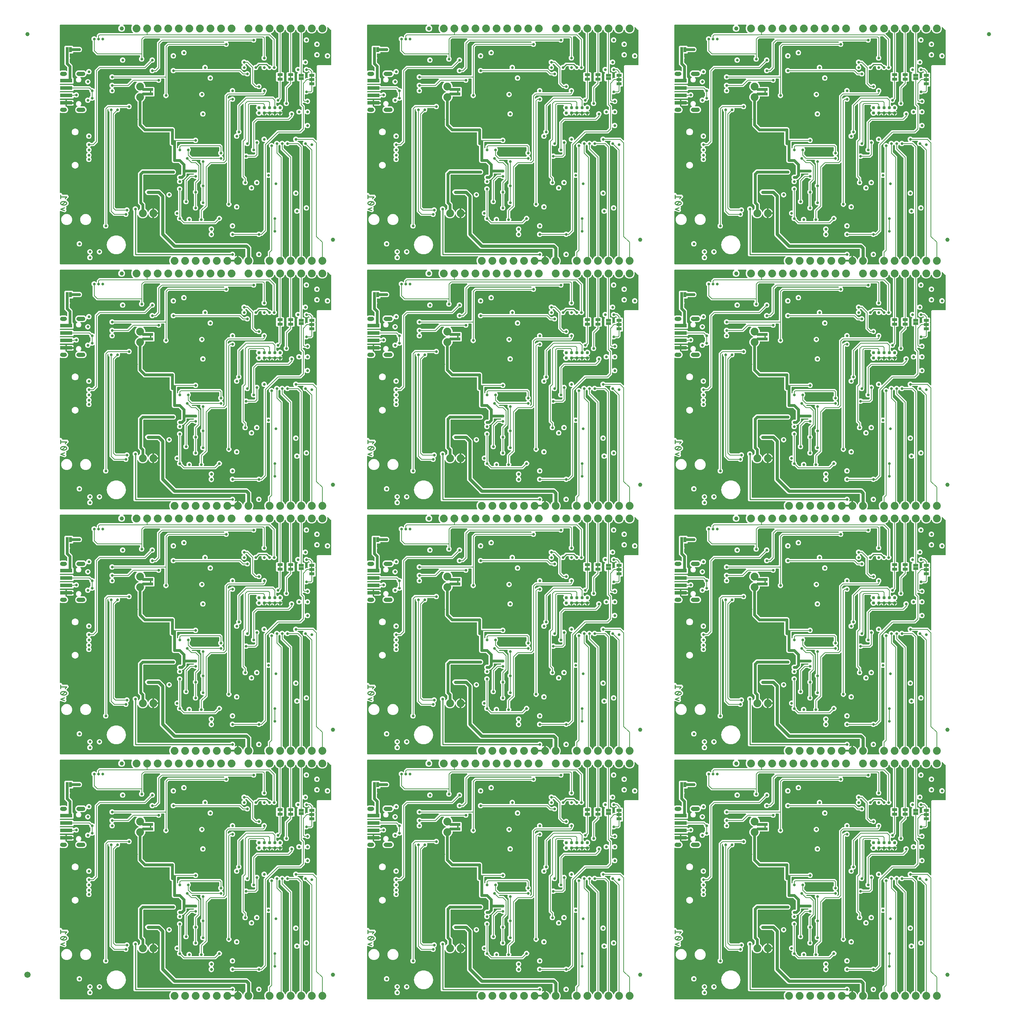
<source format=gbl>
G04 EAGLE Gerber RS-274X export*
G75*
%MOMM*%
%FSLAX34Y34*%
%LPD*%
%INBottom Copper*%
%IPPOS*%
%AMOC8*
5,1,8,0,0,1.08239X$1,22.5*%
G01*
%ADD10C,0.279400*%
%ADD11C,0.755600*%
%ADD12R,3.000000X0.900000*%
%ADD13R,0.635000X1.270000*%
%ADD14C,1.879600*%
%ADD15C,0.787400*%
%ADD16C,1.000000*%
%ADD17R,1.270000X0.660400*%
%ADD18R,1.270000X0.635000*%
%ADD19C,1.500000*%
%ADD20C,0.635000*%
%ADD21C,0.660400*%
%ADD22C,0.736600*%
%ADD23C,0.508000*%
%ADD24C,0.762000*%
%ADD25C,0.203200*%
%ADD26C,0.254000*%

G36*
X1746379Y593361D02*
X1746379Y593361D01*
X1746493Y593371D01*
X1746519Y593381D01*
X1746547Y593385D01*
X1746652Y593432D01*
X1746759Y593473D01*
X1746781Y593489D01*
X1746806Y593501D01*
X1746894Y593575D01*
X1746985Y593644D01*
X1747002Y593667D01*
X1747023Y593684D01*
X1747087Y593780D01*
X1747156Y593872D01*
X1747165Y593898D01*
X1747181Y593921D01*
X1747215Y594031D01*
X1747256Y594138D01*
X1747258Y594166D01*
X1747266Y594192D01*
X1747269Y594307D01*
X1747279Y594421D01*
X1747273Y594446D01*
X1747274Y594476D01*
X1747207Y594733D01*
X1747203Y594749D01*
X1745233Y599504D01*
X1745233Y604456D01*
X1747128Y609031D01*
X1749266Y611168D01*
X1749283Y611192D01*
X1749306Y611211D01*
X1749369Y611305D01*
X1749437Y611395D01*
X1749447Y611423D01*
X1749463Y611447D01*
X1749498Y611555D01*
X1749538Y611661D01*
X1749540Y611690D01*
X1749549Y611718D01*
X1749552Y611832D01*
X1749561Y611944D01*
X1749556Y611973D01*
X1749556Y612002D01*
X1749528Y612112D01*
X1749506Y612223D01*
X1749492Y612249D01*
X1749485Y612277D01*
X1749427Y612375D01*
X1749375Y612475D01*
X1749354Y612497D01*
X1749339Y612522D01*
X1749257Y612599D01*
X1749179Y612681D01*
X1749153Y612696D01*
X1749132Y612716D01*
X1749031Y612768D01*
X1748934Y612825D01*
X1748905Y612832D01*
X1748879Y612846D01*
X1748802Y612859D01*
X1748658Y612895D01*
X1748596Y612893D01*
X1748548Y612901D01*
X1661911Y612901D01*
X1659381Y615431D01*
X1659381Y721357D01*
X1659369Y721444D01*
X1659366Y721531D01*
X1659349Y721584D01*
X1659341Y721638D01*
X1659306Y721718D01*
X1659279Y721801D01*
X1659251Y721841D01*
X1659225Y721898D01*
X1659129Y722011D01*
X1659084Y722075D01*
X1658316Y722843D01*
X1657349Y725177D01*
X1657349Y727703D01*
X1658316Y730037D01*
X1660103Y731824D01*
X1662437Y732791D01*
X1664963Y732791D01*
X1667297Y731824D01*
X1669084Y730037D01*
X1670051Y727703D01*
X1670051Y725144D01*
X1670026Y725079D01*
X1670021Y725022D01*
X1670007Y724967D01*
X1670010Y724881D01*
X1670002Y724796D01*
X1670014Y724740D01*
X1670015Y724683D01*
X1670041Y724601D01*
X1670058Y724517D01*
X1670084Y724467D01*
X1670102Y724412D01*
X1670150Y724341D01*
X1670189Y724265D01*
X1670228Y724223D01*
X1670260Y724176D01*
X1670326Y724121D01*
X1670385Y724059D01*
X1670434Y724030D01*
X1670478Y723993D01*
X1670556Y723958D01*
X1670630Y723915D01*
X1670685Y723901D01*
X1670737Y723878D01*
X1670823Y723866D01*
X1670906Y723845D01*
X1670963Y723847D01*
X1671019Y723839D01*
X1671104Y723851D01*
X1671190Y723854D01*
X1671244Y723871D01*
X1671300Y723879D01*
X1671379Y723915D01*
X1671460Y723941D01*
X1671501Y723970D01*
X1671559Y723997D01*
X1671670Y724091D01*
X1671734Y724136D01*
X1674429Y726832D01*
X1674629Y726915D01*
X1674631Y726916D01*
X1674632Y726916D01*
X1674750Y726986D01*
X1674874Y727059D01*
X1674875Y727060D01*
X1674877Y727061D01*
X1674970Y727161D01*
X1675070Y727266D01*
X1675070Y727267D01*
X1675071Y727268D01*
X1675131Y727385D01*
X1675200Y727519D01*
X1675200Y727520D01*
X1675201Y727522D01*
X1675203Y727536D01*
X1675255Y727797D01*
X1675252Y727828D01*
X1675256Y727853D01*
X1675256Y733602D01*
X1675244Y733688D01*
X1675241Y733776D01*
X1675224Y733828D01*
X1675216Y733883D01*
X1675181Y733963D01*
X1675154Y734046D01*
X1675126Y734085D01*
X1675100Y734142D01*
X1675004Y734256D01*
X1674959Y734319D01*
X1671124Y738154D01*
X1670176Y740442D01*
X1670176Y811498D01*
X1671124Y813786D01*
X1677954Y820616D01*
X1680242Y821564D01*
X1753368Y821564D01*
X1753399Y821568D01*
X1753430Y821566D01*
X1753506Y821583D01*
X1753650Y821604D01*
X1753708Y821630D01*
X1753757Y821641D01*
X1753877Y821691D01*
X1756403Y821691D01*
X1758737Y820724D01*
X1760524Y818937D01*
X1761491Y816603D01*
X1761491Y814077D01*
X1760524Y811743D01*
X1758737Y809956D01*
X1756403Y808989D01*
X1753877Y808989D01*
X1753757Y809039D01*
X1753727Y809047D01*
X1753699Y809061D01*
X1753622Y809074D01*
X1753481Y809110D01*
X1753417Y809108D01*
X1753368Y809116D01*
X1684478Y809116D01*
X1684392Y809104D01*
X1684304Y809101D01*
X1684252Y809084D01*
X1684197Y809076D01*
X1684117Y809041D01*
X1684034Y809014D01*
X1683995Y808986D01*
X1683938Y808960D01*
X1683824Y808864D01*
X1683761Y808819D01*
X1682921Y807979D01*
X1682869Y807910D01*
X1682809Y807846D01*
X1682783Y807796D01*
X1682750Y807752D01*
X1682719Y807671D01*
X1682679Y807593D01*
X1682671Y807545D01*
X1682649Y807487D01*
X1682637Y807339D01*
X1682624Y807262D01*
X1682624Y744678D01*
X1682636Y744592D01*
X1682639Y744504D01*
X1682656Y744452D01*
X1682664Y744397D01*
X1682699Y744317D01*
X1682726Y744234D01*
X1682754Y744195D01*
X1682780Y744138D01*
X1682876Y744024D01*
X1682921Y743961D01*
X1686756Y740126D01*
X1687704Y737838D01*
X1687704Y727853D01*
X1687704Y727851D01*
X1687704Y727849D01*
X1687724Y727707D01*
X1687744Y727571D01*
X1687744Y727570D01*
X1687744Y727568D01*
X1687807Y727431D01*
X1687860Y727312D01*
X1687861Y727311D01*
X1687862Y727309D01*
X1687955Y727199D01*
X1688043Y727095D01*
X1688045Y727094D01*
X1688046Y727093D01*
X1688059Y727084D01*
X1688280Y726937D01*
X1688309Y726928D01*
X1688331Y726915D01*
X1688531Y726832D01*
X1692032Y723331D01*
X1693549Y719669D01*
X1693584Y719609D01*
X1693610Y719545D01*
X1693656Y719487D01*
X1693693Y719424D01*
X1693743Y719376D01*
X1693786Y719322D01*
X1693846Y719279D01*
X1693900Y719229D01*
X1693961Y719197D01*
X1694018Y719157D01*
X1694087Y719132D01*
X1694153Y719098D01*
X1694220Y719085D01*
X1694286Y719062D01*
X1694359Y719058D01*
X1694432Y719043D01*
X1694500Y719049D01*
X1694569Y719045D01*
X1694641Y719061D01*
X1694715Y719068D01*
X1694779Y719093D01*
X1694847Y719108D01*
X1694911Y719143D01*
X1694980Y719170D01*
X1695035Y719211D01*
X1695096Y719245D01*
X1695148Y719297D01*
X1695207Y719341D01*
X1695248Y719397D01*
X1695297Y719446D01*
X1695326Y719501D01*
X1695377Y719569D01*
X1695418Y719677D01*
X1695452Y719743D01*
X1695816Y720863D01*
X1696669Y722537D01*
X1697774Y724058D01*
X1699102Y725386D01*
X1700623Y726491D01*
X1702297Y727344D01*
X1704084Y727925D01*
X1704849Y728046D01*
X1704849Y717296D01*
X1704857Y717238D01*
X1704855Y717180D01*
X1704877Y717098D01*
X1704889Y717015D01*
X1704913Y716961D01*
X1704927Y716905D01*
X1704970Y716832D01*
X1705005Y716755D01*
X1705043Y716711D01*
X1705073Y716660D01*
X1705134Y716603D01*
X1705189Y716538D01*
X1705237Y716506D01*
X1705280Y716466D01*
X1705355Y716427D01*
X1705425Y716381D01*
X1705481Y716363D01*
X1705533Y716336D01*
X1705601Y716325D01*
X1705696Y716295D01*
X1705796Y716292D01*
X1705864Y716281D01*
X1706881Y716281D01*
X1706881Y716279D01*
X1705864Y716279D01*
X1705806Y716271D01*
X1705748Y716272D01*
X1705666Y716251D01*
X1705583Y716239D01*
X1705529Y716215D01*
X1705473Y716201D01*
X1705400Y716158D01*
X1705323Y716123D01*
X1705278Y716085D01*
X1705228Y716055D01*
X1705170Y715994D01*
X1705106Y715939D01*
X1705074Y715891D01*
X1705034Y715848D01*
X1704995Y715773D01*
X1704949Y715703D01*
X1704931Y715647D01*
X1704904Y715595D01*
X1704893Y715527D01*
X1704863Y715432D01*
X1704860Y715332D01*
X1704849Y715264D01*
X1704849Y704514D01*
X1704084Y704635D01*
X1702297Y705216D01*
X1700623Y706069D01*
X1699102Y707174D01*
X1697774Y708502D01*
X1696669Y710023D01*
X1695816Y711697D01*
X1695452Y712817D01*
X1695422Y712879D01*
X1695401Y712945D01*
X1695360Y713006D01*
X1695327Y713072D01*
X1695281Y713123D01*
X1695242Y713181D01*
X1695186Y713228D01*
X1695137Y713283D01*
X1695078Y713319D01*
X1695025Y713364D01*
X1694958Y713394D01*
X1694895Y713433D01*
X1694828Y713451D01*
X1694765Y713479D01*
X1694692Y713489D01*
X1694621Y713509D01*
X1694552Y713509D01*
X1694483Y713518D01*
X1694411Y713508D01*
X1694337Y713507D01*
X1694270Y713487D01*
X1694202Y713478D01*
X1694135Y713447D01*
X1694064Y713426D01*
X1694006Y713389D01*
X1693943Y713360D01*
X1693887Y713313D01*
X1693825Y713273D01*
X1693779Y713221D01*
X1693727Y713176D01*
X1693694Y713123D01*
X1693637Y713059D01*
X1693588Y712955D01*
X1693549Y712891D01*
X1692032Y709229D01*
X1688531Y705728D01*
X1683956Y703833D01*
X1679004Y703833D01*
X1674429Y705728D01*
X1670928Y709229D01*
X1669972Y711538D01*
X1669928Y711612D01*
X1669893Y711690D01*
X1669856Y711734D01*
X1669827Y711783D01*
X1669765Y711842D01*
X1669709Y711907D01*
X1669662Y711939D01*
X1669621Y711978D01*
X1669544Y712017D01*
X1669473Y712065D01*
X1669419Y712082D01*
X1669368Y712108D01*
X1669284Y712125D01*
X1669202Y712151D01*
X1669145Y712152D01*
X1669089Y712163D01*
X1669004Y712156D01*
X1668918Y712158D01*
X1668863Y712144D01*
X1668806Y712139D01*
X1668726Y712108D01*
X1668643Y712086D01*
X1668594Y712057D01*
X1668541Y712037D01*
X1668472Y711985D01*
X1668398Y711941D01*
X1668359Y711900D01*
X1668314Y711865D01*
X1668262Y711796D01*
X1668204Y711734D01*
X1668178Y711683D01*
X1668144Y711638D01*
X1668113Y711557D01*
X1668074Y711481D01*
X1668066Y711432D01*
X1668043Y711372D01*
X1668037Y711296D01*
X1668033Y711282D01*
X1668031Y711224D01*
X1668019Y711150D01*
X1668019Y622554D01*
X1668027Y622496D01*
X1668025Y622438D01*
X1668047Y622356D01*
X1668059Y622272D01*
X1668082Y622219D01*
X1668097Y622163D01*
X1668140Y622090D01*
X1668175Y622013D01*
X1668213Y621968D01*
X1668242Y621918D01*
X1668304Y621860D01*
X1668358Y621796D01*
X1668407Y621764D01*
X1668450Y621724D01*
X1668525Y621685D01*
X1668595Y621638D01*
X1668651Y621621D01*
X1668703Y621594D01*
X1668771Y621583D01*
X1668866Y621553D01*
X1668966Y621550D01*
X1669034Y621539D01*
X1892297Y621539D01*
X1892384Y621551D01*
X1892471Y621554D01*
X1892524Y621571D01*
X1892578Y621579D01*
X1892658Y621614D01*
X1892741Y621641D01*
X1892781Y621669D01*
X1892838Y621695D01*
X1892951Y621791D01*
X1893015Y621836D01*
X1893783Y622604D01*
X1896117Y623571D01*
X1898643Y623571D01*
X1900977Y622604D01*
X1902764Y620817D01*
X1903731Y618483D01*
X1903731Y615957D01*
X1902782Y613667D01*
X1902765Y613600D01*
X1902738Y613536D01*
X1902730Y613463D01*
X1902711Y613391D01*
X1902713Y613322D01*
X1902705Y613253D01*
X1902717Y613181D01*
X1902719Y613107D01*
X1902740Y613041D01*
X1902752Y612973D01*
X1902783Y612907D01*
X1902806Y612836D01*
X1902844Y612779D01*
X1902874Y612717D01*
X1902923Y612661D01*
X1902964Y612600D01*
X1903017Y612556D01*
X1903063Y612504D01*
X1903125Y612465D01*
X1903182Y612417D01*
X1903245Y612389D01*
X1903303Y612352D01*
X1903374Y612332D01*
X1903442Y612302D01*
X1903510Y612292D01*
X1903577Y612273D01*
X1903650Y612273D01*
X1903723Y612263D01*
X1903792Y612273D01*
X1903861Y612273D01*
X1903920Y612291D01*
X1904005Y612303D01*
X1904110Y612351D01*
X1904181Y612373D01*
X1905497Y613044D01*
X1907284Y613625D01*
X1908049Y613746D01*
X1908049Y604011D01*
X1885696Y604011D01*
X1885638Y604003D01*
X1885580Y604005D01*
X1885498Y603983D01*
X1885415Y603971D01*
X1885361Y603947D01*
X1885305Y603933D01*
X1885232Y603890D01*
X1885155Y603855D01*
X1885111Y603817D01*
X1885060Y603787D01*
X1885003Y603726D01*
X1884938Y603671D01*
X1884906Y603623D01*
X1884866Y603580D01*
X1884827Y603505D01*
X1884781Y603435D01*
X1884763Y603379D01*
X1884736Y603327D01*
X1884725Y603259D01*
X1884695Y603164D01*
X1884692Y603064D01*
X1884681Y602996D01*
X1884681Y600964D01*
X1884689Y600906D01*
X1884688Y600848D01*
X1884709Y600766D01*
X1884721Y600683D01*
X1884745Y600629D01*
X1884759Y600573D01*
X1884802Y600500D01*
X1884837Y600423D01*
X1884875Y600378D01*
X1884905Y600328D01*
X1884966Y600270D01*
X1885021Y600206D01*
X1885069Y600174D01*
X1885112Y600134D01*
X1885187Y600095D01*
X1885257Y600049D01*
X1885313Y600031D01*
X1885365Y600004D01*
X1885433Y599993D01*
X1885528Y599963D01*
X1885628Y599960D01*
X1885696Y599949D01*
X1909064Y599949D01*
X1909122Y599957D01*
X1909180Y599955D01*
X1909262Y599977D01*
X1909345Y599989D01*
X1909399Y600013D01*
X1909455Y600027D01*
X1909528Y600070D01*
X1909605Y600105D01*
X1909649Y600143D01*
X1909700Y600173D01*
X1909757Y600234D01*
X1909822Y600289D01*
X1909854Y600337D01*
X1909894Y600380D01*
X1909933Y600455D01*
X1909979Y600525D01*
X1909997Y600581D01*
X1910024Y600633D01*
X1910035Y600701D01*
X1910065Y600796D01*
X1910068Y600896D01*
X1910079Y600964D01*
X1910079Y601981D01*
X1911096Y601981D01*
X1911154Y601989D01*
X1911212Y601988D01*
X1911294Y602009D01*
X1911377Y602021D01*
X1911431Y602045D01*
X1911487Y602059D01*
X1911560Y602102D01*
X1911637Y602137D01*
X1911682Y602175D01*
X1911732Y602205D01*
X1911790Y602266D01*
X1911854Y602321D01*
X1911886Y602369D01*
X1911926Y602412D01*
X1911965Y602487D01*
X1912011Y602557D01*
X1912029Y602613D01*
X1912056Y602665D01*
X1912067Y602733D01*
X1912097Y602828D01*
X1912100Y602928D01*
X1912111Y602996D01*
X1912111Y613746D01*
X1912876Y613625D01*
X1914663Y613044D01*
X1916337Y612191D01*
X1917858Y611086D01*
X1919186Y609758D01*
X1920291Y608237D01*
X1921144Y606563D01*
X1921508Y605443D01*
X1921538Y605381D01*
X1921559Y605315D01*
X1921600Y605254D01*
X1921633Y605188D01*
X1921679Y605137D01*
X1921718Y605079D01*
X1921774Y605032D01*
X1921823Y604977D01*
X1921882Y604941D01*
X1921935Y604896D01*
X1922002Y604866D01*
X1922065Y604828D01*
X1922132Y604809D01*
X1922195Y604781D01*
X1922268Y604771D01*
X1922339Y604751D01*
X1922408Y604751D01*
X1922476Y604742D01*
X1922549Y604752D01*
X1922623Y604753D01*
X1922690Y604773D01*
X1922758Y604783D01*
X1922825Y604813D01*
X1922896Y604834D01*
X1922954Y604871D01*
X1923017Y604900D01*
X1923073Y604947D01*
X1923135Y604987D01*
X1923181Y605039D01*
X1923233Y605084D01*
X1923266Y605137D01*
X1923323Y605201D01*
X1923372Y605305D01*
X1923411Y605369D01*
X1924928Y609031D01*
X1928324Y612426D01*
X1928376Y612496D01*
X1928436Y612560D01*
X1928462Y612609D01*
X1928495Y612653D01*
X1928526Y612735D01*
X1928566Y612813D01*
X1928574Y612861D01*
X1928596Y612919D01*
X1928608Y613067D01*
X1928621Y613144D01*
X1928621Y629198D01*
X1928609Y629285D01*
X1928606Y629373D01*
X1928589Y629425D01*
X1928581Y629480D01*
X1928546Y629560D01*
X1928519Y629643D01*
X1928491Y629682D01*
X1928465Y629739D01*
X1928369Y629853D01*
X1928324Y629916D01*
X1927856Y630384D01*
X1927787Y630436D01*
X1927723Y630496D01*
X1927673Y630522D01*
X1927629Y630555D01*
X1927547Y630586D01*
X1927470Y630626D01*
X1927422Y630634D01*
X1927364Y630656D01*
X1927216Y630668D01*
X1927138Y630681D01*
X1756316Y630681D01*
X1753795Y631725D01*
X1723671Y661849D01*
X1722627Y664370D01*
X1722627Y753912D01*
X1722615Y753999D01*
X1722612Y754087D01*
X1722595Y754139D01*
X1722587Y754194D01*
X1722552Y754274D01*
X1722525Y754357D01*
X1722497Y754396D01*
X1722471Y754453D01*
X1722375Y754567D01*
X1722330Y754630D01*
X1717036Y759924D01*
X1716967Y759976D01*
X1716903Y760036D01*
X1716853Y760062D01*
X1716809Y760095D01*
X1716727Y760126D01*
X1716650Y760166D01*
X1716602Y760174D01*
X1716544Y760196D01*
X1716396Y760208D01*
X1716318Y760221D01*
X1692816Y760221D01*
X1690295Y761265D01*
X1688365Y763195D01*
X1687321Y765716D01*
X1687321Y768444D01*
X1688365Y770965D01*
X1690295Y772895D01*
X1692816Y773939D01*
X1720944Y773939D01*
X1723465Y772895D01*
X1735301Y761059D01*
X1736345Y758538D01*
X1736345Y668996D01*
X1736357Y668909D01*
X1736360Y668821D01*
X1736377Y668769D01*
X1736385Y668714D01*
X1736420Y668634D01*
X1736447Y668551D01*
X1736475Y668512D01*
X1736501Y668455D01*
X1736597Y668341D01*
X1736642Y668278D01*
X1760224Y644696D01*
X1760293Y644644D01*
X1760357Y644584D01*
X1760407Y644558D01*
X1760451Y644525D01*
X1760533Y644494D01*
X1760610Y644454D01*
X1760658Y644446D01*
X1760716Y644424D01*
X1760864Y644412D01*
X1760942Y644399D01*
X1931764Y644399D01*
X1934285Y643355D01*
X1941295Y636345D01*
X1942339Y633824D01*
X1942339Y613144D01*
X1942351Y613058D01*
X1942354Y612970D01*
X1942371Y612917D01*
X1942379Y612863D01*
X1942414Y612783D01*
X1942441Y612700D01*
X1942469Y612660D01*
X1942495Y612603D01*
X1942591Y612490D01*
X1942636Y612426D01*
X1946032Y609031D01*
X1947927Y604456D01*
X1947927Y599504D01*
X1945957Y594749D01*
X1945928Y594637D01*
X1945894Y594528D01*
X1945893Y594500D01*
X1945886Y594473D01*
X1945889Y594359D01*
X1945886Y594244D01*
X1945893Y594217D01*
X1945894Y594189D01*
X1945929Y594080D01*
X1945958Y593969D01*
X1945972Y593945D01*
X1945981Y593918D01*
X1946045Y593823D01*
X1946103Y593724D01*
X1946124Y593705D01*
X1946139Y593682D01*
X1946227Y593608D01*
X1946311Y593530D01*
X1946335Y593517D01*
X1946357Y593499D01*
X1946461Y593453D01*
X1946564Y593400D01*
X1946588Y593396D01*
X1946616Y593384D01*
X1946880Y593347D01*
X1946895Y593345D01*
X1974865Y593345D01*
X1974979Y593361D01*
X1975093Y593371D01*
X1975119Y593381D01*
X1975147Y593385D01*
X1975252Y593432D01*
X1975359Y593473D01*
X1975381Y593489D01*
X1975406Y593501D01*
X1975494Y593575D01*
X1975585Y593644D01*
X1975602Y593667D01*
X1975623Y593684D01*
X1975687Y593780D01*
X1975756Y593872D01*
X1975765Y593898D01*
X1975781Y593921D01*
X1975815Y594031D01*
X1975856Y594138D01*
X1975858Y594166D01*
X1975866Y594192D01*
X1975869Y594307D01*
X1975879Y594421D01*
X1975873Y594446D01*
X1975874Y594476D01*
X1975807Y594733D01*
X1975803Y594749D01*
X1973833Y599504D01*
X1973833Y604456D01*
X1975728Y609031D01*
X1979229Y612532D01*
X1981589Y613509D01*
X1981590Y613510D01*
X1981591Y613510D01*
X1981712Y613582D01*
X1981833Y613653D01*
X1981834Y613655D01*
X1981836Y613655D01*
X1981933Y613759D01*
X1982029Y613860D01*
X1982029Y613862D01*
X1982030Y613863D01*
X1982094Y613987D01*
X1982159Y614113D01*
X1982159Y614114D01*
X1982160Y614116D01*
X1982162Y614131D01*
X1982214Y614392D01*
X1982211Y614422D01*
X1982215Y614447D01*
X1982215Y623984D01*
X1986998Y628766D01*
X1987050Y628836D01*
X1987110Y628900D01*
X1987136Y628949D01*
X1987169Y628994D01*
X1987200Y629075D01*
X1987240Y629153D01*
X1987248Y629201D01*
X1987270Y629259D01*
X1987282Y629407D01*
X1987295Y629484D01*
X1987295Y800799D01*
X1987279Y800913D01*
X1987269Y801027D01*
X1987259Y801053D01*
X1987255Y801081D01*
X1987208Y801186D01*
X1987167Y801293D01*
X1987151Y801315D01*
X1987139Y801340D01*
X1987065Y801428D01*
X1986996Y801519D01*
X1986973Y801536D01*
X1986956Y801557D01*
X1986860Y801621D01*
X1986768Y801690D01*
X1986742Y801699D01*
X1986719Y801715D01*
X1986609Y801749D01*
X1986502Y801790D01*
X1986474Y801792D01*
X1986448Y801801D01*
X1986333Y801803D01*
X1986219Y801813D01*
X1986194Y801807D01*
X1986164Y801808D01*
X1985907Y801741D01*
X1985891Y801737D01*
X1985003Y801369D01*
X1982477Y801369D01*
X1981589Y801737D01*
X1981477Y801766D01*
X1981368Y801801D01*
X1981340Y801801D01*
X1981313Y801808D01*
X1981199Y801805D01*
X1981084Y801808D01*
X1981057Y801801D01*
X1981029Y801800D01*
X1980920Y801765D01*
X1980809Y801736D01*
X1980785Y801722D01*
X1980758Y801713D01*
X1980663Y801649D01*
X1980564Y801591D01*
X1980545Y801570D01*
X1980522Y801555D01*
X1980448Y801467D01*
X1980370Y801383D01*
X1980357Y801359D01*
X1980339Y801337D01*
X1980293Y801233D01*
X1980240Y801130D01*
X1980236Y801106D01*
X1980224Y801078D01*
X1980187Y800814D01*
X1980185Y800799D01*
X1980185Y672686D01*
X1968914Y661415D01*
X1966217Y661415D01*
X1966130Y661403D01*
X1966043Y661400D01*
X1965990Y661383D01*
X1965936Y661375D01*
X1965856Y661340D01*
X1965773Y661313D01*
X1965733Y661285D01*
X1965676Y661259D01*
X1965563Y661163D01*
X1965499Y661118D01*
X1964477Y660096D01*
X1962143Y659129D01*
X1959617Y659129D01*
X1957283Y660096D01*
X1956261Y661118D01*
X1956191Y661170D01*
X1956127Y661230D01*
X1956078Y661256D01*
X1956034Y661289D01*
X1955952Y661320D01*
X1955874Y661360D01*
X1955826Y661368D01*
X1955768Y661390D01*
X1955620Y661402D01*
X1955543Y661415D01*
X1902717Y661415D01*
X1902630Y661403D01*
X1902543Y661400D01*
X1902490Y661383D01*
X1902436Y661375D01*
X1902356Y661340D01*
X1902273Y661313D01*
X1902233Y661285D01*
X1902176Y661259D01*
X1902063Y661163D01*
X1901999Y661118D01*
X1900977Y660096D01*
X1898643Y659129D01*
X1896117Y659129D01*
X1893783Y660096D01*
X1891996Y661883D01*
X1891029Y664217D01*
X1891029Y666743D01*
X1891996Y669077D01*
X1893783Y670864D01*
X1896117Y671831D01*
X1898643Y671831D01*
X1900977Y670864D01*
X1901999Y669842D01*
X1902069Y669790D01*
X1902133Y669730D01*
X1902182Y669704D01*
X1902226Y669671D01*
X1902308Y669640D01*
X1902386Y669600D01*
X1902434Y669592D01*
X1902492Y669570D01*
X1902640Y669558D01*
X1902717Y669545D01*
X1955543Y669545D01*
X1955630Y669557D01*
X1955717Y669560D01*
X1955770Y669577D01*
X1955824Y669585D01*
X1955904Y669620D01*
X1955987Y669647D01*
X1956027Y669675D01*
X1956084Y669701D01*
X1956197Y669797D01*
X1956261Y669842D01*
X1957283Y670864D01*
X1959617Y671831D01*
X1962143Y671831D01*
X1964477Y670864D01*
X1964954Y670388D01*
X1965000Y670353D01*
X1965041Y670310D01*
X1965113Y670268D01*
X1965181Y670217D01*
X1965235Y670196D01*
X1965286Y670166D01*
X1965367Y670146D01*
X1965446Y670116D01*
X1965505Y670111D01*
X1965561Y670096D01*
X1965646Y670099D01*
X1965730Y670092D01*
X1965787Y670104D01*
X1965845Y670105D01*
X1965926Y670131D01*
X1966008Y670148D01*
X1966060Y670175D01*
X1966116Y670193D01*
X1966172Y670233D01*
X1966261Y670279D01*
X1966333Y670348D01*
X1966389Y670388D01*
X1971758Y675756D01*
X1971810Y675826D01*
X1971870Y675890D01*
X1971896Y675939D01*
X1971929Y675984D01*
X1971960Y676065D01*
X1972000Y676143D01*
X1972008Y676191D01*
X1972030Y676249D01*
X1972042Y676397D01*
X1972055Y676474D01*
X1972055Y883064D01*
X1974988Y885996D01*
X1975005Y886020D01*
X1975028Y886039D01*
X1975091Y886133D01*
X1975159Y886223D01*
X1975169Y886251D01*
X1975185Y886275D01*
X1975220Y886383D01*
X1975260Y886489D01*
X1975262Y886518D01*
X1975271Y886546D01*
X1975274Y886660D01*
X1975283Y886772D01*
X1975278Y886801D01*
X1975278Y886830D01*
X1975250Y886940D01*
X1975228Y887051D01*
X1975214Y887077D01*
X1975207Y887105D01*
X1975149Y887203D01*
X1975097Y887303D01*
X1975076Y887325D01*
X1975061Y887350D01*
X1974979Y887427D01*
X1974901Y887509D01*
X1974875Y887524D01*
X1974854Y887544D01*
X1974753Y887596D01*
X1974655Y887653D01*
X1974627Y887660D01*
X1974601Y887674D01*
X1974524Y887687D01*
X1974380Y887723D01*
X1974317Y887721D01*
X1974270Y887729D01*
X1972317Y887729D01*
X1969983Y888696D01*
X1968196Y890483D01*
X1967229Y892817D01*
X1967229Y895343D01*
X1968196Y897677D01*
X1969983Y899464D01*
X1972317Y900431D01*
X1974843Y900431D01*
X1977177Y899464D01*
X1978964Y897677D01*
X1979931Y895343D01*
X1979931Y893390D01*
X1979935Y893361D01*
X1979932Y893332D01*
X1979955Y893221D01*
X1979971Y893109D01*
X1979983Y893082D01*
X1979988Y893053D01*
X1980040Y892953D01*
X1980087Y892849D01*
X1980106Y892827D01*
X1980119Y892801D01*
X1980197Y892719D01*
X1980270Y892632D01*
X1980295Y892616D01*
X1980315Y892595D01*
X1980413Y892537D01*
X1980507Y892475D01*
X1980535Y892466D01*
X1980560Y892451D01*
X1980670Y892423D01*
X1980778Y892389D01*
X1980808Y892388D01*
X1980836Y892381D01*
X1980949Y892384D01*
X1981062Y892382D01*
X1981091Y892389D01*
X1981120Y892390D01*
X1981228Y892425D01*
X1981337Y892453D01*
X1981363Y892468D01*
X1981391Y892477D01*
X1981454Y892523D01*
X1981582Y892599D01*
X1981625Y892644D01*
X1981664Y892672D01*
X2004916Y915925D01*
X2057836Y915925D01*
X2057922Y915937D01*
X2058010Y915940D01*
X2058062Y915957D01*
X2058117Y915965D01*
X2058197Y916000D01*
X2058280Y916027D01*
X2058320Y916055D01*
X2058377Y916081D01*
X2058490Y916177D01*
X2058554Y916222D01*
X2063198Y920866D01*
X2063250Y920936D01*
X2063310Y921000D01*
X2063336Y921049D01*
X2063369Y921094D01*
X2063400Y921175D01*
X2063440Y921253D01*
X2063448Y921301D01*
X2063470Y921359D01*
X2063482Y921507D01*
X2063495Y921584D01*
X2063495Y954783D01*
X2063491Y954812D01*
X2063494Y954841D01*
X2063488Y954869D01*
X2063489Y954890D01*
X2063470Y954961D01*
X2063455Y955064D01*
X2063443Y955091D01*
X2063438Y955120D01*
X2063419Y955155D01*
X2063417Y955165D01*
X2063397Y955199D01*
X2063385Y955221D01*
X2063339Y955324D01*
X2063320Y955346D01*
X2063307Y955372D01*
X2063272Y955409D01*
X2063272Y955410D01*
X2063270Y955411D01*
X2063229Y955454D01*
X2063156Y955541D01*
X2063131Y955557D01*
X2063111Y955578D01*
X2063013Y955636D01*
X2062919Y955698D01*
X2062891Y955707D01*
X2062866Y955722D01*
X2062756Y955750D01*
X2062648Y955784D01*
X2062618Y955785D01*
X2062590Y955792D01*
X2062481Y955789D01*
X2062480Y955789D01*
X2062471Y955789D01*
X2062470Y955789D01*
X2062364Y955792D01*
X2062335Y955784D01*
X2062306Y955783D01*
X2062210Y955752D01*
X2062189Y955749D01*
X2062172Y955742D01*
X2062089Y955720D01*
X2062063Y955705D01*
X2062035Y955696D01*
X2061977Y955654D01*
X2061930Y955633D01*
X2061900Y955608D01*
X2061844Y955574D01*
X2061801Y955529D01*
X2061762Y955501D01*
X2060997Y954736D01*
X2058663Y953769D01*
X2056137Y953769D01*
X2053803Y954736D01*
X2052016Y956523D01*
X2051049Y958857D01*
X2051049Y961383D01*
X2052016Y963717D01*
X2053803Y965504D01*
X2056137Y966471D01*
X2058663Y966471D01*
X2060997Y965504D01*
X2061762Y964739D01*
X2061786Y964722D01*
X2061805Y964699D01*
X2061899Y964636D01*
X2061989Y964568D01*
X2062017Y964558D01*
X2062041Y964542D01*
X2062149Y964507D01*
X2062255Y964467D01*
X2062284Y964465D01*
X2062312Y964456D01*
X2062426Y964453D01*
X2062538Y964443D01*
X2062567Y964449D01*
X2062596Y964448D01*
X2062706Y964477D01*
X2062817Y964499D01*
X2062843Y964513D01*
X2062871Y964520D01*
X2062969Y964578D01*
X2063069Y964630D01*
X2063091Y964651D01*
X2063116Y964666D01*
X2063193Y964748D01*
X2063275Y964826D01*
X2063290Y964851D01*
X2063310Y964873D01*
X2063362Y964974D01*
X2063419Y965071D01*
X2063426Y965100D01*
X2063440Y965126D01*
X2063453Y965203D01*
X2063489Y965347D01*
X2063487Y965409D01*
X2063495Y965457D01*
X2063495Y970716D01*
X2063483Y970802D01*
X2063480Y970890D01*
X2063463Y970943D01*
X2063455Y970997D01*
X2063420Y971077D01*
X2063393Y971160D01*
X2063365Y971200D01*
X2063339Y971257D01*
X2063243Y971370D01*
X2063198Y971434D01*
X2058415Y976216D01*
X2058415Y1032637D01*
X2058407Y1032695D01*
X2058409Y1032753D01*
X2058387Y1032835D01*
X2058375Y1032919D01*
X2058352Y1032972D01*
X2058337Y1033028D01*
X2058294Y1033101D01*
X2058259Y1033178D01*
X2058221Y1033223D01*
X2058192Y1033273D01*
X2058130Y1033331D01*
X2058076Y1033395D01*
X2058027Y1033427D01*
X2057984Y1033467D01*
X2057909Y1033506D01*
X2057839Y1033553D01*
X2057783Y1033570D01*
X2057731Y1033597D01*
X2057663Y1033608D01*
X2057568Y1033638D01*
X2057468Y1033641D01*
X2057400Y1033652D01*
X2054867Y1033652D01*
X2053081Y1035438D01*
X2053081Y1052442D01*
X2054276Y1053636D01*
X2054293Y1053660D01*
X2054316Y1053679D01*
X2054378Y1053773D01*
X2054446Y1053863D01*
X2054457Y1053891D01*
X2054473Y1053915D01*
X2054507Y1054023D01*
X2054548Y1054129D01*
X2054550Y1054158D01*
X2054559Y1054186D01*
X2054562Y1054300D01*
X2054571Y1054412D01*
X2054566Y1054441D01*
X2054566Y1054470D01*
X2054538Y1054580D01*
X2054515Y1054691D01*
X2054502Y1054717D01*
X2054494Y1054745D01*
X2054437Y1054843D01*
X2054384Y1054943D01*
X2054364Y1054965D01*
X2054349Y1054990D01*
X2054267Y1055067D01*
X2054189Y1055149D01*
X2054163Y1055164D01*
X2054142Y1055184D01*
X2054041Y1055236D01*
X2053943Y1055293D01*
X2053915Y1055300D01*
X2053889Y1055314D01*
X2053811Y1055327D01*
X2053668Y1055363D01*
X2053615Y1055362D01*
X2051263Y1056336D01*
X2049476Y1058123D01*
X2048509Y1060457D01*
X2048509Y1062983D01*
X2049476Y1065317D01*
X2051263Y1067104D01*
X2053597Y1068071D01*
X2056123Y1068071D01*
X2057011Y1067703D01*
X2057123Y1067674D01*
X2057232Y1067639D01*
X2057260Y1067639D01*
X2057287Y1067632D01*
X2057401Y1067635D01*
X2057516Y1067632D01*
X2057543Y1067639D01*
X2057571Y1067640D01*
X2057680Y1067675D01*
X2057791Y1067704D01*
X2057815Y1067718D01*
X2057842Y1067727D01*
X2057937Y1067791D01*
X2058036Y1067849D01*
X2058055Y1067870D01*
X2058078Y1067885D01*
X2058152Y1067973D01*
X2058230Y1068057D01*
X2058243Y1068081D01*
X2058261Y1068103D01*
X2058307Y1068207D01*
X2058360Y1068310D01*
X2058364Y1068334D01*
X2058376Y1068362D01*
X2058413Y1068626D01*
X2058415Y1068641D01*
X2058415Y1148313D01*
X2058415Y1148315D01*
X2058415Y1148316D01*
X2058395Y1148455D01*
X2058375Y1148595D01*
X2058375Y1148596D01*
X2058375Y1148598D01*
X2058318Y1148723D01*
X2058259Y1148854D01*
X2058258Y1148855D01*
X2058257Y1148857D01*
X2058166Y1148964D01*
X2058076Y1149071D01*
X2058074Y1149072D01*
X2058073Y1149073D01*
X2058060Y1149081D01*
X2057839Y1149229D01*
X2057810Y1149238D01*
X2057789Y1149251D01*
X2055429Y1150228D01*
X2051928Y1153729D01*
X2050718Y1156651D01*
X2050703Y1156676D01*
X2050694Y1156704D01*
X2050631Y1156799D01*
X2050573Y1156896D01*
X2050552Y1156916D01*
X2050536Y1156941D01*
X2050449Y1157014D01*
X2050367Y1157091D01*
X2050341Y1157105D01*
X2050318Y1157124D01*
X2050215Y1157170D01*
X2050114Y1157221D01*
X2050085Y1157227D01*
X2050058Y1157239D01*
X2049946Y1157255D01*
X2049835Y1157276D01*
X2049806Y1157274D01*
X2049777Y1157278D01*
X2049665Y1157262D01*
X2049552Y1157252D01*
X2049525Y1157241D01*
X2049496Y1157237D01*
X2049392Y1157191D01*
X2049287Y1157150D01*
X2049263Y1157132D01*
X2049236Y1157120D01*
X2049150Y1157047D01*
X2049060Y1156978D01*
X2049042Y1156955D01*
X2049020Y1156936D01*
X2048978Y1156869D01*
X2048890Y1156751D01*
X2048868Y1156692D01*
X2048842Y1156651D01*
X2047632Y1153729D01*
X2044131Y1150228D01*
X2041771Y1149251D01*
X2041770Y1149250D01*
X2041769Y1149250D01*
X2041648Y1149178D01*
X2041527Y1149107D01*
X2041526Y1149105D01*
X2041524Y1149105D01*
X2041427Y1149001D01*
X2041331Y1148900D01*
X2041331Y1148898D01*
X2041330Y1148897D01*
X2041265Y1148772D01*
X2041201Y1148647D01*
X2041201Y1148646D01*
X2041200Y1148644D01*
X2041198Y1148629D01*
X2041146Y1148368D01*
X2041149Y1148338D01*
X2041145Y1148313D01*
X2041145Y1056513D01*
X2041153Y1056455D01*
X2041151Y1056397D01*
X2041173Y1056315D01*
X2041185Y1056231D01*
X2041208Y1056178D01*
X2041223Y1056122D01*
X2041266Y1056049D01*
X2041301Y1055972D01*
X2041339Y1055927D01*
X2041368Y1055877D01*
X2041430Y1055819D01*
X2041484Y1055755D01*
X2041533Y1055723D01*
X2041576Y1055683D01*
X2041651Y1055644D01*
X2041721Y1055597D01*
X2041777Y1055580D01*
X2041829Y1055553D01*
X2041897Y1055542D01*
X2041992Y1055512D01*
X2042092Y1055509D01*
X2042160Y1055498D01*
X2044693Y1055498D01*
X2046479Y1053712D01*
X2046479Y1044573D01*
X2046477Y1044571D01*
X2046434Y1044498D01*
X2046384Y1044431D01*
X2046363Y1044376D01*
X2046333Y1044326D01*
X2046312Y1044244D01*
X2046282Y1044165D01*
X2046277Y1044107D01*
X2046263Y1044050D01*
X2046266Y1043966D01*
X2046259Y1043882D01*
X2046270Y1043824D01*
X2046272Y1043766D01*
X2046298Y1043686D01*
X2046315Y1043603D01*
X2046342Y1043551D01*
X2046360Y1043495D01*
X2046400Y1043439D01*
X2046446Y1043351D01*
X2046479Y1043316D01*
X2046479Y1034168D01*
X2044693Y1032382D01*
X2042160Y1032382D01*
X2042102Y1032374D01*
X2042044Y1032376D01*
X2041962Y1032354D01*
X2041878Y1032342D01*
X2041825Y1032319D01*
X2041769Y1032304D01*
X2041696Y1032261D01*
X2041619Y1032226D01*
X2041574Y1032188D01*
X2041524Y1032159D01*
X2041466Y1032097D01*
X2041402Y1032043D01*
X2041370Y1031994D01*
X2041330Y1031951D01*
X2041291Y1031876D01*
X2041244Y1031806D01*
X2041227Y1031750D01*
X2041200Y1031698D01*
X2041189Y1031630D01*
X2041159Y1031535D01*
X2041156Y1031435D01*
X2041145Y1031367D01*
X2041145Y1027016D01*
X2031282Y1017154D01*
X2031230Y1017084D01*
X2031170Y1017020D01*
X2031144Y1016971D01*
X2031111Y1016926D01*
X2031080Y1016845D01*
X2031040Y1016767D01*
X2031032Y1016719D01*
X2031010Y1016661D01*
X2030998Y1016513D01*
X2030985Y1016436D01*
X2030985Y985777D01*
X2030997Y985690D01*
X2031000Y985603D01*
X2031017Y985550D01*
X2031025Y985496D01*
X2031060Y985416D01*
X2031087Y985333D01*
X2031115Y985293D01*
X2031141Y985236D01*
X2031237Y985123D01*
X2031282Y985059D01*
X2032304Y984037D01*
X2033271Y981703D01*
X2033271Y979177D01*
X2032304Y976843D01*
X2030517Y975056D01*
X2028183Y974089D01*
X2025657Y974089D01*
X2023323Y975056D01*
X2021536Y976843D01*
X2020569Y979177D01*
X2020569Y981703D01*
X2021536Y984037D01*
X2022558Y985059D01*
X2022610Y985129D01*
X2022670Y985193D01*
X2022696Y985242D01*
X2022729Y985286D01*
X2022760Y985368D01*
X2022800Y985446D01*
X2022808Y985494D01*
X2022830Y985552D01*
X2022842Y985700D01*
X2022855Y985777D01*
X2022855Y1020224D01*
X2032718Y1030086D01*
X2032770Y1030156D01*
X2032830Y1030220D01*
X2032856Y1030269D01*
X2032889Y1030314D01*
X2032920Y1030395D01*
X2032960Y1030473D01*
X2032968Y1030521D01*
X2032990Y1030579D01*
X2033002Y1030727D01*
X2033015Y1030804D01*
X2033015Y1031367D01*
X2033007Y1031425D01*
X2033009Y1031483D01*
X2032987Y1031565D01*
X2032975Y1031649D01*
X2032952Y1031702D01*
X2032937Y1031758D01*
X2032894Y1031831D01*
X2032859Y1031908D01*
X2032821Y1031953D01*
X2032792Y1032003D01*
X2032730Y1032061D01*
X2032676Y1032125D01*
X2032627Y1032157D01*
X2032584Y1032197D01*
X2032509Y1032236D01*
X2032439Y1032283D01*
X2032383Y1032300D01*
X2032331Y1032327D01*
X2032263Y1032338D01*
X2032168Y1032368D01*
X2032068Y1032371D01*
X2032000Y1032382D01*
X2029467Y1032382D01*
X2027681Y1034168D01*
X2027681Y1043307D01*
X2027683Y1043309D01*
X2027726Y1043382D01*
X2027776Y1043449D01*
X2027797Y1043504D01*
X2027827Y1043554D01*
X2027848Y1043636D01*
X2027878Y1043715D01*
X2027883Y1043773D01*
X2027897Y1043830D01*
X2027894Y1043914D01*
X2027901Y1043998D01*
X2027890Y1044056D01*
X2027888Y1044114D01*
X2027862Y1044194D01*
X2027845Y1044277D01*
X2027818Y1044329D01*
X2027800Y1044385D01*
X2027760Y1044441D01*
X2027714Y1044529D01*
X2027681Y1044564D01*
X2027681Y1053712D01*
X2029467Y1055498D01*
X2032000Y1055498D01*
X2032058Y1055506D01*
X2032116Y1055504D01*
X2032198Y1055526D01*
X2032282Y1055538D01*
X2032335Y1055561D01*
X2032391Y1055576D01*
X2032464Y1055619D01*
X2032541Y1055654D01*
X2032586Y1055692D01*
X2032636Y1055721D01*
X2032694Y1055783D01*
X2032758Y1055837D01*
X2032790Y1055886D01*
X2032830Y1055929D01*
X2032869Y1056004D01*
X2032916Y1056074D01*
X2032933Y1056130D01*
X2032960Y1056182D01*
X2032971Y1056250D01*
X2033001Y1056345D01*
X2033004Y1056445D01*
X2033015Y1056513D01*
X2033015Y1148313D01*
X2033015Y1148315D01*
X2033015Y1148316D01*
X2032995Y1148455D01*
X2032975Y1148595D01*
X2032975Y1148596D01*
X2032975Y1148598D01*
X2032918Y1148723D01*
X2032859Y1148854D01*
X2032858Y1148855D01*
X2032857Y1148857D01*
X2032766Y1148964D01*
X2032676Y1149071D01*
X2032674Y1149072D01*
X2032673Y1149073D01*
X2032660Y1149081D01*
X2032439Y1149229D01*
X2032410Y1149238D01*
X2032389Y1149251D01*
X2030029Y1150228D01*
X2026528Y1153729D01*
X2025318Y1156651D01*
X2025303Y1156676D01*
X2025294Y1156704D01*
X2025231Y1156799D01*
X2025173Y1156896D01*
X2025152Y1156916D01*
X2025136Y1156941D01*
X2025049Y1157014D01*
X2024967Y1157091D01*
X2024941Y1157105D01*
X2024918Y1157124D01*
X2024815Y1157170D01*
X2024714Y1157221D01*
X2024685Y1157227D01*
X2024658Y1157239D01*
X2024546Y1157255D01*
X2024435Y1157276D01*
X2024406Y1157274D01*
X2024377Y1157278D01*
X2024265Y1157262D01*
X2024152Y1157252D01*
X2024125Y1157241D01*
X2024096Y1157237D01*
X2023992Y1157191D01*
X2023887Y1157150D01*
X2023863Y1157132D01*
X2023836Y1157120D01*
X2023750Y1157047D01*
X2023660Y1156978D01*
X2023642Y1156955D01*
X2023620Y1156936D01*
X2023578Y1156869D01*
X2023490Y1156751D01*
X2023468Y1156692D01*
X2023442Y1156651D01*
X2022232Y1153729D01*
X2018731Y1150228D01*
X2016371Y1149251D01*
X2016370Y1149250D01*
X2016369Y1149250D01*
X2016248Y1149178D01*
X2016127Y1149107D01*
X2016126Y1149105D01*
X2016124Y1149105D01*
X2016027Y1149001D01*
X2015931Y1148900D01*
X2015931Y1148898D01*
X2015930Y1148897D01*
X2015865Y1148772D01*
X2015801Y1148647D01*
X2015801Y1148646D01*
X2015800Y1148644D01*
X2015798Y1148629D01*
X2015746Y1148368D01*
X2015749Y1148338D01*
X2015745Y1148313D01*
X2015745Y1056513D01*
X2015753Y1056455D01*
X2015751Y1056397D01*
X2015773Y1056315D01*
X2015785Y1056231D01*
X2015808Y1056178D01*
X2015823Y1056122D01*
X2015866Y1056049D01*
X2015901Y1055972D01*
X2015939Y1055927D01*
X2015968Y1055877D01*
X2016030Y1055819D01*
X2016084Y1055755D01*
X2016133Y1055723D01*
X2016176Y1055683D01*
X2016251Y1055644D01*
X2016321Y1055597D01*
X2016377Y1055580D01*
X2016429Y1055553D01*
X2016497Y1055542D01*
X2016592Y1055512D01*
X2016692Y1055509D01*
X2016760Y1055498D01*
X2019293Y1055498D01*
X2021079Y1053712D01*
X2021079Y1044573D01*
X2021077Y1044571D01*
X2021034Y1044498D01*
X2020984Y1044431D01*
X2020963Y1044376D01*
X2020933Y1044326D01*
X2020912Y1044244D01*
X2020882Y1044165D01*
X2020877Y1044107D01*
X2020863Y1044050D01*
X2020866Y1043966D01*
X2020859Y1043882D01*
X2020870Y1043824D01*
X2020872Y1043766D01*
X2020898Y1043686D01*
X2020915Y1043603D01*
X2020942Y1043551D01*
X2020960Y1043495D01*
X2021000Y1043439D01*
X2021046Y1043351D01*
X2021079Y1043316D01*
X2021079Y1034168D01*
X2019293Y1032382D01*
X2016760Y1032382D01*
X2016702Y1032374D01*
X2016644Y1032376D01*
X2016562Y1032354D01*
X2016478Y1032342D01*
X2016425Y1032319D01*
X2016369Y1032304D01*
X2016296Y1032261D01*
X2016219Y1032226D01*
X2016174Y1032188D01*
X2016124Y1032159D01*
X2016066Y1032097D01*
X2016002Y1032043D01*
X2015970Y1031994D01*
X2015930Y1031951D01*
X2015891Y1031876D01*
X2015844Y1031806D01*
X2015827Y1031750D01*
X2015800Y1031698D01*
X2015789Y1031630D01*
X2015759Y1031535D01*
X2015756Y1031435D01*
X2015745Y1031367D01*
X2015745Y991456D01*
X2013248Y988960D01*
X2013196Y988890D01*
X2013136Y988826D01*
X2013110Y988777D01*
X2013077Y988732D01*
X2013046Y988651D01*
X2013006Y988573D01*
X2012998Y988525D01*
X2012976Y988467D01*
X2012964Y988319D01*
X2012951Y988242D01*
X2012951Y986797D01*
X2011984Y984463D01*
X2010197Y982676D01*
X2007863Y981709D01*
X2005337Y981709D01*
X2004449Y982077D01*
X2004337Y982106D01*
X2004228Y982141D01*
X2004200Y982141D01*
X2004173Y982148D01*
X2004059Y982145D01*
X2003944Y982148D01*
X2003917Y982141D01*
X2003889Y982140D01*
X2003780Y982105D01*
X2003669Y982076D01*
X2003645Y982062D01*
X2003618Y982053D01*
X2003523Y981989D01*
X2003424Y981931D01*
X2003405Y981910D01*
X2003382Y981895D01*
X2003308Y981807D01*
X2003230Y981723D01*
X2003217Y981699D01*
X2003199Y981677D01*
X2003153Y981573D01*
X2003100Y981470D01*
X2003096Y981446D01*
X2003084Y981418D01*
X2003047Y981154D01*
X2003045Y981139D01*
X2003045Y976515D01*
X2003057Y976429D01*
X2003060Y976341D01*
X2003077Y976288D01*
X2003085Y976234D01*
X2003120Y976154D01*
X2003147Y976071D01*
X2003175Y976031D01*
X2003201Y975974D01*
X2003297Y975861D01*
X2003342Y975797D01*
X2004612Y974527D01*
X2004659Y974492D01*
X2004699Y974450D01*
X2004772Y974407D01*
X2004839Y974356D01*
X2004894Y974335D01*
X2004944Y974306D01*
X2005026Y974285D01*
X2005105Y974255D01*
X2005163Y974250D01*
X2005220Y974236D01*
X2005304Y974239D01*
X2005388Y974232D01*
X2005446Y974243D01*
X2005504Y974245D01*
X2005584Y974271D01*
X2005667Y974287D01*
X2005719Y974314D01*
X2005775Y974332D01*
X2005831Y974372D01*
X2005919Y974418D01*
X2005992Y974487D01*
X2006048Y974527D01*
X2007723Y976202D01*
X2010290Y977266D01*
X2013070Y977266D01*
X2015637Y976202D01*
X2017602Y974237D01*
X2018666Y971670D01*
X2018666Y968890D01*
X2017602Y966323D01*
X2015534Y964255D01*
X2015525Y964242D01*
X2015513Y964233D01*
X2015440Y964129D01*
X2015363Y964028D01*
X2015358Y964013D01*
X2015349Y964000D01*
X2015307Y963881D01*
X2015262Y963762D01*
X2015261Y963746D01*
X2015256Y963732D01*
X2015249Y963605D01*
X2015238Y963479D01*
X2015241Y963463D01*
X2015241Y963448D01*
X2015269Y963324D01*
X2015294Y963200D01*
X2015301Y963186D01*
X2015305Y963171D01*
X2015367Y963060D01*
X2015425Y962948D01*
X2015436Y962936D01*
X2015443Y962923D01*
X2015494Y962876D01*
X2015621Y962741D01*
X2015661Y962718D01*
X2015688Y962693D01*
X2015809Y962611D01*
X2016711Y961709D01*
X2017421Y960648D01*
X2017909Y959470D01*
X2018070Y958659D01*
X2011744Y958659D01*
X2011686Y958651D01*
X2011661Y958651D01*
X2011616Y958659D01*
X1999044Y958659D01*
X1998986Y958651D01*
X1998961Y958651D01*
X1998916Y958659D01*
X1986344Y958659D01*
X1986286Y958651D01*
X1986261Y958651D01*
X1986216Y958659D01*
X1973644Y958659D01*
X1973586Y958651D01*
X1973527Y958652D01*
X1973446Y958631D01*
X1973362Y958619D01*
X1973309Y958595D01*
X1973252Y958580D01*
X1973180Y958537D01*
X1973103Y958503D01*
X1973058Y958465D01*
X1973008Y958435D01*
X1972950Y958373D01*
X1972886Y958319D01*
X1972873Y958299D01*
X1972823Y958246D01*
X1972759Y958192D01*
X1972726Y958143D01*
X1972686Y958100D01*
X1972648Y958025D01*
X1972601Y957955D01*
X1972583Y957899D01*
X1972557Y957847D01*
X1972545Y957779D01*
X1972515Y957684D01*
X1972513Y957584D01*
X1972501Y957516D01*
X1972501Y951190D01*
X1971690Y951351D01*
X1970512Y951839D01*
X1969451Y952549D01*
X1968549Y953451D01*
X1968467Y953572D01*
X1968457Y953584D01*
X1968450Y953597D01*
X1968363Y953689D01*
X1968278Y953784D01*
X1968265Y953792D01*
X1968254Y953803D01*
X1968145Y953867D01*
X1968037Y953935D01*
X1968022Y953939D01*
X1968009Y953947D01*
X1967886Y953978D01*
X1967764Y954014D01*
X1967748Y954013D01*
X1967733Y954017D01*
X1967607Y954013D01*
X1967479Y954013D01*
X1967465Y954009D01*
X1967449Y954008D01*
X1967328Y953969D01*
X1967206Y953934D01*
X1967193Y953926D01*
X1967179Y953921D01*
X1967123Y953881D01*
X1966966Y953782D01*
X1966935Y953747D01*
X1966905Y953726D01*
X1964837Y951658D01*
X1962270Y950594D01*
X1959490Y950594D01*
X1956923Y951658D01*
X1954958Y953623D01*
X1953894Y956190D01*
X1953894Y958970D01*
X1954958Y961537D01*
X1956633Y963212D01*
X1956644Y963228D01*
X1956654Y963235D01*
X1956672Y963262D01*
X1956710Y963299D01*
X1956753Y963372D01*
X1956804Y963439D01*
X1956825Y963494D01*
X1956854Y963544D01*
X1956875Y963626D01*
X1956905Y963705D01*
X1956910Y963763D01*
X1956924Y963820D01*
X1956921Y963904D01*
X1956928Y963988D01*
X1956917Y964046D01*
X1956915Y964104D01*
X1956889Y964184D01*
X1956873Y964267D01*
X1956846Y964319D01*
X1956828Y964375D01*
X1956788Y964431D01*
X1956742Y964519D01*
X1956673Y964592D01*
X1956633Y964648D01*
X1954958Y966323D01*
X1953894Y968890D01*
X1953894Y971670D01*
X1954958Y974237D01*
X1955363Y974642D01*
X1955380Y974666D01*
X1955403Y974685D01*
X1955466Y974779D01*
X1955534Y974869D01*
X1955544Y974897D01*
X1955560Y974921D01*
X1955595Y975029D01*
X1955635Y975135D01*
X1955637Y975164D01*
X1955646Y975192D01*
X1955649Y975306D01*
X1955658Y975418D01*
X1955653Y975447D01*
X1955653Y975476D01*
X1955625Y975586D01*
X1955603Y975697D01*
X1955589Y975723D01*
X1955582Y975751D01*
X1955524Y975849D01*
X1955472Y975949D01*
X1955451Y975971D01*
X1955436Y975996D01*
X1955354Y976073D01*
X1955276Y976155D01*
X1955251Y976170D01*
X1955229Y976190D01*
X1955128Y976242D01*
X1955031Y976299D01*
X1955002Y976306D01*
X1954976Y976320D01*
X1954899Y976333D01*
X1954755Y976369D01*
X1954693Y976367D01*
X1954645Y976375D01*
X1940560Y976375D01*
X1940502Y976367D01*
X1940444Y976369D01*
X1940362Y976347D01*
X1940278Y976335D01*
X1940225Y976312D01*
X1940169Y976297D01*
X1940096Y976254D01*
X1940019Y976219D01*
X1939974Y976181D01*
X1939924Y976152D01*
X1939866Y976090D01*
X1939802Y976036D01*
X1939770Y975987D01*
X1939730Y975944D01*
X1939691Y975869D01*
X1939644Y975799D01*
X1939627Y975743D01*
X1939600Y975691D01*
X1939589Y975623D01*
X1939559Y975528D01*
X1939556Y975428D01*
X1939545Y975360D01*
X1939545Y884762D01*
X1939536Y884750D01*
X1939476Y884686D01*
X1939450Y884637D01*
X1939417Y884592D01*
X1939386Y884511D01*
X1939346Y884433D01*
X1939338Y884385D01*
X1939316Y884327D01*
X1939304Y884179D01*
X1939291Y884102D01*
X1939291Y882657D01*
X1938324Y880323D01*
X1936537Y878536D01*
X1934203Y877569D01*
X1931677Y877569D01*
X1929343Y878536D01*
X1928578Y879301D01*
X1928554Y879318D01*
X1928535Y879341D01*
X1928441Y879404D01*
X1928351Y879472D01*
X1928323Y879482D01*
X1928299Y879498D01*
X1928191Y879533D01*
X1928085Y879573D01*
X1928056Y879575D01*
X1928028Y879584D01*
X1927914Y879587D01*
X1927802Y879597D01*
X1927773Y879591D01*
X1927744Y879592D01*
X1927634Y879563D01*
X1927523Y879541D01*
X1927497Y879527D01*
X1927469Y879520D01*
X1927371Y879462D01*
X1927271Y879410D01*
X1927249Y879389D01*
X1927224Y879374D01*
X1927147Y879292D01*
X1927065Y879214D01*
X1927050Y879189D01*
X1927030Y879167D01*
X1926978Y879066D01*
X1926921Y878969D01*
X1926914Y878940D01*
X1926900Y878914D01*
X1926887Y878837D01*
X1926851Y878693D01*
X1926853Y878631D01*
X1926845Y878583D01*
X1926845Y860450D01*
X1926861Y860336D01*
X1926871Y860222D01*
X1926881Y860196D01*
X1926885Y860169D01*
X1926932Y860064D01*
X1926973Y859957D01*
X1926989Y859935D01*
X1927001Y859909D01*
X1927075Y859822D01*
X1927144Y859730D01*
X1927167Y859713D01*
X1927184Y859692D01*
X1927280Y859629D01*
X1927372Y859560D01*
X1927398Y859550D01*
X1927421Y859535D01*
X1927531Y859500D01*
X1927638Y859460D01*
X1927666Y859457D01*
X1927692Y859449D01*
X1927807Y859446D01*
X1927921Y859437D01*
X1927946Y859442D01*
X1927976Y859442D01*
X1928233Y859509D01*
X1928249Y859512D01*
X1928921Y859791D01*
X1931447Y859791D01*
X1933781Y858824D01*
X1934803Y857802D01*
X1934873Y857750D01*
X1934937Y857690D01*
X1934986Y857664D01*
X1935030Y857631D01*
X1935112Y857600D01*
X1935190Y857560D01*
X1935238Y857552D01*
X1935296Y857530D01*
X1935444Y857518D01*
X1935521Y857505D01*
X1949886Y857505D01*
X1949972Y857517D01*
X1950060Y857520D01*
X1950112Y857537D01*
X1950167Y857545D01*
X1950247Y857580D01*
X1950330Y857607D01*
X1950370Y857635D01*
X1950427Y857661D01*
X1950540Y857757D01*
X1950604Y857802D01*
X1951438Y858636D01*
X1951451Y858654D01*
X1951464Y858665D01*
X1951494Y858710D01*
X1951550Y858770D01*
X1951576Y858819D01*
X1951609Y858864D01*
X1951640Y858945D01*
X1951680Y859023D01*
X1951688Y859071D01*
X1951710Y859129D01*
X1951722Y859277D01*
X1951735Y859354D01*
X1951735Y861759D01*
X1951719Y861873D01*
X1951709Y861987D01*
X1951699Y862013D01*
X1951695Y862041D01*
X1951648Y862146D01*
X1951607Y862253D01*
X1951591Y862275D01*
X1951579Y862300D01*
X1951505Y862388D01*
X1951436Y862479D01*
X1951413Y862496D01*
X1951396Y862517D01*
X1951300Y862581D01*
X1951208Y862650D01*
X1951182Y862659D01*
X1951159Y862675D01*
X1951049Y862709D01*
X1950942Y862750D01*
X1950914Y862752D01*
X1950888Y862761D01*
X1950773Y862763D01*
X1950659Y862773D01*
X1950634Y862767D01*
X1950604Y862768D01*
X1950347Y862701D01*
X1950331Y862697D01*
X1949443Y862329D01*
X1946917Y862329D01*
X1944583Y863296D01*
X1942796Y865083D01*
X1941829Y867417D01*
X1941829Y869943D01*
X1942796Y872277D01*
X1943818Y873299D01*
X1943870Y873369D01*
X1943930Y873433D01*
X1943956Y873482D01*
X1943989Y873526D01*
X1944020Y873608D01*
X1944060Y873686D01*
X1944068Y873734D01*
X1944090Y873792D01*
X1944102Y873940D01*
X1944115Y874017D01*
X1944115Y936404D01*
X1954116Y946405D01*
X2029896Y946405D01*
X2029982Y946417D01*
X2030070Y946420D01*
X2030122Y946437D01*
X2030177Y946445D01*
X2030257Y946480D01*
X2030340Y946507D01*
X2030380Y946535D01*
X2030437Y946561D01*
X2030550Y946657D01*
X2030614Y946702D01*
X2034084Y950172D01*
X2034085Y950174D01*
X2034086Y950175D01*
X2034171Y950288D01*
X2034255Y950400D01*
X2034255Y950401D01*
X2034256Y950402D01*
X2034307Y950536D01*
X2034356Y950665D01*
X2034356Y950667D01*
X2034357Y950668D01*
X2034368Y950813D01*
X2034380Y950948D01*
X2034379Y950950D01*
X2034379Y950952D01*
X2034376Y950967D01*
X2034324Y951227D01*
X2034310Y951254D01*
X2034304Y951279D01*
X2033269Y953777D01*
X2033269Y956303D01*
X2034236Y958637D01*
X2036023Y960424D01*
X2038357Y961391D01*
X2040883Y961391D01*
X2043217Y960424D01*
X2045004Y958637D01*
X2045971Y956303D01*
X2045971Y953777D01*
X2045004Y951443D01*
X2043982Y950421D01*
X2043953Y950383D01*
X2043942Y950373D01*
X2043922Y950343D01*
X2043870Y950287D01*
X2043844Y950238D01*
X2043811Y950194D01*
X2043796Y950154D01*
X2043784Y950136D01*
X2043771Y950095D01*
X2043740Y950034D01*
X2043732Y949986D01*
X2043710Y949928D01*
X2043707Y949891D01*
X2043699Y949865D01*
X2043696Y949772D01*
X2043685Y949703D01*
X2043685Y948276D01*
X2033684Y938275D01*
X1957904Y938275D01*
X1957818Y938263D01*
X1957730Y938260D01*
X1957678Y938243D01*
X1957623Y938235D01*
X1957543Y938200D01*
X1957460Y938173D01*
X1957420Y938145D01*
X1957363Y938119D01*
X1957250Y938023D01*
X1957186Y937978D01*
X1952542Y933334D01*
X1952490Y933264D01*
X1952430Y933200D01*
X1952404Y933151D01*
X1952371Y933106D01*
X1952340Y933025D01*
X1952300Y932947D01*
X1952292Y932899D01*
X1952270Y932841D01*
X1952258Y932693D01*
X1952245Y932616D01*
X1952245Y893381D01*
X1952261Y893267D01*
X1952271Y893153D01*
X1952281Y893127D01*
X1952285Y893099D01*
X1952332Y892994D01*
X1952373Y892887D01*
X1952389Y892865D01*
X1952401Y892840D01*
X1952475Y892752D01*
X1952544Y892661D01*
X1952567Y892644D01*
X1952584Y892623D01*
X1952680Y892559D01*
X1952772Y892490D01*
X1952798Y892481D01*
X1952821Y892465D01*
X1952931Y892431D01*
X1953038Y892390D01*
X1953066Y892388D01*
X1953092Y892379D01*
X1953207Y892377D01*
X1953321Y892367D01*
X1953346Y892373D01*
X1953376Y892372D01*
X1953633Y892439D01*
X1953649Y892443D01*
X1954537Y892811D01*
X1957063Y892811D01*
X1959397Y891844D01*
X1961184Y890057D01*
X1962151Y887723D01*
X1962151Y885197D01*
X1961184Y882863D01*
X1960162Y881841D01*
X1960110Y881771D01*
X1960050Y881707D01*
X1960024Y881658D01*
X1959991Y881614D01*
X1959960Y881532D01*
X1959920Y881454D01*
X1959912Y881406D01*
X1959890Y881348D01*
X1959878Y881200D01*
X1959865Y881123D01*
X1959865Y855566D01*
X1953674Y849375D01*
X1935521Y849375D01*
X1935434Y849363D01*
X1935347Y849360D01*
X1935294Y849343D01*
X1935240Y849335D01*
X1935160Y849300D01*
X1935077Y849273D01*
X1935037Y849245D01*
X1934980Y849219D01*
X1934867Y849123D01*
X1934803Y849078D01*
X1933781Y848056D01*
X1931447Y847089D01*
X1928921Y847089D01*
X1928249Y847368D01*
X1928137Y847396D01*
X1928028Y847431D01*
X1928000Y847432D01*
X1927973Y847439D01*
X1927859Y847435D01*
X1927744Y847438D01*
X1927717Y847431D01*
X1927689Y847431D01*
X1927580Y847396D01*
X1927469Y847367D01*
X1927445Y847352D01*
X1927418Y847344D01*
X1927323Y847280D01*
X1927224Y847221D01*
X1927205Y847201D01*
X1927182Y847186D01*
X1927108Y847098D01*
X1927030Y847014D01*
X1927017Y846989D01*
X1926999Y846968D01*
X1926953Y846863D01*
X1926900Y846761D01*
X1926896Y846736D01*
X1926884Y846708D01*
X1926847Y846444D01*
X1926845Y846430D01*
X1926845Y807284D01*
X1926857Y807198D01*
X1926860Y807110D01*
X1926877Y807058D01*
X1926885Y807003D01*
X1926920Y806923D01*
X1926947Y806840D01*
X1926975Y806800D01*
X1927001Y806743D01*
X1927097Y806630D01*
X1927142Y806566D01*
X1931925Y801784D01*
X1931925Y795277D01*
X1931937Y795190D01*
X1931940Y795103D01*
X1931957Y795050D01*
X1931965Y794996D01*
X1932000Y794916D01*
X1932027Y794833D01*
X1932055Y794793D01*
X1932081Y794736D01*
X1932177Y794623D01*
X1932222Y794559D01*
X1933244Y793537D01*
X1934211Y791203D01*
X1934211Y788677D01*
X1933244Y786343D01*
X1931457Y784556D01*
X1929123Y783589D01*
X1926597Y783589D01*
X1924263Y784556D01*
X1922476Y786343D01*
X1921509Y788677D01*
X1921509Y791203D01*
X1922476Y793537D01*
X1923498Y794559D01*
X1923550Y794629D01*
X1923610Y794693D01*
X1923636Y794742D01*
X1923669Y794786D01*
X1923700Y794868D01*
X1923740Y794946D01*
X1923748Y794994D01*
X1923770Y795052D01*
X1923782Y795200D01*
X1923795Y795277D01*
X1923795Y797996D01*
X1923783Y798082D01*
X1923780Y798170D01*
X1923763Y798222D01*
X1923755Y798277D01*
X1923720Y798357D01*
X1923693Y798440D01*
X1923665Y798480D01*
X1923639Y798537D01*
X1923543Y798650D01*
X1923498Y798714D01*
X1918715Y803496D01*
X1918715Y890684D01*
X1923498Y895466D01*
X1923550Y895536D01*
X1923610Y895600D01*
X1923636Y895649D01*
X1923669Y895694D01*
X1923700Y895775D01*
X1923740Y895853D01*
X1923748Y895901D01*
X1923770Y895959D01*
X1923782Y896107D01*
X1923795Y896184D01*
X1923795Y978336D01*
X1923791Y978365D01*
X1923794Y978394D01*
X1923771Y978505D01*
X1923755Y978617D01*
X1923743Y978644D01*
X1923738Y978673D01*
X1923686Y978773D01*
X1923639Y978877D01*
X1923620Y978899D01*
X1923607Y978925D01*
X1923529Y979007D01*
X1923456Y979094D01*
X1923431Y979110D01*
X1923411Y979131D01*
X1923313Y979189D01*
X1923219Y979251D01*
X1923191Y979260D01*
X1923166Y979275D01*
X1923056Y979303D01*
X1922948Y979337D01*
X1922918Y979338D01*
X1922890Y979345D01*
X1922777Y979342D01*
X1922664Y979344D01*
X1922635Y979337D01*
X1922606Y979336D01*
X1922498Y979301D01*
X1922389Y979273D01*
X1922363Y979258D01*
X1922335Y979249D01*
X1922272Y979203D01*
X1922144Y979127D01*
X1922101Y979082D01*
X1922062Y979054D01*
X1916982Y973974D01*
X1916930Y973904D01*
X1916870Y973840D01*
X1916844Y973791D01*
X1916811Y973746D01*
X1916780Y973665D01*
X1916740Y973587D01*
X1916732Y973539D01*
X1916710Y973481D01*
X1916698Y973333D01*
X1916685Y973256D01*
X1916685Y917197D01*
X1916693Y917141D01*
X1916691Y917093D01*
X1916698Y917066D01*
X1916700Y917023D01*
X1916717Y916970D01*
X1916725Y916916D01*
X1916756Y916845D01*
X1916763Y916818D01*
X1916769Y916808D01*
X1916787Y916753D01*
X1916815Y916713D01*
X1916841Y916656D01*
X1916903Y916582D01*
X1916908Y916574D01*
X1916919Y916564D01*
X1916937Y916543D01*
X1916982Y916479D01*
X1918004Y915457D01*
X1918971Y913123D01*
X1918971Y910597D01*
X1918004Y908263D01*
X1916217Y906476D01*
X1913927Y905528D01*
X1913877Y905498D01*
X1913822Y905477D01*
X1913755Y905426D01*
X1913683Y905383D01*
X1913643Y905341D01*
X1913596Y905305D01*
X1913545Y905238D01*
X1913487Y905176D01*
X1913461Y905124D01*
X1913426Y905078D01*
X1913396Y904999D01*
X1913357Y904924D01*
X1913346Y904866D01*
X1913325Y904812D01*
X1913319Y904728D01*
X1913302Y904645D01*
X1913307Y904586D01*
X1913303Y904528D01*
X1913318Y904461D01*
X1913327Y904362D01*
X1913362Y904268D01*
X1913378Y904201D01*
X1913891Y902963D01*
X1913891Y900437D01*
X1912924Y898103D01*
X1911137Y896316D01*
X1908803Y895349D01*
X1906277Y895349D01*
X1903943Y896316D01*
X1902156Y898103D01*
X1901189Y900437D01*
X1901189Y902963D01*
X1902156Y905297D01*
X1903943Y907084D01*
X1906233Y908032D01*
X1906283Y908062D01*
X1906338Y908083D01*
X1906405Y908134D01*
X1906477Y908177D01*
X1906517Y908219D01*
X1906564Y908255D01*
X1906615Y908322D01*
X1906673Y908384D01*
X1906699Y908436D01*
X1906734Y908482D01*
X1906764Y908561D01*
X1906803Y908636D01*
X1906814Y908694D01*
X1906835Y908748D01*
X1906841Y908832D01*
X1906858Y908915D01*
X1906853Y908974D01*
X1906857Y909032D01*
X1906842Y909099D01*
X1906833Y909198D01*
X1906798Y909292D01*
X1906782Y909359D01*
X1906269Y910597D01*
X1906269Y913123D01*
X1907236Y915457D01*
X1908258Y916479D01*
X1908310Y916549D01*
X1908370Y916613D01*
X1908396Y916662D01*
X1908429Y916706D01*
X1908450Y916763D01*
X1908456Y916771D01*
X1908463Y916794D01*
X1908500Y916866D01*
X1908508Y916914D01*
X1908530Y916972D01*
X1908534Y917018D01*
X1908541Y917042D01*
X1908543Y917127D01*
X1908555Y917197D01*
X1908555Y977044D01*
X1928716Y997205D01*
X1995584Y997205D01*
X2000366Y992422D01*
X2000456Y992333D01*
X2000502Y992298D01*
X2000543Y992255D01*
X2000615Y992213D01*
X2000683Y992162D01*
X2000737Y992141D01*
X2000788Y992111D01*
X2000869Y992091D01*
X2000948Y992061D01*
X2001007Y992056D01*
X2001063Y992041D01*
X2001148Y992044D01*
X2001232Y992037D01*
X2001289Y992049D01*
X2001348Y992050D01*
X2001428Y992076D01*
X2001510Y992093D01*
X2001562Y992120D01*
X2001618Y992138D01*
X2001674Y992178D01*
X2001763Y992224D01*
X2001835Y992293D01*
X2001891Y992333D01*
X2003003Y993444D01*
X2005337Y994411D01*
X2006600Y994411D01*
X2006658Y994419D01*
X2006716Y994417D01*
X2006798Y994439D01*
X2006882Y994451D01*
X2006935Y994474D01*
X2006991Y994489D01*
X2007064Y994532D01*
X2007141Y994567D01*
X2007186Y994605D01*
X2007236Y994634D01*
X2007294Y994696D01*
X2007358Y994750D01*
X2007390Y994799D01*
X2007430Y994842D01*
X2007469Y994917D01*
X2007516Y994987D01*
X2007533Y995043D01*
X2007560Y995095D01*
X2007571Y995163D01*
X2007601Y995258D01*
X2007604Y995358D01*
X2007615Y995426D01*
X2007615Y1031367D01*
X2007607Y1031425D01*
X2007609Y1031483D01*
X2007587Y1031565D01*
X2007575Y1031649D01*
X2007552Y1031702D01*
X2007537Y1031758D01*
X2007494Y1031831D01*
X2007459Y1031908D01*
X2007421Y1031953D01*
X2007392Y1032003D01*
X2007330Y1032061D01*
X2007276Y1032125D01*
X2007227Y1032157D01*
X2007184Y1032197D01*
X2007109Y1032236D01*
X2007039Y1032283D01*
X2006983Y1032300D01*
X2006931Y1032327D01*
X2006863Y1032338D01*
X2006768Y1032368D01*
X2006668Y1032371D01*
X2006600Y1032382D01*
X2004067Y1032382D01*
X2002281Y1034168D01*
X2002281Y1043307D01*
X2002283Y1043309D01*
X2002326Y1043382D01*
X2002376Y1043449D01*
X2002397Y1043504D01*
X2002427Y1043554D01*
X2002448Y1043636D01*
X2002478Y1043715D01*
X2002483Y1043773D01*
X2002497Y1043830D01*
X2002494Y1043914D01*
X2002501Y1043998D01*
X2002490Y1044056D01*
X2002488Y1044114D01*
X2002462Y1044194D01*
X2002445Y1044277D01*
X2002418Y1044329D01*
X2002400Y1044385D01*
X2002360Y1044441D01*
X2002314Y1044529D01*
X2002281Y1044564D01*
X2002281Y1053712D01*
X2004067Y1055498D01*
X2006600Y1055498D01*
X2006658Y1055506D01*
X2006716Y1055504D01*
X2006798Y1055526D01*
X2006882Y1055538D01*
X2006935Y1055561D01*
X2006991Y1055576D01*
X2007064Y1055619D01*
X2007141Y1055654D01*
X2007186Y1055692D01*
X2007236Y1055721D01*
X2007294Y1055783D01*
X2007358Y1055837D01*
X2007390Y1055886D01*
X2007430Y1055929D01*
X2007469Y1056004D01*
X2007516Y1056074D01*
X2007533Y1056130D01*
X2007560Y1056182D01*
X2007571Y1056250D01*
X2007601Y1056345D01*
X2007604Y1056445D01*
X2007615Y1056513D01*
X2007615Y1148313D01*
X2007615Y1148315D01*
X2007615Y1148316D01*
X2007595Y1148455D01*
X2007575Y1148595D01*
X2007575Y1148596D01*
X2007575Y1148598D01*
X2007518Y1148723D01*
X2007459Y1148854D01*
X2007458Y1148855D01*
X2007457Y1148857D01*
X2007366Y1148964D01*
X2007276Y1149071D01*
X2007274Y1149072D01*
X2007273Y1149073D01*
X2007260Y1149081D01*
X2007039Y1149229D01*
X2007010Y1149238D01*
X2006989Y1149251D01*
X2004629Y1150228D01*
X2001128Y1153729D01*
X1999918Y1156651D01*
X1999903Y1156676D01*
X1999894Y1156704D01*
X1999831Y1156799D01*
X1999773Y1156896D01*
X1999752Y1156916D01*
X1999736Y1156941D01*
X1999649Y1157014D01*
X1999567Y1157091D01*
X1999541Y1157105D01*
X1999518Y1157124D01*
X1999415Y1157170D01*
X1999314Y1157221D01*
X1999285Y1157227D01*
X1999258Y1157239D01*
X1999146Y1157255D01*
X1999035Y1157276D01*
X1999006Y1157274D01*
X1998977Y1157278D01*
X1998865Y1157262D01*
X1998752Y1157252D01*
X1998725Y1157241D01*
X1998696Y1157237D01*
X1998592Y1157191D01*
X1998487Y1157150D01*
X1998463Y1157132D01*
X1998436Y1157120D01*
X1998350Y1157047D01*
X1998260Y1156978D01*
X1998242Y1156955D01*
X1998220Y1156936D01*
X1998178Y1156869D01*
X1998090Y1156751D01*
X1998068Y1156692D01*
X1998042Y1156651D01*
X1996832Y1153729D01*
X1993331Y1150228D01*
X1990498Y1149055D01*
X1990399Y1148997D01*
X1990298Y1148944D01*
X1990278Y1148925D01*
X1990254Y1148911D01*
X1990175Y1148827D01*
X1990092Y1148748D01*
X1990078Y1148724D01*
X1990058Y1148704D01*
X1990006Y1148602D01*
X1989948Y1148503D01*
X1989941Y1148476D01*
X1989928Y1148451D01*
X1989906Y1148338D01*
X1989878Y1148227D01*
X1989879Y1148200D01*
X1989873Y1148172D01*
X1989883Y1148058D01*
X1989887Y1147943D01*
X1989895Y1147917D01*
X1989898Y1147889D01*
X1989939Y1147782D01*
X1989974Y1147673D01*
X1989989Y1147652D01*
X1990000Y1147624D01*
X1990160Y1147412D01*
X1990169Y1147399D01*
X1999096Y1138472D01*
X2001775Y1135794D01*
X2001775Y1072137D01*
X2001787Y1072050D01*
X2001790Y1071963D01*
X2001807Y1071910D01*
X2001815Y1071856D01*
X2001850Y1071776D01*
X2001877Y1071693D01*
X2001905Y1071653D01*
X2001931Y1071596D01*
X2002027Y1071483D01*
X2002072Y1071419D01*
X2003094Y1070397D01*
X2004061Y1068063D01*
X2004061Y1065537D01*
X2003094Y1063203D01*
X2001307Y1061416D01*
X1998973Y1060449D01*
X1996447Y1060449D01*
X1994113Y1061416D01*
X1992713Y1062816D01*
X1992666Y1062851D01*
X1992626Y1062893D01*
X1992553Y1062936D01*
X1992486Y1062987D01*
X1992431Y1063008D01*
X1992381Y1063037D01*
X1992299Y1063058D01*
X1992220Y1063088D01*
X1992162Y1063093D01*
X1992105Y1063107D01*
X1992021Y1063104D01*
X1991937Y1063111D01*
X1991879Y1063100D01*
X1991821Y1063098D01*
X1991741Y1063072D01*
X1991658Y1063056D01*
X1991606Y1063029D01*
X1991550Y1063011D01*
X1991494Y1062971D01*
X1991406Y1062925D01*
X1991333Y1062856D01*
X1991277Y1062816D01*
X1989877Y1061416D01*
X1987543Y1060449D01*
X1985017Y1060449D01*
X1982683Y1061416D01*
X1980896Y1063202D01*
X1980868Y1063270D01*
X1980853Y1063296D01*
X1980844Y1063324D01*
X1980781Y1063418D01*
X1980724Y1063515D01*
X1980702Y1063535D01*
X1980686Y1063560D01*
X1980599Y1063633D01*
X1980517Y1063710D01*
X1980491Y1063724D01*
X1980468Y1063743D01*
X1980365Y1063789D01*
X1980264Y1063841D01*
X1980235Y1063846D01*
X1980208Y1063858D01*
X1980096Y1063874D01*
X1979985Y1063896D01*
X1979956Y1063893D01*
X1979927Y1063897D01*
X1979815Y1063881D01*
X1979702Y1063871D01*
X1979675Y1063861D01*
X1979645Y1063857D01*
X1979542Y1063810D01*
X1979437Y1063769D01*
X1979413Y1063752D01*
X1979386Y1063740D01*
X1979300Y1063666D01*
X1979210Y1063598D01*
X1979192Y1063574D01*
X1979170Y1063555D01*
X1979129Y1063489D01*
X1979040Y1063370D01*
X1979018Y1063311D01*
X1978992Y1063271D01*
X1978964Y1063203D01*
X1977177Y1061416D01*
X1974843Y1060449D01*
X1972317Y1060449D01*
X1969983Y1061416D01*
X1968196Y1063203D01*
X1967229Y1065537D01*
X1967229Y1068063D01*
X1967492Y1068697D01*
X1967521Y1068809D01*
X1967555Y1068918D01*
X1967556Y1068946D01*
X1967563Y1068973D01*
X1967560Y1069087D01*
X1967563Y1069202D01*
X1967556Y1069229D01*
X1967555Y1069257D01*
X1967520Y1069366D01*
X1967491Y1069477D01*
X1967477Y1069501D01*
X1967468Y1069528D01*
X1967404Y1069623D01*
X1967346Y1069722D01*
X1967325Y1069741D01*
X1967310Y1069764D01*
X1967222Y1069838D01*
X1967138Y1069916D01*
X1967113Y1069929D01*
X1967092Y1069947D01*
X1966987Y1069993D01*
X1966885Y1070046D01*
X1966860Y1070050D01*
X1966832Y1070062D01*
X1966569Y1070099D01*
X1966554Y1070101D01*
X1963089Y1070101D01*
X1963003Y1070089D01*
X1962915Y1070086D01*
X1962863Y1070069D01*
X1962808Y1070061D01*
X1962728Y1070026D01*
X1962645Y1069999D01*
X1962606Y1069971D01*
X1962549Y1069945D01*
X1962435Y1069849D01*
X1962372Y1069804D01*
X1959908Y1067340D01*
X1959856Y1067271D01*
X1959796Y1067207D01*
X1959770Y1067157D01*
X1959737Y1067113D01*
X1959706Y1067032D01*
X1959666Y1066954D01*
X1959658Y1066906D01*
X1959636Y1066848D01*
X1959624Y1066700D01*
X1959611Y1066623D01*
X1959611Y1065537D01*
X1958644Y1063203D01*
X1956857Y1061416D01*
X1954523Y1060449D01*
X1951997Y1060449D01*
X1951109Y1060817D01*
X1950997Y1060846D01*
X1950888Y1060881D01*
X1950860Y1060881D01*
X1950833Y1060888D01*
X1950719Y1060885D01*
X1950604Y1060888D01*
X1950577Y1060881D01*
X1950549Y1060880D01*
X1950440Y1060845D01*
X1950329Y1060816D01*
X1950305Y1060802D01*
X1950278Y1060793D01*
X1950183Y1060729D01*
X1950084Y1060671D01*
X1950065Y1060650D01*
X1950042Y1060635D01*
X1949968Y1060547D01*
X1949890Y1060463D01*
X1949877Y1060439D01*
X1949859Y1060417D01*
X1949813Y1060313D01*
X1949760Y1060210D01*
X1949756Y1060186D01*
X1949744Y1060158D01*
X1949707Y1059894D01*
X1949705Y1059879D01*
X1949705Y1030804D01*
X1949717Y1030718D01*
X1949720Y1030630D01*
X1949737Y1030578D01*
X1949745Y1030523D01*
X1949780Y1030443D01*
X1949807Y1030360D01*
X1949835Y1030320D01*
X1949861Y1030263D01*
X1949957Y1030150D01*
X1950002Y1030086D01*
X1954646Y1025442D01*
X1954716Y1025390D01*
X1954780Y1025330D01*
X1954829Y1025304D01*
X1954874Y1025271D01*
X1954955Y1025240D01*
X1955033Y1025200D01*
X1955081Y1025192D01*
X1955139Y1025170D01*
X1955287Y1025158D01*
X1955364Y1025145D01*
X1955543Y1025145D01*
X1955630Y1025157D01*
X1955717Y1025160D01*
X1955770Y1025177D01*
X1955824Y1025185D01*
X1955904Y1025220D01*
X1955987Y1025247D01*
X1956027Y1025275D01*
X1956084Y1025301D01*
X1956197Y1025397D01*
X1956261Y1025442D01*
X1957283Y1026464D01*
X1959617Y1027431D01*
X1962143Y1027431D01*
X1964477Y1026464D01*
X1966264Y1024677D01*
X1967231Y1022343D01*
X1967231Y1019817D01*
X1966264Y1017483D01*
X1964477Y1015696D01*
X1962143Y1014729D01*
X1959617Y1014729D01*
X1957283Y1015696D01*
X1956261Y1016718D01*
X1956191Y1016770D01*
X1956127Y1016830D01*
X1956078Y1016856D01*
X1956034Y1016889D01*
X1955952Y1016920D01*
X1955874Y1016960D01*
X1955826Y1016968D01*
X1955768Y1016990D01*
X1955620Y1017002D01*
X1955543Y1017015D01*
X1951576Y1017015D01*
X1941575Y1027016D01*
X1941575Y1064696D01*
X1941563Y1064782D01*
X1941560Y1064870D01*
X1941543Y1064922D01*
X1941535Y1064977D01*
X1941500Y1065057D01*
X1941473Y1065140D01*
X1941445Y1065180D01*
X1941419Y1065237D01*
X1941323Y1065350D01*
X1941278Y1065414D01*
X1931554Y1075138D01*
X1931484Y1075190D01*
X1931420Y1075250D01*
X1931371Y1075276D01*
X1931326Y1075309D01*
X1931245Y1075340D01*
X1931167Y1075380D01*
X1931119Y1075388D01*
X1931061Y1075410D01*
X1930913Y1075422D01*
X1930836Y1075435D01*
X1930657Y1075435D01*
X1930570Y1075423D01*
X1930483Y1075420D01*
X1930430Y1075403D01*
X1930376Y1075395D01*
X1930296Y1075360D01*
X1930213Y1075333D01*
X1930173Y1075305D01*
X1930116Y1075279D01*
X1930003Y1075183D01*
X1929939Y1075138D01*
X1928918Y1074116D01*
X1928850Y1074088D01*
X1928824Y1074073D01*
X1928796Y1074064D01*
X1928702Y1074001D01*
X1928605Y1073944D01*
X1928585Y1073922D01*
X1928560Y1073906D01*
X1928487Y1073819D01*
X1928410Y1073737D01*
X1928396Y1073711D01*
X1928377Y1073688D01*
X1928331Y1073585D01*
X1928279Y1073484D01*
X1928274Y1073455D01*
X1928262Y1073428D01*
X1928246Y1073316D01*
X1928224Y1073205D01*
X1928227Y1073176D01*
X1928223Y1073147D01*
X1928239Y1073035D01*
X1928249Y1072922D01*
X1928259Y1072895D01*
X1928263Y1072865D01*
X1928310Y1072762D01*
X1928351Y1072657D01*
X1928368Y1072633D01*
X1928380Y1072606D01*
X1928454Y1072520D01*
X1928522Y1072430D01*
X1928546Y1072412D01*
X1928565Y1072390D01*
X1928631Y1072349D01*
X1928750Y1072260D01*
X1928809Y1072238D01*
X1928849Y1072212D01*
X1928917Y1072184D01*
X1930704Y1070397D01*
X1931671Y1068063D01*
X1931671Y1065537D01*
X1930704Y1063203D01*
X1928917Y1061416D01*
X1926583Y1060449D01*
X1924057Y1060449D01*
X1921723Y1061416D01*
X1919936Y1063203D01*
X1918969Y1065537D01*
X1918969Y1068063D01*
X1919936Y1070397D01*
X1921723Y1072184D01*
X1921791Y1072212D01*
X1921816Y1072227D01*
X1921844Y1072236D01*
X1921938Y1072299D01*
X1922035Y1072357D01*
X1922056Y1072378D01*
X1922080Y1072394D01*
X1922153Y1072481D01*
X1922231Y1072563D01*
X1922244Y1072589D01*
X1922263Y1072612D01*
X1922309Y1072715D01*
X1922361Y1072816D01*
X1922366Y1072845D01*
X1922378Y1072872D01*
X1922394Y1072984D01*
X1922416Y1073095D01*
X1922413Y1073124D01*
X1922417Y1073153D01*
X1922401Y1073265D01*
X1922391Y1073378D01*
X1922381Y1073406D01*
X1922377Y1073435D01*
X1922330Y1073537D01*
X1922289Y1073643D01*
X1922272Y1073667D01*
X1922259Y1073694D01*
X1922186Y1073780D01*
X1922118Y1073870D01*
X1922094Y1073888D01*
X1922075Y1073910D01*
X1922008Y1073952D01*
X1921890Y1074040D01*
X1921832Y1074062D01*
X1921790Y1074088D01*
X1921722Y1074116D01*
X1919936Y1075903D01*
X1918969Y1078237D01*
X1918969Y1080763D01*
X1919936Y1083097D01*
X1921723Y1084884D01*
X1924057Y1085851D01*
X1926583Y1085851D01*
X1928917Y1084884D01*
X1929939Y1083862D01*
X1930009Y1083810D01*
X1930073Y1083750D01*
X1930122Y1083724D01*
X1930166Y1083691D01*
X1930248Y1083660D01*
X1930326Y1083620D01*
X1930374Y1083612D01*
X1930432Y1083590D01*
X1930580Y1083578D01*
X1930657Y1083565D01*
X1934624Y1083565D01*
X1947026Y1071162D01*
X1947116Y1071073D01*
X1947162Y1071038D01*
X1947203Y1070995D01*
X1947275Y1070953D01*
X1947343Y1070902D01*
X1947397Y1070881D01*
X1947448Y1070851D01*
X1947529Y1070831D01*
X1947608Y1070801D01*
X1947667Y1070796D01*
X1947723Y1070781D01*
X1947808Y1070784D01*
X1947892Y1070777D01*
X1947949Y1070789D01*
X1948008Y1070790D01*
X1948088Y1070816D01*
X1948170Y1070833D01*
X1948222Y1070860D01*
X1948278Y1070878D01*
X1948334Y1070918D01*
X1948423Y1070964D01*
X1948495Y1071033D01*
X1948551Y1071073D01*
X1949663Y1072184D01*
X1951997Y1073151D01*
X1953083Y1073151D01*
X1953169Y1073163D01*
X1953257Y1073166D01*
X1953309Y1073183D01*
X1953364Y1073191D01*
X1953444Y1073226D01*
X1953527Y1073253D01*
X1953566Y1073281D01*
X1953623Y1073307D01*
X1953737Y1073403D01*
X1953800Y1073448D01*
X1959091Y1078739D01*
X1980449Y1078739D01*
X1983276Y1075912D01*
X1985739Y1073448D01*
X1985809Y1073396D01*
X1985873Y1073336D01*
X1985922Y1073310D01*
X1985967Y1073277D01*
X1986048Y1073246D01*
X1986126Y1073206D01*
X1986174Y1073198D01*
X1986232Y1073176D01*
X1986380Y1073164D01*
X1986457Y1073151D01*
X1987543Y1073151D01*
X1989877Y1072184D01*
X1991277Y1070784D01*
X1991324Y1070749D01*
X1991364Y1070707D01*
X1991437Y1070664D01*
X1991504Y1070613D01*
X1991559Y1070592D01*
X1991609Y1070563D01*
X1991691Y1070542D01*
X1991770Y1070512D01*
X1991828Y1070507D01*
X1991885Y1070493D01*
X1991969Y1070496D01*
X1992053Y1070489D01*
X1992111Y1070500D01*
X1992169Y1070502D01*
X1992249Y1070528D01*
X1992332Y1070544D01*
X1992384Y1070571D01*
X1992440Y1070589D01*
X1992496Y1070629D01*
X1992584Y1070675D01*
X1992657Y1070744D01*
X1992713Y1070784D01*
X1993348Y1071419D01*
X1993400Y1071489D01*
X1993460Y1071553D01*
X1993486Y1071602D01*
X1993519Y1071646D01*
X1993550Y1071728D01*
X1993590Y1071806D01*
X1993598Y1071854D01*
X1993620Y1071912D01*
X1993632Y1072060D01*
X1993645Y1072137D01*
X1993645Y1132006D01*
X1993633Y1132092D01*
X1993630Y1132180D01*
X1993613Y1132232D01*
X1993605Y1132287D01*
X1993570Y1132367D01*
X1993543Y1132450D01*
X1993515Y1132490D01*
X1993489Y1132547D01*
X1993393Y1132660D01*
X1993348Y1132724D01*
X1984894Y1141178D01*
X1984824Y1141230D01*
X1984760Y1141290D01*
X1984711Y1141316D01*
X1984666Y1141349D01*
X1984585Y1141380D01*
X1984507Y1141420D01*
X1984459Y1141428D01*
X1984401Y1141450D01*
X1984253Y1141462D01*
X1984176Y1141475D01*
X1978224Y1141475D01*
X1978195Y1141471D01*
X1978166Y1141474D01*
X1978055Y1141451D01*
X1977943Y1141435D01*
X1977916Y1141423D01*
X1977887Y1141418D01*
X1977787Y1141366D01*
X1977683Y1141319D01*
X1977661Y1141300D01*
X1977635Y1141287D01*
X1977553Y1141209D01*
X1977466Y1141136D01*
X1977450Y1141111D01*
X1977429Y1141091D01*
X1977371Y1140993D01*
X1977309Y1140899D01*
X1977300Y1140871D01*
X1977285Y1140846D01*
X1977257Y1140736D01*
X1977223Y1140628D01*
X1977222Y1140599D01*
X1977215Y1140570D01*
X1977218Y1140457D01*
X1977216Y1140344D01*
X1977223Y1140315D01*
X1977224Y1140286D01*
X1977259Y1140178D01*
X1977287Y1140069D01*
X1977302Y1140043D01*
X1977311Y1140015D01*
X1977357Y1139951D01*
X1977433Y1139824D01*
X1977478Y1139781D01*
X1977506Y1139742D01*
X1977645Y1139604D01*
X1977645Y1094997D01*
X1977657Y1094910D01*
X1977660Y1094823D01*
X1977677Y1094770D01*
X1977685Y1094716D01*
X1977720Y1094636D01*
X1977747Y1094553D01*
X1977775Y1094513D01*
X1977801Y1094456D01*
X1977897Y1094343D01*
X1977942Y1094279D01*
X1978964Y1093257D01*
X1979931Y1090923D01*
X1979931Y1088397D01*
X1978964Y1086063D01*
X1977177Y1084276D01*
X1974843Y1083309D01*
X1972317Y1083309D01*
X1969983Y1084276D01*
X1968196Y1086063D01*
X1967229Y1088397D01*
X1967229Y1090923D01*
X1968196Y1093257D01*
X1969218Y1094279D01*
X1969270Y1094349D01*
X1969330Y1094413D01*
X1969356Y1094462D01*
X1969389Y1094506D01*
X1969420Y1094588D01*
X1969460Y1094666D01*
X1969468Y1094714D01*
X1969490Y1094772D01*
X1969502Y1094920D01*
X1969515Y1094997D01*
X1969515Y1135380D01*
X1969507Y1135438D01*
X1969509Y1135496D01*
X1969487Y1135578D01*
X1969475Y1135662D01*
X1969452Y1135715D01*
X1969437Y1135771D01*
X1969394Y1135844D01*
X1969359Y1135921D01*
X1969321Y1135966D01*
X1969292Y1136016D01*
X1969230Y1136074D01*
X1969176Y1136138D01*
X1969127Y1136170D01*
X1969084Y1136210D01*
X1969009Y1136249D01*
X1968939Y1136296D01*
X1968883Y1136313D01*
X1968831Y1136340D01*
X1968763Y1136351D01*
X1968668Y1136381D01*
X1968568Y1136384D01*
X1968500Y1136395D01*
X1955101Y1136395D01*
X1954987Y1136379D01*
X1954873Y1136369D01*
X1954847Y1136359D01*
X1954819Y1136355D01*
X1954714Y1136308D01*
X1954607Y1136267D01*
X1954585Y1136251D01*
X1954560Y1136239D01*
X1954472Y1136165D01*
X1954381Y1136096D01*
X1954364Y1136073D01*
X1954343Y1136056D01*
X1954279Y1135960D01*
X1954210Y1135868D01*
X1954201Y1135842D01*
X1954185Y1135819D01*
X1954151Y1135709D01*
X1954110Y1135602D01*
X1954108Y1135574D01*
X1954099Y1135548D01*
X1954097Y1135433D01*
X1954087Y1135319D01*
X1954093Y1135294D01*
X1954092Y1135264D01*
X1954159Y1135007D01*
X1954163Y1134991D01*
X1954531Y1134103D01*
X1954531Y1131577D01*
X1953564Y1129243D01*
X1951777Y1127456D01*
X1949443Y1126489D01*
X1946917Y1126489D01*
X1944583Y1127456D01*
X1943561Y1128478D01*
X1943491Y1128530D01*
X1943427Y1128590D01*
X1943378Y1128616D01*
X1943334Y1128649D01*
X1943252Y1128680D01*
X1943174Y1128720D01*
X1943126Y1128728D01*
X1943068Y1128750D01*
X1942920Y1128762D01*
X1942843Y1128775D01*
X1887477Y1128775D01*
X1887448Y1128771D01*
X1887419Y1128774D01*
X1887308Y1128751D01*
X1887196Y1128735D01*
X1887169Y1128723D01*
X1887140Y1128718D01*
X1887039Y1128665D01*
X1886936Y1128619D01*
X1886914Y1128600D01*
X1886888Y1128587D01*
X1886806Y1128509D01*
X1886719Y1128436D01*
X1886703Y1128411D01*
X1886682Y1128391D01*
X1886624Y1128293D01*
X1886562Y1128199D01*
X1886553Y1128171D01*
X1886538Y1128146D01*
X1886510Y1128036D01*
X1886476Y1127928D01*
X1886475Y1127898D01*
X1886468Y1127870D01*
X1886471Y1127757D01*
X1886468Y1127644D01*
X1886476Y1127615D01*
X1886477Y1127586D01*
X1886512Y1127478D01*
X1886540Y1127369D01*
X1886555Y1127343D01*
X1886564Y1127315D01*
X1886610Y1127251D01*
X1886686Y1127124D01*
X1886731Y1127081D01*
X1886759Y1127042D01*
X1887524Y1126277D01*
X1888491Y1123943D01*
X1888491Y1121417D01*
X1887524Y1119083D01*
X1885737Y1117296D01*
X1883403Y1116329D01*
X1880877Y1116329D01*
X1878543Y1117296D01*
X1877521Y1118318D01*
X1877451Y1118370D01*
X1877387Y1118430D01*
X1877338Y1118456D01*
X1877294Y1118489D01*
X1877212Y1118520D01*
X1877134Y1118560D01*
X1877086Y1118568D01*
X1877028Y1118590D01*
X1876880Y1118602D01*
X1876803Y1118615D01*
X1744544Y1118615D01*
X1744458Y1118603D01*
X1744370Y1118600D01*
X1744318Y1118583D01*
X1744263Y1118575D01*
X1744183Y1118540D01*
X1744100Y1118513D01*
X1744060Y1118485D01*
X1744003Y1118459D01*
X1743890Y1118363D01*
X1743826Y1118318D01*
X1741722Y1116214D01*
X1741670Y1116144D01*
X1741610Y1116080D01*
X1741584Y1116031D01*
X1741551Y1115986D01*
X1741520Y1115905D01*
X1741480Y1115827D01*
X1741472Y1115779D01*
X1741450Y1115721D01*
X1741438Y1115573D01*
X1741425Y1115496D01*
X1741425Y1004827D01*
X1741437Y1004740D01*
X1741440Y1004653D01*
X1741457Y1004600D01*
X1741465Y1004546D01*
X1741500Y1004466D01*
X1741527Y1004383D01*
X1741555Y1004343D01*
X1741581Y1004286D01*
X1741677Y1004173D01*
X1741722Y1004109D01*
X1742744Y1003087D01*
X1743711Y1000753D01*
X1743711Y998227D01*
X1742744Y995893D01*
X1740957Y994106D01*
X1738623Y993139D01*
X1736097Y993139D01*
X1733763Y994106D01*
X1731976Y995893D01*
X1731009Y998227D01*
X1731009Y1000753D01*
X1731976Y1003087D01*
X1732998Y1004109D01*
X1733050Y1004179D01*
X1733110Y1004243D01*
X1733136Y1004292D01*
X1733169Y1004336D01*
X1733200Y1004418D01*
X1733240Y1004496D01*
X1733248Y1004544D01*
X1733270Y1004602D01*
X1733282Y1004750D01*
X1733295Y1004827D01*
X1733295Y1038860D01*
X1733287Y1038918D01*
X1733289Y1038976D01*
X1733267Y1039058D01*
X1733255Y1039142D01*
X1733232Y1039195D01*
X1733217Y1039251D01*
X1733174Y1039324D01*
X1733139Y1039401D01*
X1733101Y1039446D01*
X1733072Y1039496D01*
X1733010Y1039554D01*
X1732956Y1039618D01*
X1732907Y1039650D01*
X1732864Y1039690D01*
X1732789Y1039729D01*
X1732719Y1039776D01*
X1732663Y1039793D01*
X1732611Y1039820D01*
X1732543Y1039831D01*
X1732448Y1039861D01*
X1732348Y1039864D01*
X1732280Y1039875D01*
X1726501Y1039875D01*
X1726387Y1039859D01*
X1726273Y1039849D01*
X1726247Y1039839D01*
X1726219Y1039835D01*
X1726114Y1039788D01*
X1726007Y1039747D01*
X1725985Y1039731D01*
X1725960Y1039719D01*
X1725872Y1039645D01*
X1725781Y1039576D01*
X1725764Y1039553D01*
X1725743Y1039536D01*
X1725679Y1039440D01*
X1725610Y1039348D01*
X1725601Y1039322D01*
X1725585Y1039299D01*
X1725551Y1039189D01*
X1725510Y1039082D01*
X1725508Y1039054D01*
X1725499Y1039028D01*
X1725497Y1038913D01*
X1725487Y1038799D01*
X1725493Y1038774D01*
X1725492Y1038744D01*
X1725559Y1038487D01*
X1725563Y1038471D01*
X1725931Y1037583D01*
X1725931Y1035057D01*
X1724964Y1032723D01*
X1723177Y1030936D01*
X1720843Y1029969D01*
X1718317Y1029969D01*
X1715983Y1030936D01*
X1714961Y1031958D01*
X1714891Y1032010D01*
X1714827Y1032070D01*
X1714778Y1032096D01*
X1714734Y1032129D01*
X1714652Y1032160D01*
X1714574Y1032200D01*
X1714526Y1032208D01*
X1714468Y1032230D01*
X1714320Y1032242D01*
X1714243Y1032255D01*
X1684008Y1032255D01*
X1683979Y1032251D01*
X1683950Y1032254D01*
X1683839Y1032231D01*
X1683727Y1032215D01*
X1683700Y1032203D01*
X1683671Y1032198D01*
X1683570Y1032145D01*
X1683467Y1032099D01*
X1683445Y1032080D01*
X1683419Y1032067D01*
X1683337Y1031989D01*
X1683250Y1031916D01*
X1683234Y1031891D01*
X1683213Y1031871D01*
X1683155Y1031773D01*
X1683093Y1031679D01*
X1683084Y1031651D01*
X1683069Y1031626D01*
X1683041Y1031516D01*
X1683007Y1031408D01*
X1683006Y1031378D01*
X1682999Y1031350D01*
X1683002Y1031237D01*
X1683000Y1031124D01*
X1683007Y1031095D01*
X1683008Y1031066D01*
X1683043Y1030958D01*
X1683071Y1030849D01*
X1683086Y1030823D01*
X1683095Y1030795D01*
X1683141Y1030732D01*
X1683217Y1030604D01*
X1683262Y1030561D01*
X1683290Y1030522D01*
X1685682Y1028131D01*
X1687577Y1023556D01*
X1687577Y1020826D01*
X1687585Y1020768D01*
X1687583Y1020710D01*
X1687605Y1020628D01*
X1687617Y1020544D01*
X1687640Y1020491D01*
X1687655Y1020435D01*
X1687698Y1020362D01*
X1687733Y1020285D01*
X1687771Y1020240D01*
X1687800Y1020190D01*
X1687862Y1020132D01*
X1687916Y1020068D01*
X1687965Y1020036D01*
X1688008Y1019996D01*
X1688083Y1019957D01*
X1688153Y1019910D01*
X1688209Y1019893D01*
X1688261Y1019866D01*
X1688329Y1019855D01*
X1688424Y1019825D01*
X1688524Y1019822D01*
X1688592Y1019811D01*
X1692370Y1019811D01*
X1692456Y1019823D01*
X1692544Y1019826D01*
X1692596Y1019843D01*
X1692651Y1019851D01*
X1692731Y1019886D01*
X1692814Y1019913D01*
X1692849Y1019938D01*
X1708143Y1019938D01*
X1709929Y1018152D01*
X1709929Y1009013D01*
X1709927Y1009011D01*
X1709884Y1008938D01*
X1709834Y1008871D01*
X1709813Y1008816D01*
X1709783Y1008766D01*
X1709762Y1008684D01*
X1709732Y1008605D01*
X1709727Y1008547D01*
X1709713Y1008490D01*
X1709716Y1008406D01*
X1709709Y1008322D01*
X1709720Y1008264D01*
X1709722Y1008206D01*
X1709748Y1008126D01*
X1709765Y1008043D01*
X1709792Y1007991D01*
X1709810Y1007935D01*
X1709850Y1007879D01*
X1709896Y1007791D01*
X1709929Y1007756D01*
X1709929Y998608D01*
X1708143Y996822D01*
X1692861Y996822D01*
X1692860Y996823D01*
X1692779Y996854D01*
X1692701Y996894D01*
X1692653Y996902D01*
X1692595Y996924D01*
X1692447Y996936D01*
X1692370Y996949D01*
X1688592Y996949D01*
X1688534Y996941D01*
X1688476Y996943D01*
X1688394Y996921D01*
X1688310Y996909D01*
X1688257Y996886D01*
X1688201Y996871D01*
X1688128Y996828D01*
X1688051Y996793D01*
X1688006Y996755D01*
X1687956Y996726D01*
X1687898Y996664D01*
X1687834Y996610D01*
X1687802Y996561D01*
X1687762Y996518D01*
X1687723Y996443D01*
X1687676Y996373D01*
X1687659Y996317D01*
X1687632Y996265D01*
X1687621Y996197D01*
X1687591Y996102D01*
X1687588Y996002D01*
X1687577Y995934D01*
X1687577Y993204D01*
X1685682Y988629D01*
X1682181Y985128D01*
X1681981Y985045D01*
X1681979Y985044D01*
X1681978Y985044D01*
X1681860Y984974D01*
X1681736Y984901D01*
X1681735Y984900D01*
X1681733Y984899D01*
X1681638Y984797D01*
X1681540Y984694D01*
X1681540Y984693D01*
X1681539Y984692D01*
X1681476Y984570D01*
X1681410Y984441D01*
X1681410Y984440D01*
X1681409Y984438D01*
X1681407Y984424D01*
X1681355Y984163D01*
X1681358Y984132D01*
X1681354Y984107D01*
X1681354Y931368D01*
X1681361Y931319D01*
X1681360Y931307D01*
X1681365Y931289D01*
X1681366Y931282D01*
X1681369Y931194D01*
X1681386Y931142D01*
X1681394Y931087D01*
X1681429Y931007D01*
X1681456Y930924D01*
X1681484Y930885D01*
X1681510Y930828D01*
X1681606Y930714D01*
X1681651Y930651D01*
X1688841Y923461D01*
X1688910Y923409D01*
X1688974Y923349D01*
X1689024Y923323D01*
X1689068Y923290D01*
X1689149Y923259D01*
X1689227Y923219D01*
X1689275Y923211D01*
X1689333Y923189D01*
X1689481Y923177D01*
X1689558Y923164D01*
X1750828Y923164D01*
X1750859Y923168D01*
X1750890Y923166D01*
X1750966Y923183D01*
X1751110Y923204D01*
X1751168Y923230D01*
X1751217Y923241D01*
X1751337Y923291D01*
X1753863Y923291D01*
X1756197Y922324D01*
X1757984Y920537D01*
X1758951Y918203D01*
X1758951Y915677D01*
X1758901Y915557D01*
X1758893Y915527D01*
X1758879Y915499D01*
X1758867Y915424D01*
X1758842Y915347D01*
X1758842Y915326D01*
X1758830Y915281D01*
X1758832Y915217D01*
X1758824Y915168D01*
X1758824Y896620D01*
X1758832Y896562D01*
X1758830Y896504D01*
X1758852Y896422D01*
X1758864Y896338D01*
X1758887Y896285D01*
X1758902Y896229D01*
X1758945Y896156D01*
X1758980Y896079D01*
X1759018Y896034D01*
X1759047Y895984D01*
X1759109Y895926D01*
X1759163Y895862D01*
X1759212Y895830D01*
X1759255Y895790D01*
X1759330Y895751D01*
X1759400Y895704D01*
X1759456Y895687D01*
X1759508Y895660D01*
X1759576Y895649D01*
X1759671Y895619D01*
X1759771Y895616D01*
X1759839Y895605D01*
X1803143Y895605D01*
X1803230Y895617D01*
X1803317Y895620D01*
X1803370Y895637D01*
X1803424Y895645D01*
X1803504Y895680D01*
X1803587Y895707D01*
X1803627Y895735D01*
X1803684Y895761D01*
X1803797Y895857D01*
X1803861Y895902D01*
X1804883Y896924D01*
X1807217Y897891D01*
X1809743Y897891D01*
X1812077Y896924D01*
X1813864Y895137D01*
X1814831Y892803D01*
X1814831Y890277D01*
X1813864Y887943D01*
X1812077Y886156D01*
X1809743Y885189D01*
X1807217Y885189D01*
X1804883Y886156D01*
X1803861Y887178D01*
X1803791Y887230D01*
X1803727Y887290D01*
X1803678Y887316D01*
X1803634Y887349D01*
X1803552Y887380D01*
X1803474Y887420D01*
X1803426Y887428D01*
X1803368Y887450D01*
X1803220Y887462D01*
X1803143Y887475D01*
X1764919Y887475D01*
X1764861Y887467D01*
X1764803Y887469D01*
X1764721Y887447D01*
X1764637Y887435D01*
X1764584Y887412D01*
X1764528Y887397D01*
X1764455Y887354D01*
X1764378Y887319D01*
X1764333Y887281D01*
X1764283Y887252D01*
X1764225Y887190D01*
X1764161Y887136D01*
X1764129Y887087D01*
X1764089Y887044D01*
X1764050Y886969D01*
X1764003Y886899D01*
X1763986Y886843D01*
X1763959Y886791D01*
X1763948Y886723D01*
X1763918Y886628D01*
X1763915Y886528D01*
X1763904Y886460D01*
X1763904Y873636D01*
X1763908Y873607D01*
X1763905Y873578D01*
X1763928Y873467D01*
X1763944Y873355D01*
X1763956Y873328D01*
X1763961Y873299D01*
X1764014Y873198D01*
X1764060Y873095D01*
X1764079Y873073D01*
X1764092Y873047D01*
X1764170Y872965D01*
X1764243Y872878D01*
X1764268Y872862D01*
X1764288Y872841D01*
X1764386Y872783D01*
X1764480Y872721D01*
X1764508Y872712D01*
X1764533Y872697D01*
X1764643Y872669D01*
X1764751Y872635D01*
X1764780Y872634D01*
X1764809Y872627D01*
X1764922Y872630D01*
X1765035Y872627D01*
X1765064Y872635D01*
X1765093Y872636D01*
X1765201Y872671D01*
X1765310Y872699D01*
X1765336Y872714D01*
X1765364Y872723D01*
X1765428Y872769D01*
X1765555Y872845D01*
X1765598Y872890D01*
X1765637Y872918D01*
X1766018Y873299D01*
X1766070Y873369D01*
X1766130Y873433D01*
X1766156Y873482D01*
X1766189Y873526D01*
X1766220Y873608D01*
X1766260Y873686D01*
X1766268Y873734D01*
X1766290Y873792D01*
X1766302Y873940D01*
X1766315Y874017D01*
X1766315Y877984D01*
X1768558Y880226D01*
X1768558Y880227D01*
X1771236Y882905D01*
X1868584Y882905D01*
X1873505Y877984D01*
X1873505Y866397D01*
X1873512Y866347D01*
X1873511Y866331D01*
X1873517Y866309D01*
X1873520Y866223D01*
X1873537Y866170D01*
X1873545Y866116D01*
X1873580Y866036D01*
X1873607Y865953D01*
X1873635Y865913D01*
X1873661Y865856D01*
X1873757Y865743D01*
X1873802Y865679D01*
X1874824Y864657D01*
X1875791Y862323D01*
X1875791Y859797D01*
X1874824Y857463D01*
X1873037Y855676D01*
X1872969Y855648D01*
X1872944Y855633D01*
X1872916Y855624D01*
X1872822Y855561D01*
X1872725Y855503D01*
X1872704Y855482D01*
X1872680Y855466D01*
X1872607Y855379D01*
X1872529Y855297D01*
X1872516Y855271D01*
X1872497Y855248D01*
X1872451Y855145D01*
X1872399Y855044D01*
X1872394Y855015D01*
X1872382Y854988D01*
X1872366Y854876D01*
X1872344Y854765D01*
X1872347Y854736D01*
X1872343Y854707D01*
X1872359Y854594D01*
X1872369Y854482D01*
X1872379Y854455D01*
X1872383Y854425D01*
X1872430Y854322D01*
X1872471Y854217D01*
X1872488Y854193D01*
X1872501Y854166D01*
X1872574Y854080D01*
X1872642Y853990D01*
X1872666Y853972D01*
X1872685Y853950D01*
X1872751Y853908D01*
X1872870Y853820D01*
X1872929Y853798D01*
X1872970Y853772D01*
X1873038Y853744D01*
X1874824Y851957D01*
X1875791Y849623D01*
X1875791Y847097D01*
X1874824Y844763D01*
X1874059Y843998D01*
X1874042Y843974D01*
X1874019Y843955D01*
X1873956Y843861D01*
X1873888Y843771D01*
X1873878Y843743D01*
X1873862Y843719D01*
X1873827Y843611D01*
X1873787Y843505D01*
X1873785Y843476D01*
X1873776Y843448D01*
X1873773Y843334D01*
X1873763Y843222D01*
X1873769Y843193D01*
X1873768Y843164D01*
X1873797Y843054D01*
X1873819Y842943D01*
X1873833Y842917D01*
X1873840Y842889D01*
X1873898Y842791D01*
X1873950Y842691D01*
X1873971Y842669D01*
X1873986Y842644D01*
X1874068Y842567D01*
X1874146Y842485D01*
X1874171Y842470D01*
X1874193Y842450D01*
X1874294Y842398D01*
X1874391Y842341D01*
X1874420Y842334D01*
X1874446Y842320D01*
X1874523Y842307D01*
X1874667Y842271D01*
X1874729Y842273D01*
X1874777Y842265D01*
X1874956Y842265D01*
X1875042Y842277D01*
X1875130Y842280D01*
X1875182Y842297D01*
X1875237Y842305D01*
X1875317Y842340D01*
X1875400Y842367D01*
X1875440Y842395D01*
X1875497Y842421D01*
X1875610Y842517D01*
X1875674Y842562D01*
X1877778Y844666D01*
X1877830Y844736D01*
X1877890Y844800D01*
X1877916Y844849D01*
X1877949Y844894D01*
X1877980Y844975D01*
X1878020Y845053D01*
X1878028Y845101D01*
X1878050Y845159D01*
X1878062Y845307D01*
X1878075Y845384D01*
X1878075Y999904D01*
X1885536Y1007365D01*
X1890459Y1007365D01*
X1890573Y1007381D01*
X1890687Y1007391D01*
X1890713Y1007401D01*
X1890741Y1007405D01*
X1890846Y1007452D01*
X1890953Y1007493D01*
X1890975Y1007509D01*
X1891000Y1007521D01*
X1891088Y1007595D01*
X1891179Y1007664D01*
X1891196Y1007687D01*
X1891217Y1007704D01*
X1891281Y1007800D01*
X1891350Y1007892D01*
X1891359Y1007918D01*
X1891375Y1007941D01*
X1891409Y1008051D01*
X1891450Y1008158D01*
X1891452Y1008186D01*
X1891461Y1008212D01*
X1891463Y1008327D01*
X1891473Y1008441D01*
X1891467Y1008466D01*
X1891468Y1008496D01*
X1891401Y1008753D01*
X1891397Y1008769D01*
X1891029Y1009657D01*
X1891029Y1012183D01*
X1891996Y1014517D01*
X1893783Y1016304D01*
X1896117Y1017271D01*
X1898643Y1017271D01*
X1900977Y1016304D01*
X1902764Y1014517D01*
X1903731Y1012183D01*
X1903731Y1009657D01*
X1903363Y1008769D01*
X1903334Y1008657D01*
X1903299Y1008548D01*
X1903299Y1008520D01*
X1903292Y1008493D01*
X1903295Y1008379D01*
X1903292Y1008264D01*
X1903299Y1008237D01*
X1903300Y1008209D01*
X1903335Y1008100D01*
X1903364Y1007989D01*
X1903378Y1007965D01*
X1903387Y1007938D01*
X1903451Y1007843D01*
X1903509Y1007744D01*
X1903530Y1007725D01*
X1903545Y1007702D01*
X1903633Y1007628D01*
X1903717Y1007550D01*
X1903741Y1007537D01*
X1903763Y1007519D01*
X1903867Y1007473D01*
X1903970Y1007420D01*
X1903994Y1007416D01*
X1904022Y1007404D01*
X1904286Y1007367D01*
X1904301Y1007365D01*
X1966659Y1007365D01*
X1966773Y1007381D01*
X1966887Y1007391D01*
X1966913Y1007401D01*
X1966941Y1007405D01*
X1967046Y1007452D01*
X1967153Y1007493D01*
X1967175Y1007509D01*
X1967200Y1007521D01*
X1967288Y1007595D01*
X1967379Y1007664D01*
X1967396Y1007687D01*
X1967417Y1007704D01*
X1967481Y1007800D01*
X1967550Y1007892D01*
X1967559Y1007918D01*
X1967575Y1007941D01*
X1967609Y1008051D01*
X1967650Y1008158D01*
X1967652Y1008186D01*
X1967661Y1008212D01*
X1967663Y1008327D01*
X1967673Y1008441D01*
X1967667Y1008466D01*
X1967668Y1008496D01*
X1967601Y1008753D01*
X1967597Y1008769D01*
X1967229Y1009657D01*
X1967229Y1012183D01*
X1968196Y1014517D01*
X1969983Y1016304D01*
X1972317Y1017271D01*
X1974843Y1017271D01*
X1977177Y1016304D01*
X1978964Y1014517D01*
X1979931Y1012183D01*
X1979931Y1009657D01*
X1978964Y1007323D01*
X1977942Y1006301D01*
X1977890Y1006231D01*
X1977830Y1006167D01*
X1977804Y1006118D01*
X1977771Y1006074D01*
X1977740Y1005992D01*
X1977700Y1005914D01*
X1977692Y1005866D01*
X1977670Y1005808D01*
X1977662Y1005715D01*
X1977659Y1005704D01*
X1977658Y1005659D01*
X1977645Y1005583D01*
X1977645Y1004156D01*
X1972724Y999235D01*
X1889324Y999235D01*
X1889238Y999223D01*
X1889150Y999220D01*
X1889098Y999203D01*
X1889043Y999195D01*
X1888963Y999160D01*
X1888880Y999133D01*
X1888840Y999105D01*
X1888783Y999079D01*
X1888670Y998983D01*
X1888606Y998938D01*
X1886502Y996834D01*
X1886450Y996764D01*
X1886390Y996700D01*
X1886364Y996651D01*
X1886331Y996606D01*
X1886300Y996525D01*
X1886260Y996447D01*
X1886252Y996399D01*
X1886230Y996341D01*
X1886218Y996193D01*
X1886205Y996116D01*
X1886205Y992704D01*
X1886209Y992675D01*
X1886206Y992646D01*
X1886211Y992626D01*
X1886210Y992605D01*
X1886232Y992515D01*
X1886245Y992423D01*
X1886257Y992396D01*
X1886262Y992367D01*
X1886272Y992349D01*
X1886277Y992328D01*
X1886323Y992248D01*
X1886361Y992163D01*
X1886380Y992141D01*
X1886393Y992115D01*
X1886407Y992100D01*
X1886418Y992082D01*
X1886485Y992017D01*
X1886544Y991946D01*
X1886569Y991930D01*
X1886589Y991909D01*
X1886607Y991898D01*
X1886622Y991884D01*
X1886704Y991840D01*
X1886781Y991789D01*
X1886809Y991780D01*
X1886834Y991765D01*
X1886854Y991760D01*
X1886873Y991750D01*
X1886964Y991731D01*
X1887052Y991703D01*
X1887082Y991702D01*
X1887110Y991695D01*
X1887130Y991696D01*
X1887151Y991691D01*
X1887244Y991698D01*
X1887336Y991696D01*
X1887365Y991703D01*
X1887394Y991704D01*
X1887414Y991710D01*
X1887435Y991712D01*
X1887522Y991744D01*
X1887611Y991767D01*
X1887637Y991782D01*
X1887665Y991791D01*
X1887680Y991802D01*
X1887701Y991810D01*
X1887776Y991865D01*
X1887856Y991913D01*
X1887890Y991949D01*
X1887930Y991979D01*
X1887934Y991983D01*
X1887938Y991986D01*
X1890616Y994665D01*
X1892043Y994665D01*
X1892130Y994677D01*
X1892217Y994680D01*
X1892270Y994697D01*
X1892324Y994705D01*
X1892404Y994740D01*
X1892487Y994767D01*
X1892527Y994795D01*
X1892584Y994821D01*
X1892697Y994917D01*
X1892761Y994962D01*
X1893783Y995984D01*
X1896117Y996951D01*
X1898643Y996951D01*
X1900977Y995984D01*
X1902764Y994197D01*
X1903731Y991863D01*
X1903731Y989337D01*
X1902764Y987003D01*
X1900977Y985216D01*
X1898643Y984249D01*
X1896117Y984249D01*
X1893959Y985143D01*
X1893847Y985172D01*
X1893738Y985207D01*
X1893710Y985207D01*
X1893683Y985214D01*
X1893569Y985211D01*
X1893454Y985214D01*
X1893427Y985207D01*
X1893399Y985206D01*
X1893290Y985171D01*
X1893179Y985142D01*
X1893155Y985128D01*
X1893128Y985119D01*
X1893033Y985055D01*
X1892934Y984997D01*
X1892915Y984977D01*
X1892892Y984961D01*
X1892818Y984873D01*
X1892740Y984789D01*
X1892727Y984765D01*
X1892709Y984744D01*
X1892663Y984639D01*
X1892610Y984536D01*
X1892606Y984512D01*
X1892594Y984484D01*
X1892557Y984220D01*
X1892555Y984205D01*
X1892555Y743207D01*
X1892567Y743120D01*
X1892570Y743033D01*
X1892587Y742980D01*
X1892595Y742926D01*
X1892630Y742846D01*
X1892657Y742763D01*
X1892685Y742723D01*
X1892711Y742666D01*
X1892807Y742553D01*
X1892852Y742489D01*
X1893874Y741467D01*
X1894841Y739133D01*
X1894841Y736607D01*
X1893874Y734273D01*
X1892087Y732486D01*
X1889753Y731519D01*
X1887227Y731519D01*
X1884893Y732486D01*
X1883106Y734273D01*
X1882139Y736607D01*
X1882139Y739133D01*
X1883106Y741467D01*
X1884128Y742489D01*
X1884180Y742559D01*
X1884240Y742623D01*
X1884266Y742672D01*
X1884299Y742716D01*
X1884330Y742798D01*
X1884370Y742876D01*
X1884378Y742924D01*
X1884400Y742982D01*
X1884412Y743130D01*
X1884425Y743207D01*
X1884425Y837366D01*
X1884421Y837395D01*
X1884424Y837424D01*
X1884401Y837535D01*
X1884385Y837647D01*
X1884373Y837674D01*
X1884368Y837703D01*
X1884316Y837803D01*
X1884269Y837907D01*
X1884250Y837929D01*
X1884237Y837955D01*
X1884159Y838037D01*
X1884086Y838124D01*
X1884061Y838140D01*
X1884041Y838161D01*
X1883943Y838219D01*
X1883849Y838281D01*
X1883821Y838290D01*
X1883796Y838305D01*
X1883686Y838333D01*
X1883578Y838367D01*
X1883548Y838368D01*
X1883520Y838375D01*
X1883407Y838372D01*
X1883294Y838374D01*
X1883265Y838367D01*
X1883236Y838366D01*
X1883128Y838331D01*
X1883019Y838303D01*
X1882993Y838288D01*
X1882965Y838279D01*
X1882902Y838233D01*
X1882774Y838157D01*
X1882731Y838112D01*
X1882692Y838084D01*
X1878744Y834135D01*
X1846144Y834135D01*
X1846058Y834123D01*
X1845970Y834120D01*
X1845918Y834103D01*
X1845863Y834095D01*
X1845783Y834060D01*
X1845700Y834033D01*
X1845660Y834005D01*
X1845603Y833979D01*
X1845490Y833883D01*
X1845426Y833838D01*
X1838242Y826654D01*
X1838190Y826584D01*
X1838130Y826520D01*
X1838104Y826471D01*
X1838071Y826426D01*
X1838040Y826345D01*
X1838000Y826267D01*
X1837992Y826219D01*
X1837970Y826161D01*
X1837958Y826013D01*
X1837945Y825936D01*
X1837945Y732376D01*
X1826812Y721244D01*
X1826760Y721174D01*
X1826700Y721110D01*
X1826674Y721061D01*
X1826641Y721016D01*
X1826610Y720935D01*
X1826570Y720857D01*
X1826562Y720809D01*
X1826540Y720751D01*
X1826528Y720603D01*
X1826515Y720526D01*
X1826515Y706377D01*
X1826527Y706290D01*
X1826530Y706203D01*
X1826547Y706150D01*
X1826555Y706096D01*
X1826590Y706016D01*
X1826617Y705933D01*
X1826645Y705893D01*
X1826671Y705836D01*
X1826767Y705723D01*
X1826812Y705659D01*
X1827834Y704637D01*
X1828801Y702303D01*
X1828801Y699777D01*
X1828433Y698889D01*
X1828404Y698777D01*
X1828369Y698668D01*
X1828369Y698640D01*
X1828362Y698613D01*
X1828365Y698499D01*
X1828362Y698384D01*
X1828369Y698357D01*
X1828370Y698329D01*
X1828405Y698220D01*
X1828434Y698109D01*
X1828448Y698085D01*
X1828457Y698058D01*
X1828521Y697963D01*
X1828579Y697864D01*
X1828600Y697845D01*
X1828615Y697822D01*
X1828703Y697748D01*
X1828787Y697670D01*
X1828811Y697657D01*
X1828833Y697639D01*
X1828937Y697593D01*
X1829040Y697540D01*
X1829064Y697536D01*
X1829092Y697524D01*
X1829356Y697487D01*
X1829371Y697485D01*
X1853366Y697485D01*
X1853452Y697497D01*
X1853540Y697500D01*
X1853592Y697517D01*
X1853647Y697525D01*
X1853727Y697560D01*
X1853810Y697587D01*
X1853850Y697615D01*
X1853907Y697641D01*
X1854020Y697737D01*
X1854084Y697782D01*
X1858982Y702680D01*
X1859034Y702750D01*
X1859094Y702814D01*
X1859120Y702863D01*
X1859153Y702908D01*
X1859184Y702989D01*
X1859224Y703067D01*
X1859232Y703115D01*
X1859254Y703173D01*
X1859266Y703321D01*
X1859279Y703398D01*
X1859279Y704843D01*
X1860246Y707177D01*
X1862033Y708964D01*
X1864367Y709931D01*
X1866893Y709931D01*
X1869227Y708964D01*
X1871014Y707177D01*
X1871981Y704843D01*
X1871981Y702317D01*
X1871014Y699983D01*
X1869227Y698196D01*
X1866893Y697229D01*
X1865448Y697229D01*
X1865362Y697217D01*
X1865274Y697214D01*
X1865222Y697197D01*
X1865167Y697189D01*
X1865087Y697154D01*
X1865004Y697127D01*
X1864964Y697099D01*
X1864907Y697073D01*
X1864794Y696977D01*
X1864730Y696932D01*
X1857154Y689355D01*
X1778856Y689355D01*
X1771280Y696932D01*
X1771210Y696984D01*
X1771146Y697044D01*
X1771097Y697070D01*
X1771052Y697103D01*
X1770971Y697134D01*
X1770893Y697174D01*
X1770845Y697182D01*
X1770787Y697204D01*
X1770639Y697216D01*
X1770562Y697229D01*
X1769117Y697229D01*
X1766783Y698196D01*
X1764996Y699983D01*
X1764029Y702317D01*
X1764029Y704843D01*
X1764996Y707177D01*
X1766015Y708196D01*
X1766032Y708220D01*
X1766055Y708239D01*
X1766118Y708333D01*
X1766186Y708423D01*
X1766196Y708451D01*
X1766212Y708475D01*
X1766247Y708583D01*
X1766287Y708689D01*
X1766289Y708718D01*
X1766298Y708746D01*
X1766301Y708860D01*
X1766311Y708972D01*
X1766305Y709001D01*
X1766306Y709030D01*
X1766277Y709140D01*
X1766255Y709251D01*
X1766241Y709277D01*
X1766234Y709305D01*
X1766176Y709403D01*
X1766124Y709503D01*
X1766103Y709525D01*
X1766088Y709550D01*
X1766006Y709627D01*
X1765928Y709709D01*
X1765903Y709724D01*
X1765881Y709744D01*
X1765780Y709796D01*
X1765683Y709853D01*
X1765654Y709860D01*
X1765628Y709874D01*
X1765551Y709887D01*
X1765407Y709923D01*
X1765345Y709921D01*
X1765297Y709929D01*
X1763021Y709929D01*
X1760687Y710896D01*
X1758900Y712683D01*
X1757933Y715017D01*
X1757933Y717543D01*
X1758900Y719877D01*
X1760687Y721664D01*
X1763021Y722631D01*
X1765300Y722631D01*
X1765358Y722639D01*
X1765416Y722637D01*
X1765498Y722659D01*
X1765582Y722671D01*
X1765635Y722694D01*
X1765691Y722709D01*
X1765764Y722752D01*
X1765841Y722787D01*
X1765886Y722825D01*
X1765936Y722854D01*
X1765994Y722916D01*
X1766058Y722970D01*
X1766090Y723019D01*
X1766130Y723062D01*
X1766169Y723137D01*
X1766216Y723207D01*
X1766233Y723263D01*
X1766260Y723315D01*
X1766271Y723383D01*
X1766301Y723478D01*
X1766304Y723578D01*
X1766315Y723646D01*
X1766315Y769363D01*
X1766303Y769450D01*
X1766300Y769537D01*
X1766283Y769590D01*
X1766275Y769644D01*
X1766240Y769724D01*
X1766213Y769807D01*
X1766185Y769847D01*
X1766159Y769904D01*
X1766063Y770017D01*
X1766018Y770081D01*
X1764996Y771103D01*
X1764029Y773437D01*
X1764029Y775963D01*
X1764996Y778297D01*
X1766783Y780084D01*
X1769117Y781051D01*
X1771643Y781051D01*
X1773977Y780084D01*
X1775764Y778297D01*
X1776731Y775963D01*
X1776731Y773437D01*
X1775764Y771103D01*
X1774742Y770081D01*
X1774690Y770011D01*
X1774630Y769947D01*
X1774604Y769898D01*
X1774571Y769854D01*
X1774540Y769772D01*
X1774500Y769694D01*
X1774492Y769646D01*
X1774470Y769588D01*
X1774458Y769440D01*
X1774445Y769363D01*
X1774445Y708917D01*
X1774457Y708830D01*
X1774460Y708743D01*
X1774477Y708690D01*
X1774485Y708636D01*
X1774520Y708556D01*
X1774547Y708473D01*
X1774575Y708433D01*
X1774601Y708376D01*
X1774697Y708263D01*
X1774742Y708199D01*
X1775764Y707177D01*
X1776731Y704843D01*
X1776731Y703398D01*
X1776743Y703312D01*
X1776746Y703224D01*
X1776763Y703172D01*
X1776771Y703117D01*
X1776806Y703037D01*
X1776833Y702954D01*
X1776861Y702914D01*
X1776887Y702857D01*
X1776983Y702744D01*
X1777028Y702680D01*
X1781926Y697782D01*
X1781996Y697730D01*
X1782060Y697670D01*
X1782109Y697644D01*
X1782154Y697611D01*
X1782235Y697580D01*
X1782313Y697540D01*
X1782361Y697532D01*
X1782419Y697510D01*
X1782567Y697498D01*
X1782644Y697485D01*
X1786319Y697485D01*
X1786433Y697501D01*
X1786547Y697511D01*
X1786573Y697521D01*
X1786601Y697525D01*
X1786706Y697572D01*
X1786813Y697613D01*
X1786835Y697629D01*
X1786860Y697641D01*
X1786948Y697715D01*
X1787039Y697784D01*
X1787056Y697807D01*
X1787077Y697824D01*
X1787141Y697920D01*
X1787210Y698012D01*
X1787219Y698038D01*
X1787235Y698061D01*
X1787269Y698171D01*
X1787310Y698278D01*
X1787312Y698306D01*
X1787321Y698332D01*
X1787323Y698447D01*
X1787333Y698561D01*
X1787327Y698586D01*
X1787328Y698616D01*
X1787261Y698873D01*
X1787257Y698889D01*
X1786889Y699777D01*
X1786889Y702303D01*
X1787856Y704637D01*
X1789643Y706424D01*
X1791977Y707391D01*
X1794503Y707391D01*
X1796837Y706424D01*
X1798624Y704637D01*
X1799591Y702303D01*
X1799591Y699777D01*
X1799223Y698889D01*
X1799194Y698777D01*
X1799159Y698668D01*
X1799159Y698640D01*
X1799152Y698613D01*
X1799155Y698499D01*
X1799152Y698384D01*
X1799159Y698357D01*
X1799160Y698329D01*
X1799195Y698220D01*
X1799224Y698109D01*
X1799238Y698085D01*
X1799247Y698058D01*
X1799311Y697963D01*
X1799369Y697864D01*
X1799390Y697845D01*
X1799405Y697822D01*
X1799493Y697748D01*
X1799577Y697670D01*
X1799601Y697657D01*
X1799623Y697639D01*
X1799727Y697593D01*
X1799830Y697540D01*
X1799854Y697536D01*
X1799882Y697524D01*
X1800146Y697487D01*
X1800161Y697485D01*
X1815529Y697485D01*
X1815643Y697501D01*
X1815757Y697511D01*
X1815783Y697521D01*
X1815811Y697525D01*
X1815916Y697572D01*
X1816023Y697613D01*
X1816045Y697629D01*
X1816070Y697641D01*
X1816158Y697715D01*
X1816249Y697784D01*
X1816266Y697807D01*
X1816287Y697824D01*
X1816351Y697920D01*
X1816420Y698012D01*
X1816429Y698038D01*
X1816445Y698061D01*
X1816479Y698171D01*
X1816520Y698278D01*
X1816522Y698306D01*
X1816531Y698332D01*
X1816533Y698447D01*
X1816543Y698561D01*
X1816537Y698586D01*
X1816538Y698616D01*
X1816471Y698873D01*
X1816467Y698889D01*
X1816099Y699777D01*
X1816099Y702303D01*
X1817066Y704637D01*
X1818088Y705659D01*
X1818140Y705729D01*
X1818200Y705793D01*
X1818226Y705842D01*
X1818259Y705886D01*
X1818290Y705968D01*
X1818330Y706046D01*
X1818338Y706094D01*
X1818360Y706152D01*
X1818372Y706300D01*
X1818385Y706377D01*
X1818385Y724314D01*
X1827668Y733596D01*
X1827685Y733620D01*
X1827708Y733639D01*
X1827771Y733733D01*
X1827839Y733823D01*
X1827849Y733851D01*
X1827865Y733875D01*
X1827900Y733983D01*
X1827940Y734089D01*
X1827942Y734118D01*
X1827951Y734146D01*
X1827954Y734260D01*
X1827963Y734372D01*
X1827958Y734401D01*
X1827958Y734430D01*
X1827930Y734540D01*
X1827908Y734651D01*
X1827894Y734677D01*
X1827887Y734705D01*
X1827829Y734803D01*
X1827777Y734903D01*
X1827756Y734925D01*
X1827741Y734950D01*
X1827659Y735027D01*
X1827581Y735109D01*
X1827555Y735124D01*
X1827534Y735144D01*
X1827433Y735196D01*
X1827335Y735253D01*
X1827307Y735260D01*
X1827281Y735274D01*
X1827204Y735287D01*
X1827060Y735323D01*
X1826997Y735321D01*
X1826950Y735329D01*
X1824997Y735329D01*
X1822663Y736296D01*
X1820876Y738083D01*
X1819909Y740417D01*
X1819909Y742943D01*
X1820876Y745277D01*
X1821898Y746299D01*
X1821950Y746369D01*
X1822010Y746433D01*
X1822036Y746482D01*
X1822069Y746526D01*
X1822100Y746608D01*
X1822140Y746686D01*
X1822148Y746734D01*
X1822170Y746792D01*
X1822182Y746940D01*
X1822195Y747017D01*
X1822195Y776983D01*
X1822183Y777070D01*
X1822180Y777157D01*
X1822163Y777210D01*
X1822155Y777264D01*
X1822120Y777344D01*
X1822093Y777427D01*
X1822065Y777467D01*
X1822039Y777524D01*
X1821943Y777637D01*
X1821898Y777701D01*
X1820876Y778723D01*
X1819909Y781057D01*
X1819909Y783583D01*
X1820876Y785917D01*
X1821898Y786939D01*
X1821950Y787009D01*
X1822010Y787073D01*
X1822036Y787122D01*
X1822069Y787166D01*
X1822100Y787248D01*
X1822140Y787326D01*
X1822148Y787374D01*
X1822170Y787432D01*
X1822182Y787580D01*
X1822195Y787657D01*
X1822195Y835403D01*
X1822183Y835490D01*
X1822180Y835577D01*
X1822163Y835630D01*
X1822155Y835684D01*
X1822120Y835764D01*
X1822093Y835847D01*
X1822065Y835887D01*
X1822039Y835944D01*
X1821943Y836057D01*
X1821898Y836121D01*
X1820876Y837143D01*
X1819909Y839477D01*
X1819909Y842003D01*
X1820277Y842891D01*
X1820306Y843003D01*
X1820341Y843112D01*
X1820341Y843140D01*
X1820348Y843167D01*
X1820345Y843281D01*
X1820348Y843396D01*
X1820341Y843423D01*
X1820340Y843451D01*
X1820305Y843560D01*
X1820276Y843671D01*
X1820262Y843695D01*
X1820253Y843722D01*
X1820189Y843817D01*
X1820131Y843916D01*
X1820110Y843935D01*
X1820095Y843958D01*
X1820007Y844032D01*
X1819923Y844110D01*
X1819899Y844123D01*
X1819877Y844141D01*
X1819773Y844187D01*
X1819670Y844240D01*
X1819646Y844244D01*
X1819618Y844256D01*
X1819354Y844293D01*
X1819339Y844295D01*
X1800424Y844295D01*
X1800375Y844288D01*
X1800325Y844290D01*
X1800235Y844268D01*
X1800143Y844255D01*
X1800097Y844235D01*
X1800048Y844223D01*
X1799968Y844177D01*
X1799883Y844139D01*
X1799845Y844107D01*
X1799802Y844082D01*
X1799737Y844015D01*
X1799666Y843956D01*
X1799638Y843914D01*
X1799604Y843878D01*
X1799560Y843796D01*
X1799509Y843719D01*
X1799494Y843671D01*
X1799470Y843627D01*
X1799451Y843536D01*
X1799423Y843448D01*
X1799422Y843398D01*
X1799411Y843349D01*
X1799418Y843256D01*
X1799416Y843164D01*
X1799428Y843115D01*
X1799432Y843065D01*
X1799464Y842978D01*
X1799487Y842889D01*
X1799513Y842846D01*
X1799530Y842799D01*
X1799585Y842724D01*
X1799633Y842644D01*
X1799669Y842610D01*
X1799699Y842570D01*
X1799758Y842526D01*
X1799840Y842450D01*
X1799919Y842409D01*
X1799970Y842372D01*
X1800034Y842351D01*
X1800093Y842320D01*
X1800156Y842310D01*
X1800240Y842282D01*
X1800352Y842277D01*
X1800424Y842265D01*
X1810164Y842265D01*
X1820165Y832264D01*
X1820165Y795876D01*
X1812842Y788554D01*
X1812790Y788484D01*
X1812730Y788420D01*
X1812704Y788371D01*
X1812671Y788326D01*
X1812640Y788245D01*
X1812600Y788167D01*
X1812592Y788119D01*
X1812570Y788061D01*
X1812558Y787913D01*
X1812545Y787836D01*
X1812545Y772417D01*
X1812557Y772330D01*
X1812560Y772243D01*
X1812577Y772190D01*
X1812585Y772136D01*
X1812620Y772056D01*
X1812647Y771973D01*
X1812675Y771933D01*
X1812701Y771876D01*
X1812797Y771763D01*
X1812842Y771699D01*
X1813864Y770677D01*
X1814831Y768343D01*
X1814831Y765817D01*
X1813864Y763483D01*
X1812842Y762461D01*
X1812790Y762391D01*
X1812730Y762327D01*
X1812704Y762278D01*
X1812671Y762234D01*
X1812640Y762152D01*
X1812600Y762074D01*
X1812592Y762026D01*
X1812570Y761968D01*
X1812558Y761820D01*
X1812545Y761743D01*
X1812545Y734317D01*
X1812557Y734230D01*
X1812560Y734143D01*
X1812577Y734090D01*
X1812585Y734036D01*
X1812620Y733956D01*
X1812647Y733873D01*
X1812675Y733833D01*
X1812701Y733776D01*
X1812797Y733663D01*
X1812842Y733599D01*
X1813864Y732577D01*
X1814831Y730243D01*
X1814831Y727717D01*
X1813864Y725383D01*
X1812077Y723596D01*
X1809743Y722629D01*
X1807217Y722629D01*
X1804883Y723596D01*
X1803096Y725383D01*
X1802129Y727717D01*
X1802129Y730243D01*
X1803096Y732577D01*
X1804118Y733599D01*
X1804170Y733669D01*
X1804230Y733733D01*
X1804256Y733782D01*
X1804289Y733826D01*
X1804320Y733908D01*
X1804360Y733986D01*
X1804368Y734034D01*
X1804390Y734092D01*
X1804402Y734240D01*
X1804415Y734317D01*
X1804415Y761743D01*
X1804403Y761830D01*
X1804400Y761917D01*
X1804383Y761970D01*
X1804375Y762024D01*
X1804340Y762104D01*
X1804313Y762187D01*
X1804285Y762227D01*
X1804259Y762284D01*
X1804163Y762397D01*
X1804118Y762461D01*
X1803096Y763483D01*
X1802129Y765817D01*
X1802129Y768343D01*
X1803096Y770677D01*
X1804118Y771699D01*
X1804170Y771769D01*
X1804230Y771833D01*
X1804256Y771882D01*
X1804289Y771926D01*
X1804320Y772008D01*
X1804360Y772086D01*
X1804368Y772134D01*
X1804390Y772192D01*
X1804402Y772340D01*
X1804415Y772417D01*
X1804415Y791624D01*
X1809888Y797096D01*
X1809905Y797120D01*
X1809928Y797139D01*
X1809991Y797233D01*
X1810059Y797323D01*
X1810069Y797351D01*
X1810085Y797375D01*
X1810120Y797483D01*
X1810160Y797589D01*
X1810162Y797618D01*
X1810171Y797646D01*
X1810174Y797760D01*
X1810183Y797872D01*
X1810178Y797901D01*
X1810178Y797930D01*
X1810150Y798040D01*
X1810128Y798151D01*
X1810114Y798177D01*
X1810107Y798205D01*
X1810049Y798303D01*
X1809997Y798403D01*
X1809976Y798425D01*
X1809961Y798450D01*
X1809879Y798527D01*
X1809801Y798609D01*
X1809775Y798624D01*
X1809754Y798644D01*
X1809653Y798696D01*
X1809555Y798753D01*
X1809527Y798760D01*
X1809501Y798774D01*
X1809424Y798787D01*
X1809280Y798823D01*
X1809217Y798821D01*
X1809170Y798829D01*
X1807217Y798829D01*
X1804883Y799796D01*
X1803861Y800818D01*
X1803791Y800870D01*
X1803727Y800930D01*
X1803678Y800956D01*
X1803634Y800989D01*
X1803552Y801020D01*
X1803474Y801060D01*
X1803426Y801068D01*
X1803368Y801090D01*
X1803220Y801102D01*
X1803143Y801115D01*
X1797884Y801115D01*
X1797798Y801103D01*
X1797710Y801100D01*
X1797658Y801083D01*
X1797603Y801075D01*
X1797523Y801040D01*
X1797440Y801013D01*
X1797400Y800985D01*
X1797343Y800959D01*
X1797230Y800863D01*
X1797166Y800818D01*
X1789982Y793634D01*
X1789930Y793564D01*
X1789870Y793500D01*
X1789844Y793451D01*
X1789811Y793406D01*
X1789780Y793325D01*
X1789740Y793247D01*
X1789732Y793199D01*
X1789710Y793141D01*
X1789698Y792993D01*
X1789685Y792916D01*
X1789685Y749557D01*
X1789697Y749470D01*
X1789700Y749383D01*
X1789717Y749330D01*
X1789725Y749276D01*
X1789760Y749196D01*
X1789787Y749113D01*
X1789815Y749073D01*
X1789841Y749016D01*
X1789937Y748903D01*
X1789982Y748839D01*
X1791004Y747817D01*
X1791971Y745483D01*
X1791971Y742957D01*
X1791004Y740623D01*
X1789217Y738836D01*
X1786883Y737869D01*
X1784357Y737869D01*
X1782023Y738836D01*
X1780236Y740623D01*
X1779269Y742957D01*
X1779269Y745483D01*
X1780236Y747817D01*
X1781258Y748839D01*
X1781310Y748909D01*
X1781370Y748973D01*
X1781396Y749022D01*
X1781429Y749066D01*
X1781460Y749148D01*
X1781500Y749226D01*
X1781508Y749274D01*
X1781530Y749332D01*
X1781542Y749480D01*
X1781555Y749557D01*
X1781555Y796704D01*
X1794096Y809245D01*
X1803143Y809245D01*
X1803230Y809257D01*
X1803317Y809260D01*
X1803370Y809277D01*
X1803424Y809285D01*
X1803504Y809320D01*
X1803587Y809347D01*
X1803627Y809375D01*
X1803684Y809401D01*
X1803797Y809497D01*
X1803861Y809542D01*
X1804242Y809923D01*
X1804259Y809947D01*
X1804282Y809966D01*
X1804345Y810060D01*
X1804413Y810150D01*
X1804423Y810178D01*
X1804439Y810202D01*
X1804474Y810310D01*
X1804514Y810416D01*
X1804516Y810445D01*
X1804525Y810473D01*
X1804528Y810586D01*
X1804538Y810699D01*
X1804532Y810728D01*
X1804533Y810757D01*
X1804504Y810867D01*
X1804482Y810978D01*
X1804468Y811004D01*
X1804461Y811032D01*
X1804403Y811130D01*
X1804351Y811230D01*
X1804330Y811252D01*
X1804315Y811277D01*
X1804233Y811354D01*
X1804155Y811436D01*
X1804130Y811451D01*
X1804108Y811471D01*
X1804007Y811523D01*
X1803910Y811580D01*
X1803881Y811587D01*
X1803855Y811601D01*
X1803778Y811614D01*
X1803634Y811650D01*
X1803572Y811648D01*
X1803524Y811656D01*
X1787779Y811656D01*
X1787721Y811648D01*
X1787663Y811650D01*
X1787581Y811628D01*
X1787497Y811616D01*
X1787444Y811593D01*
X1787388Y811578D01*
X1787315Y811535D01*
X1787238Y811500D01*
X1787193Y811462D01*
X1787143Y811433D01*
X1787085Y811371D01*
X1787021Y811317D01*
X1786989Y811268D01*
X1786949Y811225D01*
X1786910Y811150D01*
X1786863Y811080D01*
X1786846Y811024D01*
X1786819Y810972D01*
X1786808Y810904D01*
X1786778Y810809D01*
X1786775Y810709D01*
X1786764Y810641D01*
X1786764Y806482D01*
X1785816Y804194D01*
X1778985Y797364D01*
X1776719Y796425D01*
X1776668Y796395D01*
X1776614Y796374D01*
X1776547Y796323D01*
X1776474Y796280D01*
X1776434Y796238D01*
X1776387Y796203D01*
X1776337Y796135D01*
X1776279Y796074D01*
X1776252Y796022D01*
X1776217Y795975D01*
X1776187Y795896D01*
X1776149Y795821D01*
X1776137Y795764D01*
X1776117Y795709D01*
X1776110Y795625D01*
X1776094Y795542D01*
X1776099Y795484D01*
X1776094Y795426D01*
X1776110Y795358D01*
X1776118Y795259D01*
X1776154Y795166D01*
X1776169Y795098D01*
X1776731Y793743D01*
X1776731Y791217D01*
X1775764Y788883D01*
X1773977Y787096D01*
X1771643Y786129D01*
X1769117Y786129D01*
X1766783Y787096D01*
X1764996Y788883D01*
X1764029Y791217D01*
X1764029Y793743D01*
X1764996Y796077D01*
X1765761Y796842D01*
X1765796Y796889D01*
X1765838Y796929D01*
X1765881Y797002D01*
X1765932Y797069D01*
X1765952Y797124D01*
X1765982Y797174D01*
X1766003Y797256D01*
X1766033Y797335D01*
X1766038Y797393D01*
X1766052Y797450D01*
X1766049Y797534D01*
X1766056Y797618D01*
X1766045Y797676D01*
X1766043Y797734D01*
X1766017Y797814D01*
X1766001Y797897D01*
X1765974Y797949D01*
X1765956Y798005D01*
X1765916Y798061D01*
X1765870Y798149D01*
X1765801Y798222D01*
X1765761Y798278D01*
X1764996Y799043D01*
X1764029Y801377D01*
X1764029Y803903D01*
X1764996Y806237D01*
X1766783Y808024D01*
X1769117Y808991D01*
X1771643Y808991D01*
X1771763Y808941D01*
X1771793Y808933D01*
X1771821Y808919D01*
X1771898Y808906D01*
X1772039Y808870D01*
X1772103Y808872D01*
X1772152Y808864D01*
X1772462Y808864D01*
X1772548Y808876D01*
X1772636Y808879D01*
X1772688Y808896D01*
X1772743Y808904D01*
X1772823Y808939D01*
X1772906Y808966D01*
X1772945Y808994D01*
X1773002Y809020D01*
X1773116Y809116D01*
X1773179Y809161D01*
X1774019Y810001D01*
X1774071Y810070D01*
X1774131Y810134D01*
X1774157Y810184D01*
X1774190Y810228D01*
X1774221Y810309D01*
X1774261Y810387D01*
X1774269Y810435D01*
X1774291Y810493D01*
X1774303Y810641D01*
X1774316Y810718D01*
X1774316Y830122D01*
X1774304Y830208D01*
X1774301Y830296D01*
X1774284Y830348D01*
X1774276Y830403D01*
X1774241Y830483D01*
X1774214Y830566D01*
X1774186Y830605D01*
X1774160Y830662D01*
X1774064Y830776D01*
X1774019Y830839D01*
X1768099Y836759D01*
X1768030Y836811D01*
X1767966Y836871D01*
X1767916Y836897D01*
X1767872Y836930D01*
X1767791Y836961D01*
X1767713Y837001D01*
X1767665Y837009D01*
X1767607Y837031D01*
X1767459Y837043D01*
X1767382Y837056D01*
X1759452Y837056D01*
X1759421Y837052D01*
X1759390Y837054D01*
X1759314Y837037D01*
X1759170Y837016D01*
X1759112Y836990D01*
X1759063Y836979D01*
X1758943Y836929D01*
X1756417Y836929D01*
X1754083Y837896D01*
X1752296Y839683D01*
X1751329Y842017D01*
X1751329Y844543D01*
X1751379Y844663D01*
X1751387Y844693D01*
X1751401Y844721D01*
X1751414Y844798D01*
X1751450Y844939D01*
X1751448Y845003D01*
X1751456Y845052D01*
X1751456Y876979D01*
X1751456Y876980D01*
X1751456Y876982D01*
X1751436Y877122D01*
X1751416Y877260D01*
X1751416Y877262D01*
X1751416Y877263D01*
X1751359Y877389D01*
X1751300Y877520D01*
X1751299Y877521D01*
X1751298Y877522D01*
X1751207Y877630D01*
X1751117Y877737D01*
X1751115Y877738D01*
X1751114Y877739D01*
X1751101Y877747D01*
X1750880Y877894D01*
X1750851Y877904D01*
X1750830Y877917D01*
X1749074Y878644D01*
X1747324Y880394D01*
X1746376Y882682D01*
X1746376Y909701D01*
X1746368Y909759D01*
X1746370Y909817D01*
X1746348Y909899D01*
X1746336Y909983D01*
X1746313Y910036D01*
X1746298Y910092D01*
X1746255Y910165D01*
X1746220Y910242D01*
X1746182Y910287D01*
X1746153Y910337D01*
X1746091Y910395D01*
X1746037Y910459D01*
X1745988Y910491D01*
X1745945Y910531D01*
X1745870Y910570D01*
X1745800Y910617D01*
X1745744Y910634D01*
X1745692Y910661D01*
X1745624Y910672D01*
X1745529Y910702D01*
X1745429Y910705D01*
X1745361Y910716D01*
X1685322Y910716D01*
X1683034Y911664D01*
X1669854Y924844D01*
X1668906Y927132D01*
X1668906Y984107D01*
X1668906Y984109D01*
X1668906Y984111D01*
X1668886Y984249D01*
X1668866Y984389D01*
X1668866Y984390D01*
X1668866Y984392D01*
X1668806Y984523D01*
X1668750Y984648D01*
X1668749Y984649D01*
X1668748Y984651D01*
X1668655Y984760D01*
X1668567Y984865D01*
X1668565Y984866D01*
X1668564Y984867D01*
X1668551Y984876D01*
X1668330Y985023D01*
X1668301Y985032D01*
X1668279Y985045D01*
X1668079Y985128D01*
X1664578Y988629D01*
X1662683Y993204D01*
X1662683Y998156D01*
X1664578Y1002731D01*
X1668079Y1006232D01*
X1671001Y1007442D01*
X1671026Y1007457D01*
X1671054Y1007466D01*
X1671149Y1007529D01*
X1671246Y1007587D01*
X1671266Y1007608D01*
X1671291Y1007624D01*
X1671364Y1007711D01*
X1671441Y1007793D01*
X1671455Y1007819D01*
X1671474Y1007842D01*
X1671520Y1007945D01*
X1671571Y1008046D01*
X1671577Y1008075D01*
X1671589Y1008102D01*
X1671605Y1008214D01*
X1671626Y1008325D01*
X1671624Y1008354D01*
X1671628Y1008383D01*
X1671612Y1008495D01*
X1671602Y1008608D01*
X1671591Y1008635D01*
X1671587Y1008664D01*
X1671541Y1008768D01*
X1671500Y1008873D01*
X1671482Y1008897D01*
X1671470Y1008924D01*
X1671397Y1009010D01*
X1671328Y1009100D01*
X1671305Y1009118D01*
X1671286Y1009140D01*
X1671219Y1009182D01*
X1671101Y1009270D01*
X1671042Y1009292D01*
X1671001Y1009318D01*
X1668079Y1010528D01*
X1664578Y1014029D01*
X1662683Y1018604D01*
X1662683Y1023556D01*
X1664578Y1028131D01*
X1666970Y1030522D01*
X1666987Y1030546D01*
X1667010Y1030565D01*
X1667073Y1030659D01*
X1667141Y1030749D01*
X1667151Y1030777D01*
X1667167Y1030801D01*
X1667202Y1030909D01*
X1667242Y1031015D01*
X1667244Y1031044D01*
X1667253Y1031072D01*
X1667256Y1031186D01*
X1667265Y1031298D01*
X1667260Y1031327D01*
X1667260Y1031356D01*
X1667232Y1031466D01*
X1667210Y1031577D01*
X1667196Y1031603D01*
X1667189Y1031631D01*
X1667131Y1031729D01*
X1667079Y1031829D01*
X1667058Y1031851D01*
X1667043Y1031876D01*
X1666961Y1031953D01*
X1666883Y1032035D01*
X1666857Y1032050D01*
X1666836Y1032070D01*
X1666735Y1032122D01*
X1666638Y1032179D01*
X1666609Y1032186D01*
X1666583Y1032200D01*
X1666506Y1032213D01*
X1666362Y1032249D01*
X1666300Y1032247D01*
X1666252Y1032255D01*
X1660724Y1032255D01*
X1660638Y1032243D01*
X1660550Y1032240D01*
X1660498Y1032223D01*
X1660443Y1032215D01*
X1660363Y1032180D01*
X1660280Y1032153D01*
X1660240Y1032125D01*
X1660183Y1032099D01*
X1660070Y1032003D01*
X1660006Y1031958D01*
X1647604Y1019555D01*
X1613157Y1019555D01*
X1613070Y1019543D01*
X1612983Y1019540D01*
X1612930Y1019523D01*
X1612876Y1019515D01*
X1612796Y1019480D01*
X1612713Y1019453D01*
X1612673Y1019425D01*
X1612616Y1019399D01*
X1612503Y1019303D01*
X1612439Y1019258D01*
X1611417Y1018236D01*
X1611349Y1018208D01*
X1611324Y1018193D01*
X1611296Y1018184D01*
X1611202Y1018121D01*
X1611105Y1018063D01*
X1611084Y1018042D01*
X1611060Y1018026D01*
X1610987Y1017939D01*
X1610909Y1017857D01*
X1610896Y1017831D01*
X1610877Y1017808D01*
X1610831Y1017705D01*
X1610779Y1017604D01*
X1610774Y1017575D01*
X1610762Y1017548D01*
X1610746Y1017436D01*
X1610724Y1017325D01*
X1610727Y1017296D01*
X1610723Y1017267D01*
X1610739Y1017154D01*
X1610749Y1017042D01*
X1610759Y1017015D01*
X1610763Y1016985D01*
X1610810Y1016882D01*
X1610851Y1016777D01*
X1610868Y1016753D01*
X1610881Y1016726D01*
X1610954Y1016640D01*
X1611022Y1016550D01*
X1611046Y1016532D01*
X1611065Y1016510D01*
X1611131Y1016468D01*
X1611250Y1016380D01*
X1611309Y1016358D01*
X1611350Y1016332D01*
X1611418Y1016304D01*
X1613204Y1014517D01*
X1614171Y1012183D01*
X1614171Y1009657D01*
X1613204Y1007323D01*
X1611417Y1005536D01*
X1609083Y1004569D01*
X1606557Y1004569D01*
X1604223Y1005536D01*
X1602436Y1007323D01*
X1601469Y1009657D01*
X1601469Y1012183D01*
X1602436Y1014517D01*
X1604222Y1016304D01*
X1604290Y1016332D01*
X1604316Y1016347D01*
X1604344Y1016356D01*
X1604438Y1016419D01*
X1604535Y1016476D01*
X1604555Y1016498D01*
X1604580Y1016514D01*
X1604653Y1016601D01*
X1604730Y1016683D01*
X1604744Y1016709D01*
X1604763Y1016732D01*
X1604809Y1016835D01*
X1604861Y1016936D01*
X1604866Y1016965D01*
X1604878Y1016991D01*
X1604894Y1017104D01*
X1604916Y1017215D01*
X1604913Y1017244D01*
X1604917Y1017273D01*
X1604901Y1017385D01*
X1604891Y1017498D01*
X1604881Y1017525D01*
X1604877Y1017554D01*
X1604830Y1017658D01*
X1604789Y1017763D01*
X1604772Y1017787D01*
X1604760Y1017814D01*
X1604686Y1017900D01*
X1604618Y1017990D01*
X1604594Y1018008D01*
X1604575Y1018030D01*
X1604509Y1018072D01*
X1604390Y1018160D01*
X1604332Y1018182D01*
X1604291Y1018208D01*
X1604223Y1018236D01*
X1602436Y1020023D01*
X1601469Y1022357D01*
X1601469Y1024883D01*
X1602436Y1027217D01*
X1604223Y1029004D01*
X1606557Y1029971D01*
X1609083Y1029971D01*
X1611417Y1029004D01*
X1612439Y1027982D01*
X1612509Y1027930D01*
X1612573Y1027870D01*
X1612622Y1027844D01*
X1612666Y1027811D01*
X1612748Y1027780D01*
X1612826Y1027740D01*
X1612874Y1027732D01*
X1612932Y1027710D01*
X1613080Y1027698D01*
X1613157Y1027685D01*
X1643816Y1027685D01*
X1643902Y1027697D01*
X1643990Y1027700D01*
X1644042Y1027717D01*
X1644097Y1027725D01*
X1644177Y1027760D01*
X1644260Y1027787D01*
X1644300Y1027815D01*
X1644357Y1027841D01*
X1644470Y1027937D01*
X1644534Y1027982D01*
X1654694Y1038142D01*
X1654711Y1038166D01*
X1654734Y1038185D01*
X1654797Y1038279D01*
X1654865Y1038369D01*
X1654875Y1038397D01*
X1654891Y1038421D01*
X1654926Y1038529D01*
X1654966Y1038635D01*
X1654968Y1038664D01*
X1654977Y1038692D01*
X1654980Y1038806D01*
X1654989Y1038918D01*
X1654984Y1038947D01*
X1654984Y1038976D01*
X1654956Y1039086D01*
X1654934Y1039197D01*
X1654920Y1039223D01*
X1654913Y1039251D01*
X1654855Y1039349D01*
X1654803Y1039449D01*
X1654782Y1039471D01*
X1654767Y1039496D01*
X1654685Y1039573D01*
X1654607Y1039655D01*
X1654581Y1039670D01*
X1654560Y1039690D01*
X1654459Y1039742D01*
X1654361Y1039799D01*
X1654333Y1039806D01*
X1654307Y1039820D01*
X1654230Y1039833D01*
X1654086Y1039869D01*
X1654023Y1039867D01*
X1653976Y1039875D01*
X1613157Y1039875D01*
X1613070Y1039863D01*
X1612983Y1039860D01*
X1612930Y1039843D01*
X1612876Y1039835D01*
X1612796Y1039800D01*
X1612713Y1039773D01*
X1612673Y1039745D01*
X1612616Y1039719D01*
X1612503Y1039623D01*
X1612439Y1039578D01*
X1611417Y1038556D01*
X1609083Y1037589D01*
X1606557Y1037589D01*
X1604223Y1038556D01*
X1602436Y1040343D01*
X1601469Y1042677D01*
X1601469Y1045203D01*
X1602436Y1047537D01*
X1604223Y1049324D01*
X1606557Y1050291D01*
X1609083Y1050291D01*
X1611417Y1049324D01*
X1612439Y1048302D01*
X1612509Y1048250D01*
X1612573Y1048190D01*
X1612622Y1048164D01*
X1612666Y1048131D01*
X1612748Y1048100D01*
X1612826Y1048060D01*
X1612874Y1048052D01*
X1612932Y1048030D01*
X1613080Y1048018D01*
X1613157Y1048005D01*
X1732280Y1048005D01*
X1732338Y1048013D01*
X1732396Y1048011D01*
X1732478Y1048033D01*
X1732562Y1048045D01*
X1732615Y1048068D01*
X1732671Y1048083D01*
X1732744Y1048126D01*
X1732821Y1048161D01*
X1732866Y1048199D01*
X1732916Y1048228D01*
X1732974Y1048290D01*
X1733038Y1048344D01*
X1733070Y1048393D01*
X1733110Y1048436D01*
X1733149Y1048511D01*
X1733196Y1048581D01*
X1733213Y1048637D01*
X1733240Y1048689D01*
X1733251Y1048757D01*
X1733281Y1048852D01*
X1733284Y1048952D01*
X1733295Y1049020D01*
X1733295Y1119284D01*
X1740756Y1126745D01*
X1876803Y1126745D01*
X1876869Y1126754D01*
X1876936Y1126753D01*
X1876997Y1126772D01*
X1877084Y1126785D01*
X1877187Y1126830D01*
X1877257Y1126852D01*
X1877298Y1126880D01*
X1877344Y1126901D01*
X1877415Y1126961D01*
X1877491Y1127013D01*
X1877523Y1127052D01*
X1877561Y1127085D01*
X1877612Y1127162D01*
X1877671Y1127233D01*
X1877691Y1127279D01*
X1877718Y1127321D01*
X1877746Y1127410D01*
X1877783Y1127495D01*
X1877789Y1127544D01*
X1877804Y1127592D01*
X1877807Y1127685D01*
X1877818Y1127777D01*
X1877810Y1127826D01*
X1877812Y1127876D01*
X1877788Y1127966D01*
X1877774Y1128058D01*
X1877752Y1128103D01*
X1877740Y1128151D01*
X1877692Y1128231D01*
X1877653Y1128315D01*
X1877620Y1128353D01*
X1877594Y1128396D01*
X1877527Y1128459D01*
X1877466Y1128529D01*
X1877424Y1128556D01*
X1877387Y1128590D01*
X1877305Y1128633D01*
X1877227Y1128683D01*
X1877179Y1128697D01*
X1877134Y1128720D01*
X1877062Y1128732D01*
X1876954Y1128764D01*
X1876866Y1128765D01*
X1876803Y1128775D01*
X1729304Y1128775D01*
X1729218Y1128763D01*
X1729130Y1128760D01*
X1729078Y1128743D01*
X1729023Y1128735D01*
X1728943Y1128700D01*
X1728860Y1128673D01*
X1728820Y1128645D01*
X1728763Y1128619D01*
X1728650Y1128523D01*
X1728586Y1128478D01*
X1723942Y1123834D01*
X1723890Y1123764D01*
X1723830Y1123700D01*
X1723804Y1123651D01*
X1723771Y1123607D01*
X1723740Y1123525D01*
X1723700Y1123447D01*
X1723692Y1123399D01*
X1723670Y1123341D01*
X1723658Y1123193D01*
X1723645Y1123116D01*
X1723645Y1065116D01*
X1713644Y1055115D01*
X1709677Y1055115D01*
X1709590Y1055103D01*
X1709503Y1055100D01*
X1709450Y1055083D01*
X1709396Y1055075D01*
X1709316Y1055040D01*
X1709233Y1055013D01*
X1709193Y1054985D01*
X1709136Y1054959D01*
X1709023Y1054863D01*
X1708959Y1054818D01*
X1707937Y1053796D01*
X1705603Y1052829D01*
X1703077Y1052829D01*
X1700743Y1053796D01*
X1698956Y1055583D01*
X1697989Y1057917D01*
X1697989Y1060443D01*
X1698956Y1062777D01*
X1700743Y1064564D01*
X1703077Y1065531D01*
X1705603Y1065531D01*
X1707937Y1064564D01*
X1708959Y1063542D01*
X1709029Y1063490D01*
X1709093Y1063430D01*
X1709142Y1063404D01*
X1709186Y1063371D01*
X1709268Y1063340D01*
X1709346Y1063300D01*
X1709394Y1063292D01*
X1709452Y1063270D01*
X1709600Y1063258D01*
X1709677Y1063245D01*
X1709856Y1063245D01*
X1709942Y1063257D01*
X1710030Y1063260D01*
X1710082Y1063277D01*
X1710137Y1063285D01*
X1710217Y1063320D01*
X1710300Y1063347D01*
X1710340Y1063375D01*
X1710397Y1063401D01*
X1710510Y1063497D01*
X1710574Y1063542D01*
X1715218Y1068186D01*
X1715270Y1068256D01*
X1715330Y1068320D01*
X1715356Y1068369D01*
X1715389Y1068414D01*
X1715420Y1068495D01*
X1715460Y1068573D01*
X1715468Y1068621D01*
X1715490Y1068679D01*
X1715502Y1068827D01*
X1715515Y1068904D01*
X1715515Y1126904D01*
X1718194Y1129582D01*
X1722838Y1134226D01*
X1723274Y1134662D01*
X1723291Y1134686D01*
X1723314Y1134705D01*
X1723376Y1134799D01*
X1723445Y1134889D01*
X1723455Y1134917D01*
X1723471Y1134941D01*
X1723506Y1135049D01*
X1723546Y1135155D01*
X1723548Y1135184D01*
X1723557Y1135212D01*
X1723560Y1135325D01*
X1723569Y1135438D01*
X1723564Y1135467D01*
X1723564Y1135496D01*
X1723536Y1135606D01*
X1723514Y1135717D01*
X1723500Y1135743D01*
X1723493Y1135771D01*
X1723435Y1135869D01*
X1723383Y1135969D01*
X1723362Y1135991D01*
X1723347Y1136016D01*
X1723265Y1136093D01*
X1723187Y1136175D01*
X1723161Y1136190D01*
X1723140Y1136210D01*
X1723039Y1136262D01*
X1722942Y1136319D01*
X1722913Y1136326D01*
X1722887Y1136340D01*
X1722810Y1136353D01*
X1722666Y1136389D01*
X1722603Y1136387D01*
X1722556Y1136395D01*
X1686124Y1136395D01*
X1686038Y1136383D01*
X1685950Y1136380D01*
X1685898Y1136363D01*
X1685843Y1136355D01*
X1685763Y1136320D01*
X1685680Y1136293D01*
X1685640Y1136265D01*
X1685583Y1136239D01*
X1685470Y1136143D01*
X1685406Y1136098D01*
X1683302Y1133994D01*
X1683250Y1133924D01*
X1683190Y1133860D01*
X1683164Y1133811D01*
X1683131Y1133766D01*
X1683100Y1133685D01*
X1683060Y1133607D01*
X1683052Y1133559D01*
X1683030Y1133501D01*
X1683018Y1133353D01*
X1683005Y1133276D01*
X1683005Y1092457D01*
X1683017Y1092370D01*
X1683020Y1092283D01*
X1683037Y1092230D01*
X1683045Y1092176D01*
X1683080Y1092096D01*
X1683107Y1092013D01*
X1683135Y1091973D01*
X1683161Y1091916D01*
X1683257Y1091803D01*
X1683302Y1091739D01*
X1684324Y1090717D01*
X1685291Y1088383D01*
X1685291Y1085857D01*
X1684324Y1083523D01*
X1682537Y1081736D01*
X1680203Y1080769D01*
X1677677Y1080769D01*
X1675343Y1081736D01*
X1673556Y1083523D01*
X1672589Y1085857D01*
X1672589Y1088383D01*
X1673556Y1090717D01*
X1674578Y1091739D01*
X1674630Y1091809D01*
X1674690Y1091873D01*
X1674716Y1091922D01*
X1674749Y1091966D01*
X1674780Y1092048D01*
X1674820Y1092126D01*
X1674828Y1092174D01*
X1674850Y1092232D01*
X1674862Y1092380D01*
X1674875Y1092457D01*
X1674875Y1094740D01*
X1674867Y1094798D01*
X1674869Y1094856D01*
X1674847Y1094938D01*
X1674835Y1095022D01*
X1674812Y1095075D01*
X1674797Y1095131D01*
X1674754Y1095204D01*
X1674719Y1095281D01*
X1674681Y1095326D01*
X1674652Y1095376D01*
X1674590Y1095434D01*
X1674536Y1095498D01*
X1674487Y1095530D01*
X1674444Y1095570D01*
X1674369Y1095609D01*
X1674299Y1095656D01*
X1674243Y1095673D01*
X1674191Y1095700D01*
X1674123Y1095711D01*
X1674028Y1095741D01*
X1673928Y1095744D01*
X1673860Y1095755D01*
X1570576Y1095755D01*
X1560575Y1105756D01*
X1560575Y1130043D01*
X1560563Y1130130D01*
X1560560Y1130217D01*
X1560543Y1130270D01*
X1560535Y1130324D01*
X1560500Y1130404D01*
X1560473Y1130487D01*
X1560445Y1130527D01*
X1560419Y1130584D01*
X1560323Y1130697D01*
X1560278Y1130761D01*
X1559256Y1131783D01*
X1558289Y1134117D01*
X1558289Y1136643D01*
X1559256Y1138977D01*
X1561043Y1140764D01*
X1563377Y1141731D01*
X1565903Y1141731D01*
X1568237Y1140764D01*
X1569002Y1139999D01*
X1569026Y1139981D01*
X1569045Y1139959D01*
X1569069Y1139943D01*
X1569089Y1139922D01*
X1569162Y1139879D01*
X1569229Y1139828D01*
X1569257Y1139818D01*
X1569281Y1139802D01*
X1569309Y1139793D01*
X1569334Y1139778D01*
X1569416Y1139757D01*
X1569495Y1139727D01*
X1569524Y1139725D01*
X1569552Y1139716D01*
X1569581Y1139715D01*
X1569610Y1139708D01*
X1569694Y1139711D01*
X1569778Y1139704D01*
X1569807Y1139709D01*
X1569836Y1139709D01*
X1569865Y1139716D01*
X1569894Y1139717D01*
X1569974Y1139743D01*
X1570057Y1139759D01*
X1570083Y1139773D01*
X1570111Y1139780D01*
X1570137Y1139795D01*
X1570165Y1139804D01*
X1570221Y1139844D01*
X1570309Y1139890D01*
X1570331Y1139911D01*
X1570356Y1139926D01*
X1570399Y1139971D01*
X1570438Y1139999D01*
X1570473Y1140046D01*
X1570515Y1140086D01*
X1570530Y1140111D01*
X1570550Y1140133D01*
X1570576Y1140182D01*
X1570609Y1140226D01*
X1570630Y1140281D01*
X1570659Y1140331D01*
X1570666Y1140360D01*
X1570680Y1140386D01*
X1570688Y1140434D01*
X1570710Y1140492D01*
X1570715Y1140551D01*
X1570729Y1140607D01*
X1570727Y1140669D01*
X1570735Y1140717D01*
X1570735Y1144684D01*
X1575656Y1149605D01*
X1657362Y1149605D01*
X1657391Y1149609D01*
X1657420Y1149606D01*
X1657531Y1149629D01*
X1657643Y1149645D01*
X1657670Y1149657D01*
X1657699Y1149662D01*
X1657800Y1149715D01*
X1657903Y1149761D01*
X1657925Y1149780D01*
X1657951Y1149793D01*
X1658033Y1149871D01*
X1658120Y1149944D01*
X1658136Y1149969D01*
X1658157Y1149989D01*
X1658215Y1150087D01*
X1658277Y1150181D01*
X1658286Y1150209D01*
X1658301Y1150234D01*
X1658329Y1150344D01*
X1658363Y1150452D01*
X1658364Y1150482D01*
X1658371Y1150510D01*
X1658368Y1150623D01*
X1658370Y1150736D01*
X1658363Y1150765D01*
X1658362Y1150794D01*
X1658327Y1150902D01*
X1658299Y1151011D01*
X1658284Y1151037D01*
X1658275Y1151065D01*
X1658229Y1151128D01*
X1658153Y1151256D01*
X1658108Y1151299D01*
X1658080Y1151338D01*
X1655688Y1153729D01*
X1653793Y1158304D01*
X1653793Y1163256D01*
X1655763Y1168011D01*
X1655792Y1168123D01*
X1655826Y1168232D01*
X1655827Y1168260D01*
X1655834Y1168287D01*
X1655831Y1168401D01*
X1655834Y1168516D01*
X1655827Y1168543D01*
X1655826Y1168571D01*
X1655791Y1168680D01*
X1655762Y1168791D01*
X1655748Y1168815D01*
X1655739Y1168842D01*
X1655675Y1168937D01*
X1655617Y1169036D01*
X1655596Y1169055D01*
X1655581Y1169078D01*
X1655493Y1169152D01*
X1655409Y1169230D01*
X1655385Y1169243D01*
X1655363Y1169261D01*
X1655259Y1169307D01*
X1655156Y1169360D01*
X1655132Y1169364D01*
X1655104Y1169376D01*
X1654840Y1169413D01*
X1654825Y1169415D01*
X1635878Y1169415D01*
X1635849Y1169411D01*
X1635820Y1169414D01*
X1635709Y1169391D01*
X1635597Y1169375D01*
X1635570Y1169363D01*
X1635541Y1169358D01*
X1635441Y1169305D01*
X1635337Y1169259D01*
X1635315Y1169240D01*
X1635289Y1169227D01*
X1635207Y1169149D01*
X1635120Y1169076D01*
X1635104Y1169051D01*
X1635083Y1169031D01*
X1635026Y1168933D01*
X1634963Y1168839D01*
X1634954Y1168811D01*
X1634939Y1168786D01*
X1634911Y1168676D01*
X1634877Y1168568D01*
X1634876Y1168538D01*
X1634869Y1168510D01*
X1634873Y1168397D01*
X1634870Y1168284D01*
X1634877Y1168255D01*
X1634878Y1168226D01*
X1634913Y1168118D01*
X1634942Y1168009D01*
X1634957Y1167983D01*
X1634966Y1167955D01*
X1635011Y1167892D01*
X1635087Y1167764D01*
X1635132Y1167721D01*
X1635160Y1167682D01*
X1637503Y1165339D01*
X1638729Y1162381D01*
X1638729Y1159179D01*
X1637503Y1156221D01*
X1635239Y1153957D01*
X1632281Y1152731D01*
X1629079Y1152731D01*
X1626121Y1153957D01*
X1623857Y1156221D01*
X1622631Y1159179D01*
X1622631Y1162381D01*
X1623857Y1165339D01*
X1626200Y1167682D01*
X1626217Y1167706D01*
X1626240Y1167725D01*
X1626302Y1167819D01*
X1626370Y1167909D01*
X1626381Y1167937D01*
X1626397Y1167961D01*
X1626431Y1168069D01*
X1626472Y1168175D01*
X1626474Y1168204D01*
X1626483Y1168232D01*
X1626486Y1168346D01*
X1626495Y1168458D01*
X1626489Y1168487D01*
X1626490Y1168516D01*
X1626462Y1168626D01*
X1626439Y1168737D01*
X1626426Y1168763D01*
X1626418Y1168791D01*
X1626361Y1168889D01*
X1626308Y1168989D01*
X1626288Y1169011D01*
X1626273Y1169036D01*
X1626191Y1169113D01*
X1626113Y1169195D01*
X1626087Y1169210D01*
X1626066Y1169230D01*
X1625965Y1169282D01*
X1625867Y1169339D01*
X1625839Y1169346D01*
X1625813Y1169360D01*
X1625735Y1169373D01*
X1625592Y1169409D01*
X1625529Y1169407D01*
X1625482Y1169415D01*
X1483360Y1169415D01*
X1483302Y1169407D01*
X1483244Y1169409D01*
X1483162Y1169387D01*
X1483078Y1169375D01*
X1483025Y1169352D01*
X1482969Y1169337D01*
X1482896Y1169294D01*
X1482819Y1169259D01*
X1482774Y1169221D01*
X1482724Y1169192D01*
X1482666Y1169130D01*
X1482602Y1169076D01*
X1482570Y1169027D01*
X1482530Y1168984D01*
X1482491Y1168909D01*
X1482444Y1168839D01*
X1482427Y1168783D01*
X1482400Y1168731D01*
X1482389Y1168663D01*
X1482359Y1168568D01*
X1482356Y1168468D01*
X1482345Y1168400D01*
X1482345Y1059618D01*
X1482357Y1059533D01*
X1482359Y1059446D01*
X1482377Y1059393D01*
X1482385Y1059337D01*
X1482420Y1059258D01*
X1482446Y1059175D01*
X1482478Y1059129D01*
X1482501Y1059077D01*
X1482557Y1059011D01*
X1482605Y1058940D01*
X1482648Y1058903D01*
X1482684Y1058860D01*
X1482757Y1058812D01*
X1482823Y1058757D01*
X1482874Y1058734D01*
X1482921Y1058703D01*
X1483004Y1058677D01*
X1483083Y1058642D01*
X1483139Y1058634D01*
X1483192Y1058617D01*
X1483279Y1058615D01*
X1483364Y1058603D01*
X1483413Y1058611D01*
X1483476Y1058610D01*
X1483618Y1058647D01*
X1483695Y1058660D01*
X1484200Y1058837D01*
X1484332Y1058905D01*
X1484404Y1058935D01*
X1484947Y1059276D01*
X1484949Y1059278D01*
X1484951Y1059279D01*
X1484967Y1059293D01*
X1485089Y1059396D01*
X1485217Y1059385D01*
X1485247Y1059392D01*
X1485273Y1059390D01*
X1485910Y1059462D01*
X1486054Y1059499D01*
X1486132Y1059513D01*
X1486326Y1059581D01*
X1486379Y1059608D01*
X1486436Y1059626D01*
X1486491Y1059666D01*
X1486515Y1059678D01*
X1486658Y1059699D01*
X1486687Y1059711D01*
X1486712Y1059716D01*
X1486905Y1059783D01*
X1486956Y1059759D01*
X1487012Y1059741D01*
X1487065Y1059714D01*
X1487133Y1059703D01*
X1487226Y1059673D01*
X1487327Y1059670D01*
X1487396Y1059659D01*
X1487599Y1059659D01*
X1487663Y1059668D01*
X1487713Y1059665D01*
X1488795Y1059787D01*
X1488881Y1059736D01*
X1488911Y1059728D01*
X1488938Y1059714D01*
X1489016Y1059701D01*
X1489157Y1059665D01*
X1489221Y1059667D01*
X1489269Y1059659D01*
X1492391Y1059659D01*
X1492421Y1059663D01*
X1492452Y1059661D01*
X1492561Y1059683D01*
X1492672Y1059699D01*
X1492700Y1059711D01*
X1492730Y1059717D01*
X1492799Y1059755D01*
X1492869Y1059787D01*
X1493947Y1059665D01*
X1494012Y1059667D01*
X1494061Y1059659D01*
X1494264Y1059659D01*
X1494323Y1059667D01*
X1494382Y1059666D01*
X1494448Y1059685D01*
X1494545Y1059699D01*
X1494638Y1059740D01*
X1494704Y1059759D01*
X1494754Y1059783D01*
X1494948Y1059716D01*
X1494950Y1059715D01*
X1494952Y1059714D01*
X1494972Y1059711D01*
X1495143Y1059677D01*
X1495178Y1059650D01*
X1495273Y1059614D01*
X1495334Y1059581D01*
X1495528Y1059513D01*
X1495675Y1059483D01*
X1495750Y1059462D01*
X1496387Y1059390D01*
X1496389Y1059390D01*
X1496392Y1059390D01*
X1496412Y1059391D01*
X1496573Y1059395D01*
X1496666Y1059308D01*
X1496694Y1059293D01*
X1496713Y1059276D01*
X1497256Y1058935D01*
X1497392Y1058874D01*
X1497460Y1058837D01*
X1498065Y1058625D01*
X1498068Y1058624D01*
X1498070Y1058623D01*
X1498090Y1058620D01*
X1498260Y1058586D01*
X1498296Y1058559D01*
X1498390Y1058523D01*
X1498440Y1058496D01*
X1498441Y1058496D01*
X1498442Y1058495D01*
X1498451Y1058490D01*
X1498461Y1058486D01*
X1498494Y1058472D01*
X1498542Y1058440D01*
X1498623Y1058414D01*
X1498700Y1058379D01*
X1498758Y1058371D01*
X1498813Y1058354D01*
X1498898Y1058352D01*
X1498982Y1058340D01*
X1499039Y1058348D01*
X1499097Y1058347D01*
X1499179Y1058368D01*
X1499263Y1058380D01*
X1499316Y1058404D01*
X1499372Y1058418D01*
X1499445Y1058462D01*
X1499523Y1058496D01*
X1499567Y1058534D01*
X1499617Y1058564D01*
X1499675Y1058625D01*
X1499739Y1058680D01*
X1499772Y1058728D01*
X1499811Y1058771D01*
X1499850Y1058846D01*
X1499897Y1058917D01*
X1499914Y1058972D01*
X1499941Y1059024D01*
X1499952Y1059092D01*
X1499982Y1059188D01*
X1499985Y1059287D01*
X1499996Y1059355D01*
X1499996Y1066342D01*
X1499984Y1066428D01*
X1499981Y1066516D01*
X1499964Y1066568D01*
X1499956Y1066623D01*
X1499921Y1066703D01*
X1499894Y1066786D01*
X1499866Y1066825D01*
X1499840Y1066882D01*
X1499744Y1066996D01*
X1499699Y1067059D01*
X1496233Y1070525D01*
X1494340Y1072418D01*
X1493392Y1074706D01*
X1493392Y1086893D01*
X1493388Y1086923D01*
X1493390Y1086954D01*
X1493373Y1087030D01*
X1493352Y1087174D01*
X1493326Y1087233D01*
X1493315Y1087281D01*
X1492884Y1088321D01*
X1492884Y1090999D01*
X1493315Y1092039D01*
X1493323Y1092069D01*
X1493337Y1092096D01*
X1493350Y1092174D01*
X1493386Y1092314D01*
X1493384Y1092378D01*
X1493392Y1092427D01*
X1493392Y1117593D01*
X1495178Y1119379D01*
X1512182Y1119379D01*
X1513968Y1117593D01*
X1513968Y1117219D01*
X1513976Y1117161D01*
X1513974Y1117103D01*
X1513996Y1117021D01*
X1514008Y1116937D01*
X1514031Y1116884D01*
X1514046Y1116828D01*
X1514089Y1116755D01*
X1514124Y1116678D01*
X1514162Y1116633D01*
X1514191Y1116583D01*
X1514253Y1116525D01*
X1514307Y1116461D01*
X1514356Y1116429D01*
X1514399Y1116389D01*
X1514474Y1116350D01*
X1514544Y1116303D01*
X1514600Y1116286D01*
X1514652Y1116259D01*
X1514720Y1116248D01*
X1514815Y1116218D01*
X1514915Y1116215D01*
X1514983Y1116204D01*
X1527308Y1116204D01*
X1527339Y1116208D01*
X1527370Y1116206D01*
X1527446Y1116223D01*
X1527590Y1116244D01*
X1527648Y1116270D01*
X1527697Y1116281D01*
X1527817Y1116331D01*
X1530343Y1116331D01*
X1532677Y1115364D01*
X1534464Y1113577D01*
X1535431Y1111243D01*
X1535431Y1108717D01*
X1534464Y1106383D01*
X1532677Y1104596D01*
X1530343Y1103629D01*
X1527817Y1103629D01*
X1527697Y1103679D01*
X1527667Y1103687D01*
X1527639Y1103701D01*
X1527562Y1103714D01*
X1527421Y1103750D01*
X1527357Y1103748D01*
X1527308Y1103756D01*
X1514983Y1103756D01*
X1514925Y1103748D01*
X1514867Y1103750D01*
X1514785Y1103728D01*
X1514701Y1103716D01*
X1514648Y1103693D01*
X1514592Y1103678D01*
X1514519Y1103635D01*
X1514442Y1103600D01*
X1514397Y1103562D01*
X1514347Y1103533D01*
X1514289Y1103471D01*
X1514225Y1103417D01*
X1514193Y1103368D01*
X1514153Y1103325D01*
X1514114Y1103250D01*
X1514067Y1103180D01*
X1514050Y1103124D01*
X1514023Y1103072D01*
X1514012Y1103004D01*
X1513982Y1102909D01*
X1513979Y1102809D01*
X1513968Y1102741D01*
X1513968Y1102367D01*
X1512182Y1100581D01*
X1506855Y1100581D01*
X1506797Y1100573D01*
X1506739Y1100575D01*
X1506657Y1100553D01*
X1506573Y1100541D01*
X1506520Y1100518D01*
X1506464Y1100503D01*
X1506391Y1100460D01*
X1506314Y1100425D01*
X1506269Y1100387D01*
X1506219Y1100358D01*
X1506161Y1100296D01*
X1506097Y1100242D01*
X1506065Y1100193D01*
X1506025Y1100150D01*
X1505986Y1100075D01*
X1505939Y1100005D01*
X1505922Y1099949D01*
X1505895Y1099897D01*
X1505884Y1099829D01*
X1505854Y1099734D01*
X1505851Y1099634D01*
X1505840Y1099566D01*
X1505840Y1092427D01*
X1505844Y1092397D01*
X1505842Y1092366D01*
X1505859Y1092290D01*
X1505880Y1092146D01*
X1505906Y1092087D01*
X1505917Y1092039D01*
X1506348Y1090999D01*
X1506348Y1088321D01*
X1505917Y1087281D01*
X1505909Y1087251D01*
X1505895Y1087224D01*
X1505882Y1087146D01*
X1505846Y1087006D01*
X1505848Y1086942D01*
X1505840Y1086893D01*
X1505840Y1078942D01*
X1505852Y1078856D01*
X1505855Y1078768D01*
X1505872Y1078716D01*
X1505880Y1078661D01*
X1505915Y1078581D01*
X1505942Y1078498D01*
X1505970Y1078459D01*
X1505996Y1078402D01*
X1506092Y1078288D01*
X1506137Y1078225D01*
X1509603Y1074759D01*
X1511496Y1072866D01*
X1512444Y1070578D01*
X1512444Y1053332D01*
X1512448Y1053301D01*
X1512446Y1053270D01*
X1512463Y1053194D01*
X1512484Y1053050D01*
X1512510Y1052992D01*
X1512521Y1052943D01*
X1512571Y1052823D01*
X1512571Y1050297D01*
X1512521Y1050177D01*
X1512513Y1050147D01*
X1512499Y1050119D01*
X1512486Y1050042D01*
X1512450Y1049901D01*
X1512452Y1049837D01*
X1512444Y1049788D01*
X1512444Y1043614D01*
X1512452Y1043556D01*
X1512450Y1043498D01*
X1512472Y1043416D01*
X1512484Y1043332D01*
X1512507Y1043279D01*
X1512522Y1043223D01*
X1512565Y1043150D01*
X1512600Y1043073D01*
X1512638Y1043028D01*
X1512667Y1042978D01*
X1512729Y1042920D01*
X1512783Y1042856D01*
X1512832Y1042824D01*
X1512875Y1042784D01*
X1512950Y1042745D01*
X1513020Y1042698D01*
X1513076Y1042681D01*
X1513128Y1042654D01*
X1513196Y1042643D01*
X1513291Y1042613D01*
X1513391Y1042610D01*
X1513459Y1042599D01*
X1513593Y1042599D01*
X1515379Y1040813D01*
X1515379Y1029287D01*
X1513593Y1027501D01*
X1483360Y1027501D01*
X1483302Y1027493D01*
X1483244Y1027495D01*
X1483162Y1027473D01*
X1483078Y1027461D01*
X1483025Y1027438D01*
X1482969Y1027423D01*
X1482896Y1027380D01*
X1482819Y1027345D01*
X1482774Y1027307D01*
X1482724Y1027278D01*
X1482666Y1027216D01*
X1482602Y1027162D01*
X1482570Y1027113D01*
X1482530Y1027070D01*
X1482491Y1026995D01*
X1482444Y1026925D01*
X1482427Y1026869D01*
X1482400Y1026817D01*
X1482389Y1026749D01*
X1482359Y1026654D01*
X1482356Y1026554D01*
X1482345Y1026486D01*
X1482345Y1025834D01*
X1482353Y1025777D01*
X1482351Y1025725D01*
X1482352Y1025724D01*
X1482351Y1025718D01*
X1482373Y1025636D01*
X1482385Y1025552D01*
X1482408Y1025499D01*
X1482423Y1025443D01*
X1482466Y1025370D01*
X1482501Y1025293D01*
X1482539Y1025248D01*
X1482568Y1025198D01*
X1482630Y1025140D01*
X1482684Y1025076D01*
X1482733Y1025044D01*
X1482776Y1025004D01*
X1482851Y1024965D01*
X1482921Y1024918D01*
X1482977Y1024901D01*
X1483029Y1024874D01*
X1483097Y1024863D01*
X1483192Y1024833D01*
X1483292Y1024830D01*
X1483360Y1024819D01*
X1513593Y1024819D01*
X1515379Y1023033D01*
X1515379Y1022350D01*
X1515387Y1022292D01*
X1515385Y1022234D01*
X1515407Y1022152D01*
X1515419Y1022068D01*
X1515442Y1022015D01*
X1515457Y1021959D01*
X1515500Y1021886D01*
X1515535Y1021809D01*
X1515573Y1021764D01*
X1515602Y1021714D01*
X1515664Y1021656D01*
X1515718Y1021592D01*
X1515767Y1021560D01*
X1515810Y1021520D01*
X1515885Y1021481D01*
X1515955Y1021434D01*
X1516011Y1021417D01*
X1516063Y1021390D01*
X1516131Y1021379D01*
X1516226Y1021349D01*
X1516326Y1021346D01*
X1516394Y1021335D01*
X1554894Y1021335D01*
X1558660Y1017568D01*
X1558730Y1017516D01*
X1558794Y1017456D01*
X1558843Y1017430D01*
X1558888Y1017397D01*
X1558969Y1017366D01*
X1559047Y1017326D01*
X1559095Y1017318D01*
X1559153Y1017296D01*
X1559301Y1017284D01*
X1559378Y1017271D01*
X1560823Y1017271D01*
X1563157Y1016304D01*
X1563922Y1015539D01*
X1563946Y1015522D01*
X1563965Y1015499D01*
X1564059Y1015436D01*
X1564149Y1015368D01*
X1564177Y1015358D01*
X1564201Y1015342D01*
X1564309Y1015307D01*
X1564415Y1015267D01*
X1564444Y1015265D01*
X1564472Y1015256D01*
X1564586Y1015253D01*
X1564698Y1015243D01*
X1564727Y1015249D01*
X1564756Y1015248D01*
X1564866Y1015277D01*
X1564977Y1015299D01*
X1565003Y1015313D01*
X1565031Y1015320D01*
X1565129Y1015378D01*
X1565229Y1015430D01*
X1565251Y1015451D01*
X1565276Y1015466D01*
X1565353Y1015548D01*
X1565435Y1015626D01*
X1565450Y1015651D01*
X1565470Y1015673D01*
X1565522Y1015774D01*
X1565579Y1015871D01*
X1565586Y1015900D01*
X1565600Y1015926D01*
X1565613Y1016003D01*
X1565649Y1016147D01*
X1565647Y1016209D01*
X1565655Y1016257D01*
X1565655Y1060864D01*
X1575656Y1070865D01*
X1684456Y1070865D01*
X1684542Y1070877D01*
X1684630Y1070880D01*
X1684683Y1070897D01*
X1684737Y1070905D01*
X1684817Y1070940D01*
X1684900Y1070967D01*
X1684940Y1070995D01*
X1684997Y1071021D01*
X1685110Y1071117D01*
X1685174Y1071162D01*
X1697692Y1083680D01*
X1697744Y1083750D01*
X1697804Y1083814D01*
X1697830Y1083863D01*
X1697863Y1083907D01*
X1697894Y1083989D01*
X1697934Y1084067D01*
X1697942Y1084115D01*
X1697964Y1084173D01*
X1697976Y1084321D01*
X1697989Y1084398D01*
X1697989Y1085843D01*
X1698956Y1088177D01*
X1700743Y1089964D01*
X1703077Y1090931D01*
X1705603Y1090931D01*
X1707937Y1089964D01*
X1709724Y1088177D01*
X1710691Y1085843D01*
X1710691Y1083317D01*
X1709724Y1080983D01*
X1707937Y1079196D01*
X1705603Y1078229D01*
X1704158Y1078229D01*
X1704072Y1078217D01*
X1703984Y1078214D01*
X1703931Y1078197D01*
X1703877Y1078189D01*
X1703797Y1078154D01*
X1703714Y1078127D01*
X1703674Y1078099D01*
X1703617Y1078073D01*
X1703504Y1077977D01*
X1703440Y1077932D01*
X1690922Y1065414D01*
X1688244Y1062735D01*
X1579444Y1062735D01*
X1579358Y1062723D01*
X1579270Y1062720D01*
X1579218Y1062703D01*
X1579163Y1062695D01*
X1579083Y1062660D01*
X1579000Y1062633D01*
X1578960Y1062605D01*
X1578903Y1062579D01*
X1578790Y1062483D01*
X1578726Y1062438D01*
X1574082Y1057794D01*
X1574030Y1057724D01*
X1573970Y1057660D01*
X1573944Y1057611D01*
X1573911Y1057566D01*
X1573880Y1057485D01*
X1573840Y1057407D01*
X1573832Y1057359D01*
X1573810Y1057301D01*
X1573798Y1057153D01*
X1573785Y1057076D01*
X1573785Y887316D01*
X1571106Y884638D01*
X1566462Y879994D01*
X1563784Y877315D01*
X1557277Y877315D01*
X1557190Y877303D01*
X1557103Y877300D01*
X1557050Y877283D01*
X1556996Y877275D01*
X1556916Y877240D01*
X1556833Y877213D01*
X1556793Y877185D01*
X1556736Y877159D01*
X1556623Y877063D01*
X1556559Y877018D01*
X1555537Y875996D01*
X1555470Y875968D01*
X1555444Y875953D01*
X1555416Y875944D01*
X1555322Y875881D01*
X1555225Y875824D01*
X1555205Y875802D01*
X1555180Y875786D01*
X1555107Y875699D01*
X1555030Y875617D01*
X1555016Y875591D01*
X1554997Y875568D01*
X1554951Y875465D01*
X1554899Y875364D01*
X1554894Y875335D01*
X1554882Y875308D01*
X1554866Y875196D01*
X1554844Y875085D01*
X1554847Y875056D01*
X1554843Y875027D01*
X1554859Y874915D01*
X1554869Y874802D01*
X1554879Y874775D01*
X1554883Y874745D01*
X1554930Y874642D01*
X1554971Y874537D01*
X1554988Y874513D01*
X1555000Y874486D01*
X1555074Y874400D01*
X1555142Y874310D01*
X1555166Y874292D01*
X1555185Y874270D01*
X1555251Y874229D01*
X1555370Y874140D01*
X1555429Y874118D01*
X1555469Y874092D01*
X1555537Y874064D01*
X1557324Y872277D01*
X1558291Y869943D01*
X1558291Y867417D01*
X1557324Y865083D01*
X1555537Y863296D01*
X1555469Y863268D01*
X1555444Y863253D01*
X1555416Y863244D01*
X1555322Y863181D01*
X1555225Y863123D01*
X1555204Y863102D01*
X1555180Y863086D01*
X1555107Y862999D01*
X1555029Y862917D01*
X1555016Y862891D01*
X1554997Y862868D01*
X1554951Y862765D01*
X1554899Y862664D01*
X1554894Y862635D01*
X1554882Y862608D01*
X1554866Y862496D01*
X1554844Y862385D01*
X1554847Y862356D01*
X1554843Y862327D01*
X1554859Y862214D01*
X1554869Y862102D01*
X1554879Y862075D01*
X1554883Y862045D01*
X1554930Y861942D01*
X1554971Y861837D01*
X1554988Y861813D01*
X1555001Y861786D01*
X1555074Y861700D01*
X1555142Y861610D01*
X1555166Y861592D01*
X1555185Y861570D01*
X1555251Y861528D01*
X1555370Y861440D01*
X1555429Y861418D01*
X1555470Y861392D01*
X1555538Y861364D01*
X1557324Y859577D01*
X1558291Y857243D01*
X1558291Y854717D01*
X1557324Y852383D01*
X1556559Y851618D01*
X1556524Y851571D01*
X1556482Y851531D01*
X1556439Y851458D01*
X1556388Y851391D01*
X1556367Y851336D01*
X1556338Y851286D01*
X1556317Y851204D01*
X1556287Y851125D01*
X1556282Y851067D01*
X1556268Y851010D01*
X1556271Y850926D01*
X1556264Y850842D01*
X1556275Y850784D01*
X1556277Y850726D01*
X1556303Y850646D01*
X1556319Y850563D01*
X1556346Y850511D01*
X1556364Y850455D01*
X1556404Y850399D01*
X1556450Y850311D01*
X1556519Y850238D01*
X1556559Y850182D01*
X1557324Y849417D01*
X1558291Y847083D01*
X1558291Y844557D01*
X1557324Y842223D01*
X1555537Y840436D01*
X1553203Y839469D01*
X1550677Y839469D01*
X1548343Y840436D01*
X1546556Y842223D01*
X1545589Y844557D01*
X1545589Y847083D01*
X1546556Y849417D01*
X1547321Y850182D01*
X1547356Y850229D01*
X1547398Y850269D01*
X1547441Y850342D01*
X1547492Y850409D01*
X1547512Y850464D01*
X1547542Y850514D01*
X1547563Y850596D01*
X1547593Y850675D01*
X1547598Y850733D01*
X1547612Y850790D01*
X1547609Y850874D01*
X1547616Y850958D01*
X1547605Y851016D01*
X1547603Y851074D01*
X1547577Y851154D01*
X1547561Y851237D01*
X1547534Y851289D01*
X1547516Y851345D01*
X1547476Y851401D01*
X1547430Y851489D01*
X1547361Y851562D01*
X1547321Y851618D01*
X1546556Y852383D01*
X1545589Y854717D01*
X1545589Y857243D01*
X1546556Y859577D01*
X1548342Y861364D01*
X1548410Y861392D01*
X1548436Y861407D01*
X1548464Y861416D01*
X1548558Y861479D01*
X1548655Y861536D01*
X1548675Y861558D01*
X1548700Y861574D01*
X1548773Y861661D01*
X1548850Y861743D01*
X1548864Y861769D01*
X1548883Y861792D01*
X1548929Y861895D01*
X1548981Y861996D01*
X1548986Y862025D01*
X1548998Y862051D01*
X1549014Y862164D01*
X1549036Y862275D01*
X1549033Y862304D01*
X1549037Y862333D01*
X1549021Y862445D01*
X1549011Y862558D01*
X1549001Y862585D01*
X1548997Y862614D01*
X1548950Y862718D01*
X1548909Y862823D01*
X1548892Y862847D01*
X1548880Y862874D01*
X1548806Y862960D01*
X1548738Y863050D01*
X1548714Y863068D01*
X1548695Y863090D01*
X1548629Y863132D01*
X1548510Y863220D01*
X1548452Y863242D01*
X1548411Y863268D01*
X1548343Y863296D01*
X1546556Y865083D01*
X1545589Y867417D01*
X1545589Y869943D01*
X1546556Y872277D01*
X1548343Y874064D01*
X1548411Y874092D01*
X1548436Y874107D01*
X1548464Y874116D01*
X1548558Y874179D01*
X1548655Y874237D01*
X1548676Y874258D01*
X1548700Y874274D01*
X1548773Y874361D01*
X1548851Y874443D01*
X1548864Y874469D01*
X1548883Y874492D01*
X1548929Y874595D01*
X1548981Y874696D01*
X1548986Y874725D01*
X1548998Y874752D01*
X1549014Y874864D01*
X1549036Y874975D01*
X1549033Y875004D01*
X1549037Y875033D01*
X1549021Y875145D01*
X1549011Y875258D01*
X1549001Y875286D01*
X1548997Y875315D01*
X1548950Y875417D01*
X1548909Y875523D01*
X1548892Y875547D01*
X1548879Y875574D01*
X1548806Y875660D01*
X1548738Y875750D01*
X1548714Y875768D01*
X1548695Y875790D01*
X1548628Y875832D01*
X1548510Y875920D01*
X1548452Y875942D01*
X1548410Y875968D01*
X1548342Y875996D01*
X1546556Y877783D01*
X1545589Y880117D01*
X1545589Y882643D01*
X1546556Y884977D01*
X1548343Y886764D01*
X1550677Y887731D01*
X1553203Y887731D01*
X1555537Y886764D01*
X1556559Y885742D01*
X1556629Y885690D01*
X1556693Y885630D01*
X1556742Y885604D01*
X1556786Y885571D01*
X1556868Y885540D01*
X1556946Y885500D01*
X1556994Y885492D01*
X1557052Y885470D01*
X1557200Y885458D01*
X1557277Y885445D01*
X1559996Y885445D01*
X1560082Y885457D01*
X1560170Y885460D01*
X1560222Y885477D01*
X1560277Y885485D01*
X1560357Y885520D01*
X1560440Y885547D01*
X1560480Y885575D01*
X1560537Y885601D01*
X1560650Y885697D01*
X1560714Y885742D01*
X1565358Y890386D01*
X1565410Y890456D01*
X1565470Y890520D01*
X1565496Y890569D01*
X1565529Y890613D01*
X1565560Y890695D01*
X1565600Y890773D01*
X1565608Y890821D01*
X1565630Y890879D01*
X1565642Y891027D01*
X1565655Y891104D01*
X1565655Y987803D01*
X1565651Y987832D01*
X1565654Y987861D01*
X1565631Y987972D01*
X1565615Y988084D01*
X1565603Y988111D01*
X1565598Y988140D01*
X1565545Y988241D01*
X1565499Y988344D01*
X1565480Y988366D01*
X1565467Y988392D01*
X1565389Y988474D01*
X1565316Y988561D01*
X1565291Y988577D01*
X1565271Y988598D01*
X1565173Y988656D01*
X1565079Y988718D01*
X1565051Y988727D01*
X1565026Y988742D01*
X1564916Y988770D01*
X1564808Y988804D01*
X1564778Y988805D01*
X1564750Y988812D01*
X1564637Y988809D01*
X1564524Y988812D01*
X1564495Y988804D01*
X1564466Y988803D01*
X1564358Y988768D01*
X1564249Y988740D01*
X1564223Y988725D01*
X1564195Y988716D01*
X1564131Y988670D01*
X1564004Y988594D01*
X1563961Y988549D01*
X1563922Y988521D01*
X1563157Y987756D01*
X1560823Y986789D01*
X1558297Y986789D01*
X1557059Y987302D01*
X1557002Y987317D01*
X1556949Y987340D01*
X1556865Y987352D01*
X1556784Y987373D01*
X1556725Y987371D01*
X1556667Y987379D01*
X1556584Y987367D01*
X1556499Y987365D01*
X1556444Y987347D01*
X1556386Y987339D01*
X1556309Y987304D01*
X1556229Y987278D01*
X1556180Y987246D01*
X1556127Y987222D01*
X1556063Y987167D01*
X1555993Y987120D01*
X1555955Y987075D01*
X1555910Y987037D01*
X1555874Y986979D01*
X1555810Y986902D01*
X1555769Y986811D01*
X1555732Y986753D01*
X1554784Y984463D01*
X1552997Y982676D01*
X1550663Y981709D01*
X1548137Y981709D01*
X1545803Y982676D01*
X1544016Y984463D01*
X1543049Y986797D01*
X1543049Y989323D01*
X1544016Y991657D01*
X1545803Y993444D01*
X1548137Y994411D01*
X1550663Y994411D01*
X1551901Y993898D01*
X1551958Y993883D01*
X1552011Y993860D01*
X1552095Y993848D01*
X1552176Y993827D01*
X1552235Y993829D01*
X1552293Y993821D01*
X1552376Y993833D01*
X1552461Y993835D01*
X1552516Y993853D01*
X1552574Y993861D01*
X1552651Y993896D01*
X1552731Y993922D01*
X1552780Y993954D01*
X1552833Y993978D01*
X1552897Y994033D01*
X1552967Y994080D01*
X1553005Y994125D01*
X1553050Y994163D01*
X1553086Y994221D01*
X1553150Y994298D01*
X1553191Y994389D01*
X1553228Y994447D01*
X1554176Y996737D01*
X1555198Y997759D01*
X1555250Y997829D01*
X1555310Y997893D01*
X1555336Y997942D01*
X1555369Y997986D01*
X1555400Y998068D01*
X1555440Y998146D01*
X1555448Y998194D01*
X1555470Y998252D01*
X1555482Y998400D01*
X1555495Y998477D01*
X1555495Y1005583D01*
X1555488Y1005634D01*
X1555489Y1005653D01*
X1555483Y1005675D01*
X1555480Y1005757D01*
X1555463Y1005810D01*
X1555455Y1005864D01*
X1555420Y1005944D01*
X1555393Y1006027D01*
X1555365Y1006067D01*
X1555339Y1006124D01*
X1555243Y1006237D01*
X1555198Y1006301D01*
X1554176Y1007323D01*
X1553209Y1009657D01*
X1553209Y1011102D01*
X1553197Y1011188D01*
X1553194Y1011276D01*
X1553177Y1011328D01*
X1553169Y1011383D01*
X1553134Y1011463D01*
X1553107Y1011546D01*
X1553079Y1011586D01*
X1553053Y1011643D01*
X1552957Y1011756D01*
X1552912Y1011820D01*
X1551824Y1012908D01*
X1551754Y1012960D01*
X1551690Y1013020D01*
X1551641Y1013046D01*
X1551596Y1013079D01*
X1551515Y1013110D01*
X1551437Y1013150D01*
X1551389Y1013158D01*
X1551331Y1013180D01*
X1551183Y1013192D01*
X1551106Y1013205D01*
X1516394Y1013205D01*
X1516336Y1013197D01*
X1516278Y1013199D01*
X1516196Y1013177D01*
X1516112Y1013165D01*
X1516059Y1013142D01*
X1516003Y1013127D01*
X1515930Y1013084D01*
X1515853Y1013049D01*
X1515808Y1013011D01*
X1515758Y1012982D01*
X1515700Y1012920D01*
X1515636Y1012866D01*
X1515604Y1012817D01*
X1515564Y1012774D01*
X1515525Y1012699D01*
X1515478Y1012629D01*
X1515461Y1012573D01*
X1515434Y1012521D01*
X1515423Y1012453D01*
X1515393Y1012358D01*
X1515390Y1012258D01*
X1515379Y1012190D01*
X1515379Y1011507D01*
X1513593Y1009721D01*
X1483360Y1009721D01*
X1483302Y1009713D01*
X1483244Y1009715D01*
X1483162Y1009693D01*
X1483078Y1009681D01*
X1483025Y1009658D01*
X1482969Y1009643D01*
X1482896Y1009600D01*
X1482819Y1009565D01*
X1482774Y1009527D01*
X1482724Y1009498D01*
X1482666Y1009436D01*
X1482602Y1009382D01*
X1482570Y1009333D01*
X1482530Y1009290D01*
X1482491Y1009215D01*
X1482444Y1009145D01*
X1482427Y1009089D01*
X1482400Y1009037D01*
X1482389Y1008969D01*
X1482359Y1008874D01*
X1482356Y1008774D01*
X1482345Y1008706D01*
X1482345Y1008054D01*
X1482353Y1007996D01*
X1482351Y1007938D01*
X1482373Y1007856D01*
X1482385Y1007772D01*
X1482408Y1007719D01*
X1482423Y1007663D01*
X1482466Y1007590D01*
X1482501Y1007513D01*
X1482539Y1007468D01*
X1482568Y1007418D01*
X1482630Y1007360D01*
X1482684Y1007296D01*
X1482733Y1007264D01*
X1482776Y1007224D01*
X1482851Y1007185D01*
X1482921Y1007138D01*
X1482977Y1007121D01*
X1483029Y1007094D01*
X1483097Y1007083D01*
X1483192Y1007053D01*
X1483292Y1007050D01*
X1483360Y1007039D01*
X1513593Y1007039D01*
X1515457Y1005174D01*
X1515504Y1005139D01*
X1515544Y1005097D01*
X1515617Y1005054D01*
X1515684Y1005003D01*
X1515739Y1004983D01*
X1515790Y1004953D01*
X1515871Y1004932D01*
X1515950Y1004902D01*
X1516008Y1004897D01*
X1516065Y1004883D01*
X1516149Y1004886D01*
X1516233Y1004879D01*
X1516291Y1004890D01*
X1516349Y1004892D01*
X1516429Y1004918D01*
X1516512Y1004935D01*
X1516564Y1004961D01*
X1516620Y1004979D01*
X1516676Y1005020D01*
X1516764Y1005066D01*
X1516837Y1005134D01*
X1516893Y1005174D01*
X1517863Y1006144D01*
X1520197Y1007111D01*
X1522723Y1007111D01*
X1525057Y1006144D01*
X1526844Y1004357D01*
X1527811Y1002023D01*
X1527811Y999497D01*
X1526844Y997163D01*
X1525057Y995376D01*
X1522723Y994409D01*
X1520197Y994409D01*
X1517699Y995444D01*
X1517697Y995444D01*
X1517696Y995445D01*
X1517562Y995479D01*
X1517423Y995515D01*
X1517422Y995515D01*
X1517420Y995515D01*
X1517280Y995511D01*
X1517139Y995507D01*
X1517138Y995506D01*
X1517136Y995506D01*
X1517003Y995463D01*
X1516885Y995425D01*
X1516394Y995425D01*
X1516336Y995417D01*
X1516278Y995419D01*
X1516196Y995397D01*
X1516112Y995385D01*
X1516059Y995362D01*
X1516003Y995347D01*
X1515930Y995304D01*
X1515853Y995269D01*
X1515808Y995231D01*
X1515758Y995202D01*
X1515700Y995140D01*
X1515636Y995086D01*
X1515604Y995037D01*
X1515564Y994994D01*
X1515525Y994919D01*
X1515478Y994849D01*
X1515461Y994793D01*
X1515434Y994741D01*
X1515423Y994673D01*
X1515393Y994578D01*
X1515390Y994478D01*
X1515379Y994410D01*
X1515379Y993727D01*
X1513593Y991941D01*
X1483360Y991941D01*
X1483302Y991933D01*
X1483244Y991935D01*
X1483162Y991913D01*
X1483078Y991901D01*
X1483025Y991878D01*
X1482969Y991863D01*
X1482896Y991820D01*
X1482819Y991785D01*
X1482774Y991747D01*
X1482724Y991718D01*
X1482666Y991656D01*
X1482602Y991602D01*
X1482570Y991553D01*
X1482530Y991510D01*
X1482491Y991435D01*
X1482444Y991365D01*
X1482427Y991309D01*
X1482400Y991257D01*
X1482389Y991189D01*
X1482359Y991094D01*
X1482356Y990994D01*
X1482345Y990926D01*
X1482345Y989766D01*
X1482353Y989708D01*
X1482351Y989650D01*
X1482373Y989568D01*
X1482385Y989484D01*
X1482408Y989431D01*
X1482423Y989375D01*
X1482466Y989302D01*
X1482501Y989225D01*
X1482539Y989180D01*
X1482568Y989130D01*
X1482630Y989072D01*
X1482684Y989008D01*
X1482733Y988976D01*
X1482776Y988936D01*
X1482851Y988897D01*
X1482921Y988850D01*
X1482977Y988833D01*
X1483029Y988806D01*
X1483097Y988795D01*
X1483192Y988765D01*
X1483292Y988762D01*
X1483360Y988751D01*
X1495299Y988751D01*
X1495299Y982726D01*
X1495307Y982668D01*
X1495305Y982610D01*
X1495327Y982528D01*
X1495339Y982445D01*
X1495363Y982391D01*
X1495377Y982335D01*
X1495420Y982262D01*
X1495455Y982185D01*
X1495493Y982141D01*
X1495523Y982090D01*
X1495584Y982033D01*
X1495639Y981968D01*
X1495687Y981936D01*
X1495730Y981896D01*
X1495805Y981857D01*
X1495875Y981811D01*
X1495931Y981793D01*
X1495983Y981766D01*
X1496051Y981755D01*
X1496146Y981725D01*
X1496246Y981722D01*
X1496314Y981711D01*
X1497331Y981711D01*
X1497331Y981709D01*
X1496314Y981709D01*
X1496256Y981701D01*
X1496198Y981702D01*
X1496116Y981681D01*
X1496033Y981669D01*
X1495979Y981645D01*
X1495923Y981631D01*
X1495850Y981588D01*
X1495773Y981553D01*
X1495728Y981515D01*
X1495678Y981485D01*
X1495620Y981424D01*
X1495556Y981369D01*
X1495524Y981321D01*
X1495484Y981278D01*
X1495445Y981203D01*
X1495399Y981133D01*
X1495381Y981077D01*
X1495354Y981025D01*
X1495343Y980957D01*
X1495313Y980862D01*
X1495310Y980762D01*
X1495299Y980694D01*
X1495299Y974060D01*
X1495299Y974059D01*
X1495299Y974058D01*
X1495307Y974001D01*
X1495305Y973947D01*
X1495326Y973869D01*
X1495339Y973779D01*
X1495339Y973777D01*
X1495339Y973776D01*
X1495365Y973719D01*
X1495377Y973672D01*
X1495414Y973610D01*
X1495455Y973519D01*
X1495456Y973518D01*
X1495456Y973517D01*
X1495500Y973466D01*
X1495523Y973428D01*
X1495570Y973383D01*
X1495639Y973302D01*
X1495640Y973301D01*
X1495640Y973300D01*
X1495700Y973261D01*
X1495730Y973233D01*
X1495783Y973206D01*
X1495875Y973145D01*
X1495876Y973144D01*
X1495878Y973144D01*
X1495889Y973140D01*
X1495948Y973121D01*
X1495983Y973104D01*
X1496028Y973096D01*
X1496146Y973059D01*
X1496177Y973058D01*
X1496200Y973051D01*
X1496387Y973030D01*
X1496389Y973030D01*
X1496392Y973030D01*
X1496413Y973031D01*
X1496573Y973035D01*
X1496666Y972948D01*
X1496694Y972933D01*
X1496713Y972916D01*
X1497256Y972575D01*
X1497392Y972514D01*
X1497460Y972477D01*
X1498065Y972265D01*
X1498068Y972264D01*
X1498070Y972263D01*
X1498090Y972260D01*
X1498248Y972229D01*
X1498319Y972122D01*
X1498343Y972102D01*
X1498357Y972081D01*
X1498811Y971628D01*
X1498930Y971538D01*
X1498989Y971486D01*
X1499531Y971145D01*
X1499533Y971144D01*
X1499535Y971143D01*
X1499554Y971135D01*
X1499701Y971069D01*
X1499746Y970950D01*
X1499765Y970925D01*
X1499775Y970901D01*
X1500116Y970359D01*
X1500213Y970244D01*
X1500258Y970181D01*
X1500711Y969727D01*
X1500713Y969726D01*
X1500715Y969724D01*
X1500733Y969712D01*
X1500860Y969616D01*
X1500878Y969489D01*
X1500891Y969461D01*
X1500895Y969435D01*
X1501107Y968830D01*
X1501175Y968698D01*
X1501205Y968626D01*
X1501546Y968083D01*
X1501548Y968081D01*
X1501549Y968079D01*
X1501563Y968063D01*
X1501666Y967941D01*
X1501655Y967813D01*
X1501662Y967783D01*
X1501660Y967757D01*
X1501732Y967120D01*
X1501769Y966976D01*
X1501783Y966898D01*
X1501994Y966293D01*
X1501995Y966291D01*
X1501996Y966289D01*
X1502005Y966272D01*
X1502080Y966128D01*
X1502041Y966007D01*
X1502040Y965975D01*
X1502033Y965951D01*
X1501961Y965314D01*
X1501965Y965164D01*
X1501961Y965086D01*
X1502033Y964449D01*
X1502034Y964447D01*
X1502033Y964445D01*
X1502039Y964425D01*
X1502079Y964269D01*
X1502014Y964159D01*
X1502007Y964129D01*
X1501994Y964107D01*
X1501783Y963502D01*
X1501753Y963355D01*
X1501732Y963280D01*
X1501660Y962643D01*
X1501660Y962641D01*
X1501660Y962638D01*
X1501661Y962618D01*
X1501665Y962457D01*
X1501578Y962364D01*
X1501563Y962336D01*
X1501546Y962317D01*
X1501205Y961774D01*
X1501144Y961638D01*
X1501107Y961570D01*
X1500895Y960965D01*
X1500894Y960962D01*
X1500893Y960960D01*
X1500890Y960940D01*
X1500859Y960782D01*
X1500752Y960711D01*
X1500732Y960687D01*
X1500711Y960673D01*
X1500258Y960219D01*
X1500168Y960100D01*
X1500116Y960041D01*
X1499775Y959499D01*
X1499774Y959497D01*
X1499773Y959495D01*
X1499765Y959476D01*
X1499699Y959329D01*
X1499580Y959284D01*
X1499555Y959265D01*
X1499531Y959255D01*
X1498989Y958914D01*
X1498874Y958817D01*
X1498811Y958772D01*
X1498357Y958319D01*
X1498356Y958317D01*
X1498354Y958315D01*
X1498342Y958297D01*
X1498246Y958170D01*
X1498119Y958152D01*
X1498091Y958139D01*
X1498065Y958135D01*
X1497460Y957923D01*
X1497328Y957855D01*
X1497256Y957825D01*
X1496999Y957663D01*
X1496713Y957484D01*
X1496711Y957482D01*
X1496709Y957481D01*
X1496693Y957467D01*
X1496571Y957364D01*
X1496443Y957375D01*
X1496413Y957368D01*
X1496387Y957370D01*
X1495750Y957298D01*
X1495606Y957261D01*
X1495528Y957247D01*
X1495334Y957179D01*
X1495281Y957152D01*
X1495224Y957134D01*
X1495169Y957094D01*
X1495145Y957082D01*
X1495002Y957061D01*
X1494973Y957049D01*
X1494948Y957044D01*
X1494755Y956977D01*
X1494704Y957001D01*
X1494648Y957019D01*
X1494595Y957046D01*
X1494527Y957057D01*
X1494434Y957087D01*
X1494333Y957090D01*
X1494264Y957101D01*
X1494061Y957101D01*
X1493997Y957092D01*
X1493947Y957095D01*
X1492865Y956973D01*
X1492779Y957024D01*
X1492749Y957032D01*
X1492722Y957046D01*
X1492644Y957059D01*
X1492503Y957095D01*
X1492439Y957093D01*
X1492391Y957101D01*
X1489269Y957101D01*
X1489239Y957097D01*
X1489208Y957099D01*
X1489099Y957077D01*
X1488988Y957061D01*
X1488960Y957049D01*
X1488930Y957043D01*
X1488861Y957005D01*
X1488791Y956973D01*
X1487713Y957095D01*
X1487648Y957093D01*
X1487599Y957101D01*
X1487396Y957101D01*
X1487337Y957093D01*
X1487278Y957094D01*
X1487212Y957075D01*
X1487115Y957061D01*
X1487022Y957020D01*
X1486956Y957001D01*
X1486906Y956977D01*
X1486712Y957044D01*
X1486710Y957045D01*
X1486708Y957046D01*
X1486688Y957049D01*
X1486517Y957083D01*
X1486482Y957110D01*
X1486387Y957146D01*
X1486326Y957179D01*
X1486132Y957247D01*
X1485985Y957277D01*
X1485910Y957298D01*
X1485273Y957370D01*
X1485271Y957370D01*
X1485268Y957370D01*
X1485248Y957369D01*
X1485087Y957365D01*
X1484994Y957452D01*
X1484966Y957467D01*
X1484947Y957484D01*
X1484404Y957825D01*
X1484268Y957886D01*
X1484200Y957923D01*
X1483695Y958100D01*
X1483610Y958117D01*
X1483528Y958143D01*
X1483472Y958144D01*
X1483416Y958155D01*
X1483330Y958148D01*
X1483244Y958150D01*
X1483189Y958136D01*
X1483133Y958131D01*
X1483052Y958100D01*
X1482969Y958078D01*
X1482920Y958050D01*
X1482868Y958030D01*
X1482799Y957977D01*
X1482724Y957933D01*
X1482686Y957892D01*
X1482641Y957858D01*
X1482589Y957789D01*
X1482530Y957726D01*
X1482504Y957676D01*
X1482470Y957631D01*
X1482440Y957550D01*
X1482400Y957473D01*
X1482392Y957424D01*
X1482370Y957365D01*
X1482358Y957219D01*
X1482345Y957142D01*
X1482345Y765737D01*
X1482353Y765679D01*
X1482351Y765621D01*
X1482373Y765539D01*
X1482385Y765456D01*
X1482408Y765402D01*
X1482423Y765346D01*
X1482466Y765273D01*
X1482501Y765196D01*
X1482539Y765152D01*
X1482568Y765101D01*
X1482630Y765044D01*
X1482684Y764979D01*
X1482733Y764947D01*
X1482776Y764907D01*
X1482851Y764868D01*
X1482921Y764822D01*
X1482977Y764804D01*
X1483029Y764777D01*
X1483097Y764766D01*
X1483192Y764736D01*
X1483292Y764733D01*
X1483360Y764722D01*
X1485329Y764722D01*
X1487933Y762118D01*
X1487933Y761574D01*
X1487941Y761516D01*
X1487939Y761458D01*
X1487961Y761376D01*
X1487973Y761293D01*
X1487996Y761239D01*
X1488011Y761183D01*
X1488054Y761110D01*
X1488089Y761033D01*
X1488127Y760989D01*
X1488156Y760939D01*
X1488218Y760881D01*
X1488272Y760816D01*
X1488321Y760784D01*
X1488364Y760744D01*
X1488439Y760706D01*
X1488509Y760659D01*
X1488565Y760641D01*
X1488617Y760615D01*
X1488685Y760603D01*
X1488780Y760573D01*
X1488880Y760570D01*
X1488948Y760559D01*
X1498171Y760559D01*
X1498234Y760568D01*
X1498283Y760565D01*
X1499820Y760736D01*
X1499903Y760693D01*
X1499999Y760637D01*
X1500030Y760629D01*
X1500058Y760615D01*
X1500135Y760602D01*
X1500274Y760566D01*
X1500307Y760566D01*
X1501403Y759471D01*
X1501454Y759432D01*
X1501486Y759396D01*
X1502694Y758430D01*
X1502723Y758341D01*
X1502751Y758233D01*
X1502767Y758206D01*
X1502776Y758176D01*
X1502822Y758112D01*
X1502895Y757988D01*
X1502919Y757965D01*
X1502919Y756416D01*
X1502928Y756353D01*
X1502925Y756304D01*
X1503096Y754766D01*
X1503053Y754683D01*
X1502996Y754587D01*
X1502989Y754557D01*
X1502974Y754529D01*
X1502961Y754451D01*
X1502925Y754312D01*
X1502926Y754279D01*
X1501830Y753184D01*
X1501792Y753133D01*
X1501756Y753100D01*
X1498361Y748856D01*
X1498315Y748779D01*
X1498261Y748706D01*
X1498243Y748657D01*
X1498216Y748612D01*
X1498193Y748524D01*
X1498162Y748439D01*
X1498158Y748387D01*
X1498145Y748337D01*
X1498147Y748246D01*
X1498140Y748156D01*
X1498151Y748105D01*
X1498153Y748052D01*
X1498180Y747966D01*
X1498199Y747877D01*
X1498223Y747831D01*
X1498239Y747782D01*
X1498289Y747706D01*
X1498332Y747626D01*
X1498368Y747589D01*
X1498397Y747545D01*
X1498466Y747487D01*
X1498529Y747422D01*
X1498569Y747400D01*
X1498614Y747362D01*
X1498756Y747299D01*
X1498824Y747262D01*
X1500115Y746819D01*
X1502919Y742894D01*
X1502919Y738070D01*
X1500115Y734145D01*
X1498152Y733472D01*
X1498088Y733440D01*
X1498037Y733424D01*
X1497890Y733353D01*
X1497812Y733300D01*
X1497797Y733293D01*
X1497776Y733276D01*
X1497668Y733205D01*
X1497662Y733199D01*
X1497655Y733194D01*
X1497596Y733123D01*
X1497580Y733109D01*
X1497562Y733083D01*
X1497482Y732990D01*
X1497478Y732982D01*
X1497473Y732976D01*
X1497438Y732897D01*
X1497422Y732873D01*
X1497409Y732833D01*
X1497363Y732732D01*
X1497362Y732723D01*
X1497358Y732716D01*
X1497348Y732638D01*
X1497336Y732602D01*
X1497335Y732548D01*
X1497320Y732451D01*
X1497321Y732443D01*
X1497320Y732434D01*
X1497330Y732366D01*
X1497329Y732318D01*
X1497348Y732243D01*
X1497362Y732153D01*
X1497370Y732135D01*
X1497372Y732119D01*
X1498278Y729403D01*
X1497010Y726868D01*
X1497005Y726852D01*
X1496995Y726838D01*
X1496960Y726717D01*
X1496920Y726599D01*
X1496919Y726582D01*
X1496914Y726565D01*
X1496913Y726439D01*
X1496908Y726314D01*
X1496912Y726298D01*
X1496912Y726281D01*
X1496932Y726213D01*
X1496975Y726038D01*
X1496999Y725997D01*
X1497010Y725960D01*
X1498278Y723425D01*
X1497113Y719931D01*
X1493819Y718284D01*
X1483808Y721621D01*
X1483793Y721624D01*
X1483779Y721630D01*
X1483653Y721649D01*
X1483528Y721672D01*
X1483513Y721671D01*
X1483498Y721673D01*
X1483430Y721662D01*
X1483246Y721644D01*
X1483202Y721627D01*
X1483166Y721621D01*
X1483039Y721579D01*
X1483005Y721562D01*
X1482969Y721552D01*
X1482879Y721499D01*
X1482784Y721452D01*
X1482757Y721426D01*
X1482724Y721407D01*
X1482652Y721330D01*
X1482575Y721259D01*
X1482555Y721227D01*
X1482530Y721200D01*
X1482482Y721106D01*
X1482427Y721017D01*
X1482417Y720980D01*
X1482400Y720946D01*
X1482387Y720869D01*
X1482353Y720742D01*
X1482354Y720669D01*
X1482345Y720615D01*
X1482345Y594360D01*
X1482353Y594302D01*
X1482351Y594244D01*
X1482373Y594162D01*
X1482385Y594078D01*
X1482408Y594025D01*
X1482423Y593969D01*
X1482466Y593896D01*
X1482501Y593819D01*
X1482539Y593774D01*
X1482568Y593724D01*
X1482630Y593666D01*
X1482684Y593602D01*
X1482733Y593570D01*
X1482776Y593530D01*
X1482851Y593491D01*
X1482921Y593444D01*
X1482977Y593427D01*
X1483029Y593400D01*
X1483097Y593389D01*
X1483192Y593359D01*
X1483292Y593356D01*
X1483360Y593345D01*
X1746265Y593345D01*
X1746379Y593361D01*
G37*
G36*
X268099Y1182641D02*
X268099Y1182641D01*
X268213Y1182651D01*
X268239Y1182661D01*
X268267Y1182665D01*
X268372Y1182712D01*
X268479Y1182753D01*
X268501Y1182769D01*
X268526Y1182781D01*
X268614Y1182855D01*
X268705Y1182924D01*
X268722Y1182947D01*
X268743Y1182964D01*
X268807Y1183060D01*
X268876Y1183152D01*
X268885Y1183178D01*
X268901Y1183201D01*
X268935Y1183311D01*
X268976Y1183418D01*
X268978Y1183446D01*
X268986Y1183472D01*
X268989Y1183587D01*
X268999Y1183701D01*
X268993Y1183726D01*
X268994Y1183756D01*
X268927Y1184013D01*
X268923Y1184029D01*
X266953Y1188784D01*
X266953Y1193736D01*
X268848Y1198311D01*
X270986Y1200448D01*
X271003Y1200472D01*
X271026Y1200491D01*
X271089Y1200585D01*
X271157Y1200675D01*
X271167Y1200703D01*
X271183Y1200727D01*
X271218Y1200835D01*
X271258Y1200941D01*
X271260Y1200970D01*
X271269Y1200998D01*
X271272Y1201112D01*
X271281Y1201224D01*
X271276Y1201253D01*
X271276Y1201282D01*
X271248Y1201392D01*
X271226Y1201503D01*
X271212Y1201529D01*
X271205Y1201557D01*
X271147Y1201655D01*
X271095Y1201755D01*
X271074Y1201777D01*
X271059Y1201802D01*
X270977Y1201879D01*
X270899Y1201961D01*
X270873Y1201976D01*
X270852Y1201996D01*
X270751Y1202048D01*
X270654Y1202105D01*
X270625Y1202112D01*
X270599Y1202126D01*
X270522Y1202139D01*
X270378Y1202175D01*
X270316Y1202173D01*
X270268Y1202181D01*
X183631Y1202181D01*
X181101Y1204711D01*
X181101Y1310637D01*
X181089Y1310724D01*
X181086Y1310811D01*
X181069Y1310864D01*
X181061Y1310918D01*
X181026Y1310998D01*
X180999Y1311081D01*
X180971Y1311121D01*
X180945Y1311178D01*
X180849Y1311291D01*
X180804Y1311355D01*
X180036Y1312123D01*
X179069Y1314457D01*
X179069Y1316983D01*
X180036Y1319317D01*
X181823Y1321104D01*
X184157Y1322071D01*
X186683Y1322071D01*
X189017Y1321104D01*
X190804Y1319317D01*
X191771Y1316983D01*
X191771Y1314424D01*
X191746Y1314359D01*
X191741Y1314302D01*
X191727Y1314247D01*
X191730Y1314161D01*
X191722Y1314076D01*
X191734Y1314020D01*
X191735Y1313963D01*
X191761Y1313881D01*
X191778Y1313797D01*
X191804Y1313747D01*
X191822Y1313692D01*
X191870Y1313621D01*
X191909Y1313545D01*
X191948Y1313504D01*
X191980Y1313456D01*
X192046Y1313401D01*
X192105Y1313339D01*
X192154Y1313310D01*
X192198Y1313273D01*
X192276Y1313238D01*
X192350Y1313195D01*
X192406Y1313181D01*
X192458Y1313158D01*
X192543Y1313146D01*
X192626Y1313125D01*
X192683Y1313127D01*
X192739Y1313119D01*
X192824Y1313131D01*
X192910Y1313134D01*
X192964Y1313151D01*
X193021Y1313160D01*
X193099Y1313195D01*
X193181Y1313221D01*
X193221Y1313250D01*
X193280Y1313277D01*
X193390Y1313371D01*
X193454Y1313416D01*
X196149Y1316112D01*
X196349Y1316195D01*
X196351Y1316196D01*
X196352Y1316196D01*
X196470Y1316266D01*
X196594Y1316339D01*
X196595Y1316340D01*
X196597Y1316341D01*
X196690Y1316441D01*
X196790Y1316546D01*
X196790Y1316547D01*
X196791Y1316548D01*
X196851Y1316665D01*
X196920Y1316799D01*
X196920Y1316800D01*
X196921Y1316802D01*
X196923Y1316816D01*
X196975Y1317077D01*
X196972Y1317108D01*
X196976Y1317133D01*
X196976Y1322882D01*
X196964Y1322968D01*
X196961Y1323056D01*
X196944Y1323108D01*
X196936Y1323163D01*
X196901Y1323243D01*
X196874Y1323326D01*
X196846Y1323365D01*
X196820Y1323422D01*
X196724Y1323536D01*
X196679Y1323599D01*
X192844Y1327435D01*
X191896Y1329722D01*
X191896Y1400778D01*
X192844Y1403066D01*
X199674Y1409896D01*
X201962Y1410844D01*
X275088Y1410844D01*
X275119Y1410848D01*
X275150Y1410846D01*
X275226Y1410863D01*
X275370Y1410884D01*
X275428Y1410910D01*
X275477Y1410921D01*
X275597Y1410971D01*
X278123Y1410971D01*
X280457Y1410004D01*
X282244Y1408217D01*
X283211Y1405883D01*
X283211Y1403357D01*
X282244Y1401023D01*
X280457Y1399236D01*
X278123Y1398269D01*
X275597Y1398269D01*
X275477Y1398319D01*
X275447Y1398327D01*
X275419Y1398341D01*
X275342Y1398354D01*
X275201Y1398390D01*
X275137Y1398388D01*
X275088Y1398396D01*
X206198Y1398396D01*
X206112Y1398384D01*
X206024Y1398381D01*
X205972Y1398364D01*
X205917Y1398356D01*
X205837Y1398321D01*
X205754Y1398294D01*
X205715Y1398266D01*
X205658Y1398240D01*
X205544Y1398144D01*
X205481Y1398099D01*
X204641Y1397259D01*
X204589Y1397190D01*
X204529Y1397126D01*
X204503Y1397076D01*
X204470Y1397032D01*
X204439Y1396951D01*
X204399Y1396873D01*
X204391Y1396825D01*
X204369Y1396767D01*
X204357Y1396619D01*
X204344Y1396542D01*
X204344Y1333958D01*
X204356Y1333872D01*
X204359Y1333784D01*
X204376Y1333732D01*
X204384Y1333677D01*
X204419Y1333597D01*
X204446Y1333514D01*
X204474Y1333475D01*
X204500Y1333418D01*
X204596Y1333304D01*
X204641Y1333241D01*
X206583Y1331299D01*
X208476Y1329406D01*
X209424Y1327118D01*
X209424Y1317133D01*
X209424Y1317131D01*
X209424Y1317129D01*
X209444Y1316987D01*
X209464Y1316851D01*
X209464Y1316850D01*
X209464Y1316848D01*
X209527Y1316711D01*
X209580Y1316592D01*
X209581Y1316591D01*
X209582Y1316589D01*
X209675Y1316479D01*
X209763Y1316375D01*
X209765Y1316374D01*
X209766Y1316373D01*
X209779Y1316364D01*
X210000Y1316217D01*
X210029Y1316208D01*
X210051Y1316195D01*
X210251Y1316112D01*
X213752Y1312611D01*
X215269Y1308949D01*
X215304Y1308889D01*
X215330Y1308825D01*
X215376Y1308767D01*
X215413Y1308704D01*
X215463Y1308656D01*
X215506Y1308602D01*
X215566Y1308559D01*
X215620Y1308509D01*
X215681Y1308477D01*
X215738Y1308437D01*
X215807Y1308412D01*
X215873Y1308378D01*
X215940Y1308365D01*
X216006Y1308342D01*
X216079Y1308338D01*
X216152Y1308323D01*
X216220Y1308329D01*
X216289Y1308325D01*
X216361Y1308341D01*
X216435Y1308348D01*
X216499Y1308373D01*
X216567Y1308388D01*
X216631Y1308423D01*
X216700Y1308450D01*
X216755Y1308492D01*
X216816Y1308525D01*
X216868Y1308577D01*
X216927Y1308621D01*
X216968Y1308677D01*
X217017Y1308726D01*
X217046Y1308781D01*
X217097Y1308849D01*
X217138Y1308957D01*
X217172Y1309023D01*
X217536Y1310143D01*
X218389Y1311817D01*
X219494Y1313338D01*
X220822Y1314666D01*
X222343Y1315771D01*
X224017Y1316624D01*
X225804Y1317205D01*
X226569Y1317326D01*
X226569Y1306576D01*
X226577Y1306518D01*
X226575Y1306460D01*
X226597Y1306378D01*
X226609Y1306295D01*
X226633Y1306241D01*
X226647Y1306185D01*
X226690Y1306112D01*
X226725Y1306035D01*
X226763Y1305991D01*
X226793Y1305940D01*
X226854Y1305883D01*
X226909Y1305818D01*
X226957Y1305786D01*
X227000Y1305746D01*
X227075Y1305707D01*
X227145Y1305661D01*
X227201Y1305643D01*
X227253Y1305616D01*
X227321Y1305605D01*
X227416Y1305575D01*
X227516Y1305572D01*
X227584Y1305561D01*
X228601Y1305561D01*
X228601Y1305559D01*
X227584Y1305559D01*
X227526Y1305551D01*
X227468Y1305552D01*
X227386Y1305531D01*
X227303Y1305519D01*
X227249Y1305495D01*
X227193Y1305481D01*
X227120Y1305438D01*
X227043Y1305403D01*
X226998Y1305365D01*
X226948Y1305335D01*
X226890Y1305274D01*
X226826Y1305219D01*
X226794Y1305171D01*
X226754Y1305128D01*
X226715Y1305053D01*
X226669Y1304983D01*
X226651Y1304927D01*
X226624Y1304875D01*
X226613Y1304807D01*
X226583Y1304712D01*
X226580Y1304612D01*
X226569Y1304544D01*
X226569Y1293794D01*
X225804Y1293915D01*
X224017Y1294496D01*
X222343Y1295349D01*
X220822Y1296454D01*
X219494Y1297782D01*
X218389Y1299303D01*
X217536Y1300977D01*
X217172Y1302097D01*
X217142Y1302159D01*
X217121Y1302225D01*
X217080Y1302286D01*
X217047Y1302352D01*
X217001Y1302403D01*
X216962Y1302461D01*
X216906Y1302508D01*
X216857Y1302563D01*
X216798Y1302599D01*
X216745Y1302644D01*
X216677Y1302674D01*
X216615Y1302712D01*
X216548Y1302731D01*
X216485Y1302759D01*
X216412Y1302769D01*
X216341Y1302789D01*
X216272Y1302789D01*
X216203Y1302798D01*
X216130Y1302788D01*
X216057Y1302787D01*
X215991Y1302767D01*
X215922Y1302757D01*
X215855Y1302727D01*
X215784Y1302706D01*
X215726Y1302669D01*
X215663Y1302640D01*
X215607Y1302593D01*
X215545Y1302553D01*
X215499Y1302501D01*
X215447Y1302456D01*
X215414Y1302403D01*
X215357Y1302339D01*
X215308Y1302235D01*
X215269Y1302171D01*
X213752Y1298509D01*
X210251Y1295008D01*
X205676Y1293113D01*
X200724Y1293113D01*
X196149Y1295008D01*
X192648Y1298509D01*
X191692Y1300818D01*
X191648Y1300892D01*
X191613Y1300970D01*
X191576Y1301014D01*
X191547Y1301063D01*
X191485Y1301122D01*
X191429Y1301187D01*
X191382Y1301219D01*
X191341Y1301258D01*
X191264Y1301297D01*
X191193Y1301345D01*
X191139Y1301362D01*
X191088Y1301388D01*
X191004Y1301405D01*
X190922Y1301431D01*
X190865Y1301432D01*
X190809Y1301443D01*
X190724Y1301436D01*
X190638Y1301438D01*
X190583Y1301424D01*
X190526Y1301419D01*
X190446Y1301388D01*
X190363Y1301366D01*
X190314Y1301337D01*
X190261Y1301317D01*
X190192Y1301265D01*
X190118Y1301221D01*
X190079Y1301179D01*
X190034Y1301145D01*
X189982Y1301076D01*
X189924Y1301014D01*
X189898Y1300963D01*
X189864Y1300917D01*
X189833Y1300837D01*
X189794Y1300761D01*
X189786Y1300712D01*
X189763Y1300651D01*
X189757Y1300576D01*
X189753Y1300562D01*
X189751Y1300504D01*
X189739Y1300430D01*
X189739Y1211834D01*
X189747Y1211776D01*
X189745Y1211718D01*
X189767Y1211636D01*
X189779Y1211552D01*
X189802Y1211499D01*
X189817Y1211443D01*
X189860Y1211370D01*
X189895Y1211293D01*
X189933Y1211248D01*
X189962Y1211198D01*
X190024Y1211140D01*
X190078Y1211076D01*
X190127Y1211044D01*
X190170Y1211004D01*
X190245Y1210965D01*
X190315Y1210918D01*
X190371Y1210901D01*
X190423Y1210874D01*
X190491Y1210863D01*
X190586Y1210833D01*
X190686Y1210830D01*
X190754Y1210819D01*
X414017Y1210819D01*
X414104Y1210831D01*
X414191Y1210834D01*
X414244Y1210851D01*
X414298Y1210859D01*
X414378Y1210894D01*
X414461Y1210921D01*
X414501Y1210949D01*
X414558Y1210975D01*
X414671Y1211071D01*
X414735Y1211116D01*
X415503Y1211884D01*
X417837Y1212851D01*
X420363Y1212851D01*
X422697Y1211884D01*
X424484Y1210097D01*
X425451Y1207763D01*
X425451Y1205237D01*
X424502Y1202947D01*
X424485Y1202880D01*
X424458Y1202816D01*
X424450Y1202743D01*
X424431Y1202671D01*
X424433Y1202602D01*
X424425Y1202533D01*
X424437Y1202461D01*
X424439Y1202387D01*
X424460Y1202321D01*
X424472Y1202253D01*
X424503Y1202186D01*
X424526Y1202116D01*
X424564Y1202059D01*
X424594Y1201996D01*
X424643Y1201941D01*
X424684Y1201880D01*
X424737Y1201836D01*
X424783Y1201784D01*
X424845Y1201745D01*
X424902Y1201697D01*
X424965Y1201669D01*
X425023Y1201632D01*
X425094Y1201612D01*
X425162Y1201582D01*
X425230Y1201572D01*
X425296Y1201553D01*
X425370Y1201553D01*
X425443Y1201543D01*
X425512Y1201553D01*
X425581Y1201553D01*
X425640Y1201571D01*
X425725Y1201583D01*
X425830Y1201631D01*
X425901Y1201653D01*
X427217Y1202324D01*
X429004Y1202905D01*
X429769Y1203026D01*
X429769Y1193291D01*
X407416Y1193291D01*
X407358Y1193283D01*
X407300Y1193285D01*
X407218Y1193263D01*
X407135Y1193251D01*
X407081Y1193227D01*
X407025Y1193213D01*
X406952Y1193170D01*
X406875Y1193135D01*
X406831Y1193097D01*
X406780Y1193067D01*
X406723Y1193006D01*
X406658Y1192951D01*
X406626Y1192903D01*
X406586Y1192860D01*
X406547Y1192785D01*
X406501Y1192715D01*
X406483Y1192659D01*
X406456Y1192607D01*
X406445Y1192539D01*
X406415Y1192444D01*
X406412Y1192344D01*
X406401Y1192276D01*
X406401Y1190244D01*
X406409Y1190186D01*
X406408Y1190128D01*
X406429Y1190046D01*
X406441Y1189963D01*
X406465Y1189909D01*
X406479Y1189853D01*
X406522Y1189780D01*
X406557Y1189703D01*
X406595Y1189658D01*
X406625Y1189608D01*
X406686Y1189550D01*
X406741Y1189486D01*
X406789Y1189454D01*
X406832Y1189414D01*
X406907Y1189375D01*
X406977Y1189329D01*
X407033Y1189311D01*
X407085Y1189284D01*
X407153Y1189273D01*
X407248Y1189243D01*
X407348Y1189240D01*
X407416Y1189229D01*
X430784Y1189229D01*
X430842Y1189237D01*
X430900Y1189235D01*
X430982Y1189257D01*
X431065Y1189269D01*
X431119Y1189293D01*
X431175Y1189307D01*
X431248Y1189350D01*
X431325Y1189385D01*
X431369Y1189423D01*
X431420Y1189453D01*
X431477Y1189514D01*
X431542Y1189569D01*
X431574Y1189617D01*
X431614Y1189660D01*
X431653Y1189735D01*
X431699Y1189805D01*
X431717Y1189861D01*
X431744Y1189913D01*
X431755Y1189981D01*
X431785Y1190076D01*
X431788Y1190176D01*
X431799Y1190244D01*
X431799Y1191261D01*
X432816Y1191261D01*
X432874Y1191269D01*
X432932Y1191268D01*
X433014Y1191289D01*
X433097Y1191301D01*
X433151Y1191325D01*
X433207Y1191339D01*
X433280Y1191382D01*
X433357Y1191417D01*
X433402Y1191455D01*
X433452Y1191485D01*
X433510Y1191546D01*
X433574Y1191601D01*
X433606Y1191649D01*
X433646Y1191692D01*
X433685Y1191767D01*
X433731Y1191837D01*
X433749Y1191893D01*
X433776Y1191945D01*
X433787Y1192013D01*
X433817Y1192108D01*
X433820Y1192208D01*
X433831Y1192276D01*
X433831Y1203026D01*
X434596Y1202905D01*
X436383Y1202324D01*
X438057Y1201471D01*
X439578Y1200366D01*
X440906Y1199038D01*
X442011Y1197517D01*
X442864Y1195843D01*
X443228Y1194723D01*
X443258Y1194661D01*
X443279Y1194595D01*
X443320Y1194534D01*
X443353Y1194468D01*
X443399Y1194417D01*
X443438Y1194359D01*
X443494Y1194312D01*
X443543Y1194257D01*
X443602Y1194221D01*
X443655Y1194176D01*
X443722Y1194146D01*
X443785Y1194107D01*
X443852Y1194089D01*
X443915Y1194061D01*
X443988Y1194051D01*
X444059Y1194031D01*
X444128Y1194031D01*
X444197Y1194022D01*
X444269Y1194032D01*
X444343Y1194033D01*
X444410Y1194053D01*
X444478Y1194062D01*
X444545Y1194093D01*
X444616Y1194114D01*
X444674Y1194151D01*
X444737Y1194180D01*
X444793Y1194227D01*
X444855Y1194267D01*
X444901Y1194319D01*
X444953Y1194364D01*
X444986Y1194417D01*
X445043Y1194481D01*
X445092Y1194585D01*
X445131Y1194649D01*
X446648Y1198311D01*
X450044Y1201706D01*
X450096Y1201776D01*
X450156Y1201840D01*
X450182Y1201889D01*
X450215Y1201933D01*
X450246Y1202015D01*
X450286Y1202093D01*
X450294Y1202141D01*
X450316Y1202199D01*
X450328Y1202347D01*
X450341Y1202424D01*
X450341Y1218478D01*
X450329Y1218565D01*
X450326Y1218653D01*
X450309Y1218705D01*
X450301Y1218760D01*
X450266Y1218840D01*
X450239Y1218923D01*
X450211Y1218962D01*
X450185Y1219019D01*
X450089Y1219133D01*
X450044Y1219196D01*
X449576Y1219664D01*
X449507Y1219716D01*
X449443Y1219776D01*
X449393Y1219802D01*
X449349Y1219835D01*
X449267Y1219866D01*
X449190Y1219906D01*
X449142Y1219914D01*
X449084Y1219936D01*
X448936Y1219948D01*
X448858Y1219961D01*
X278036Y1219961D01*
X275515Y1221005D01*
X245391Y1251129D01*
X244347Y1253650D01*
X244347Y1343193D01*
X244335Y1343279D01*
X244332Y1343367D01*
X244315Y1343419D01*
X244307Y1343474D01*
X244272Y1343554D01*
X244245Y1343637D01*
X244217Y1343676D01*
X244191Y1343733D01*
X244095Y1343847D01*
X244050Y1343910D01*
X238756Y1349204D01*
X238687Y1349256D01*
X238623Y1349316D01*
X238573Y1349342D01*
X238529Y1349375D01*
X238448Y1349406D01*
X238370Y1349446D01*
X238322Y1349454D01*
X238264Y1349476D01*
X238116Y1349488D01*
X238039Y1349501D01*
X214536Y1349501D01*
X212015Y1350545D01*
X210085Y1352475D01*
X209041Y1354996D01*
X209041Y1357724D01*
X210085Y1360245D01*
X212015Y1362175D01*
X214536Y1363219D01*
X242664Y1363219D01*
X245185Y1362175D01*
X247257Y1360102D01*
X254948Y1352411D01*
X257021Y1350339D01*
X258065Y1347818D01*
X258065Y1258276D01*
X258077Y1258189D01*
X258080Y1258101D01*
X258097Y1258049D01*
X258105Y1257994D01*
X258140Y1257914D01*
X258167Y1257831D01*
X258195Y1257792D01*
X258221Y1257735D01*
X258317Y1257621D01*
X258362Y1257558D01*
X281944Y1233976D01*
X282013Y1233924D01*
X282077Y1233864D01*
X282127Y1233838D01*
X282171Y1233805D01*
X282253Y1233774D01*
X282330Y1233734D01*
X282378Y1233726D01*
X282436Y1233704D01*
X282584Y1233692D01*
X282662Y1233679D01*
X453484Y1233679D01*
X456005Y1232635D01*
X463015Y1225625D01*
X464059Y1223104D01*
X464059Y1202424D01*
X464071Y1202338D01*
X464074Y1202250D01*
X464091Y1202197D01*
X464099Y1202143D01*
X464134Y1202063D01*
X464161Y1201980D01*
X464189Y1201940D01*
X464215Y1201883D01*
X464311Y1201770D01*
X464356Y1201706D01*
X467752Y1198311D01*
X469647Y1193736D01*
X469647Y1188784D01*
X467677Y1184029D01*
X467648Y1183917D01*
X467614Y1183808D01*
X467613Y1183780D01*
X467606Y1183753D01*
X467609Y1183639D01*
X467606Y1183524D01*
X467613Y1183497D01*
X467614Y1183469D01*
X467649Y1183360D01*
X467678Y1183249D01*
X467692Y1183225D01*
X467701Y1183198D01*
X467765Y1183103D01*
X467823Y1183004D01*
X467844Y1182985D01*
X467859Y1182962D01*
X467947Y1182888D01*
X468031Y1182810D01*
X468055Y1182797D01*
X468077Y1182779D01*
X468181Y1182733D01*
X468284Y1182680D01*
X468308Y1182676D01*
X468336Y1182664D01*
X468600Y1182627D01*
X468615Y1182625D01*
X496585Y1182625D01*
X496699Y1182641D01*
X496813Y1182651D01*
X496839Y1182661D01*
X496867Y1182665D01*
X496972Y1182712D01*
X497079Y1182753D01*
X497101Y1182769D01*
X497126Y1182781D01*
X497214Y1182855D01*
X497305Y1182924D01*
X497322Y1182947D01*
X497343Y1182964D01*
X497407Y1183060D01*
X497475Y1183152D01*
X497485Y1183178D01*
X497501Y1183201D01*
X497535Y1183311D01*
X497576Y1183418D01*
X497578Y1183446D01*
X497586Y1183472D01*
X497589Y1183587D01*
X497599Y1183701D01*
X497593Y1183726D01*
X497594Y1183756D01*
X497527Y1184013D01*
X497523Y1184029D01*
X495553Y1188784D01*
X495553Y1193736D01*
X497448Y1198311D01*
X500949Y1201812D01*
X503309Y1202789D01*
X503310Y1202790D01*
X503311Y1202790D01*
X503430Y1202860D01*
X503553Y1202933D01*
X503554Y1202935D01*
X503556Y1202935D01*
X503653Y1203039D01*
X503749Y1203140D01*
X503749Y1203142D01*
X503750Y1203143D01*
X503815Y1203269D01*
X503879Y1203393D01*
X503879Y1203394D01*
X503880Y1203396D01*
X503882Y1203411D01*
X503934Y1203672D01*
X503931Y1203702D01*
X503935Y1203727D01*
X503935Y1213264D01*
X508718Y1218046D01*
X508770Y1218116D01*
X508830Y1218180D01*
X508856Y1218229D01*
X508889Y1218274D01*
X508920Y1218355D01*
X508960Y1218433D01*
X508968Y1218481D01*
X508990Y1218539D01*
X509002Y1218687D01*
X509015Y1218764D01*
X509015Y1390079D01*
X508999Y1390193D01*
X508989Y1390307D01*
X508979Y1390333D01*
X508975Y1390361D01*
X508928Y1390466D01*
X508887Y1390573D01*
X508871Y1390595D01*
X508859Y1390620D01*
X508785Y1390708D01*
X508716Y1390799D01*
X508693Y1390816D01*
X508676Y1390837D01*
X508580Y1390901D01*
X508488Y1390970D01*
X508462Y1390979D01*
X508439Y1390995D01*
X508329Y1391029D01*
X508222Y1391070D01*
X508194Y1391072D01*
X508168Y1391081D01*
X508053Y1391083D01*
X507939Y1391093D01*
X507914Y1391087D01*
X507884Y1391088D01*
X507627Y1391021D01*
X507611Y1391017D01*
X506723Y1390649D01*
X504197Y1390649D01*
X503309Y1391017D01*
X503197Y1391046D01*
X503088Y1391081D01*
X503060Y1391081D01*
X503033Y1391088D01*
X502919Y1391085D01*
X502804Y1391088D01*
X502777Y1391081D01*
X502749Y1391080D01*
X502640Y1391045D01*
X502529Y1391016D01*
X502505Y1391002D01*
X502478Y1390993D01*
X502383Y1390929D01*
X502284Y1390871D01*
X502265Y1390850D01*
X502242Y1390835D01*
X502168Y1390747D01*
X502090Y1390663D01*
X502077Y1390639D01*
X502059Y1390617D01*
X502013Y1390513D01*
X501960Y1390410D01*
X501956Y1390386D01*
X501944Y1390358D01*
X501907Y1390094D01*
X501905Y1390079D01*
X501905Y1261966D01*
X490634Y1250695D01*
X487937Y1250695D01*
X487850Y1250683D01*
X487763Y1250680D01*
X487710Y1250663D01*
X487656Y1250655D01*
X487576Y1250620D01*
X487493Y1250593D01*
X487453Y1250565D01*
X487396Y1250539D01*
X487283Y1250443D01*
X487219Y1250398D01*
X486197Y1249376D01*
X483863Y1248409D01*
X481337Y1248409D01*
X479003Y1249376D01*
X477981Y1250398D01*
X477911Y1250450D01*
X477847Y1250510D01*
X477798Y1250536D01*
X477754Y1250569D01*
X477672Y1250600D01*
X477594Y1250640D01*
X477546Y1250648D01*
X477488Y1250670D01*
X477340Y1250682D01*
X477263Y1250695D01*
X424437Y1250695D01*
X424350Y1250683D01*
X424263Y1250680D01*
X424210Y1250663D01*
X424156Y1250655D01*
X424076Y1250620D01*
X423993Y1250593D01*
X423953Y1250565D01*
X423896Y1250539D01*
X423783Y1250443D01*
X423719Y1250398D01*
X422697Y1249376D01*
X420363Y1248409D01*
X417837Y1248409D01*
X415503Y1249376D01*
X413716Y1251163D01*
X412749Y1253497D01*
X412749Y1256023D01*
X413716Y1258357D01*
X415503Y1260144D01*
X417837Y1261111D01*
X420363Y1261111D01*
X422697Y1260144D01*
X423719Y1259122D01*
X423789Y1259070D01*
X423853Y1259010D01*
X423902Y1258984D01*
X423946Y1258951D01*
X424028Y1258920D01*
X424106Y1258880D01*
X424154Y1258872D01*
X424212Y1258850D01*
X424360Y1258838D01*
X424437Y1258825D01*
X477263Y1258825D01*
X477350Y1258837D01*
X477437Y1258840D01*
X477490Y1258857D01*
X477544Y1258865D01*
X477624Y1258900D01*
X477707Y1258927D01*
X477747Y1258955D01*
X477804Y1258981D01*
X477917Y1259077D01*
X477981Y1259122D01*
X479003Y1260144D01*
X481337Y1261111D01*
X483863Y1261111D01*
X486197Y1260144D01*
X486674Y1259668D01*
X486720Y1259633D01*
X486761Y1259590D01*
X486833Y1259548D01*
X486901Y1259497D01*
X486955Y1259476D01*
X487006Y1259446D01*
X487087Y1259426D01*
X487166Y1259396D01*
X487225Y1259391D01*
X487281Y1259376D01*
X487366Y1259379D01*
X487450Y1259372D01*
X487507Y1259384D01*
X487565Y1259385D01*
X487646Y1259411D01*
X487728Y1259428D01*
X487780Y1259455D01*
X487836Y1259473D01*
X487892Y1259513D01*
X487981Y1259559D01*
X488053Y1259628D01*
X488109Y1259668D01*
X493478Y1265036D01*
X493530Y1265106D01*
X493590Y1265170D01*
X493616Y1265219D01*
X493649Y1265264D01*
X493680Y1265345D01*
X493720Y1265423D01*
X493728Y1265471D01*
X493750Y1265529D01*
X493762Y1265677D01*
X493775Y1265754D01*
X493775Y1472344D01*
X496454Y1475022D01*
X496708Y1475276D01*
X496725Y1475300D01*
X496748Y1475319D01*
X496811Y1475413D01*
X496879Y1475503D01*
X496889Y1475531D01*
X496905Y1475555D01*
X496940Y1475663D01*
X496980Y1475769D01*
X496982Y1475798D01*
X496991Y1475826D01*
X496994Y1475940D01*
X497003Y1476052D01*
X496998Y1476081D01*
X496998Y1476110D01*
X496970Y1476220D01*
X496948Y1476331D01*
X496934Y1476357D01*
X496927Y1476385D01*
X496869Y1476483D01*
X496817Y1476583D01*
X496796Y1476605D01*
X496781Y1476630D01*
X496699Y1476707D01*
X496621Y1476789D01*
X496595Y1476804D01*
X496574Y1476824D01*
X496473Y1476876D01*
X496375Y1476933D01*
X496347Y1476940D01*
X496321Y1476954D01*
X496244Y1476967D01*
X496100Y1477003D01*
X496037Y1477001D01*
X495990Y1477009D01*
X494037Y1477009D01*
X491703Y1477976D01*
X489916Y1479763D01*
X488949Y1482097D01*
X488949Y1484623D01*
X489916Y1486957D01*
X491703Y1488744D01*
X494037Y1489711D01*
X496563Y1489711D01*
X498897Y1488744D01*
X500684Y1486957D01*
X501651Y1484623D01*
X501651Y1482670D01*
X501655Y1482641D01*
X501652Y1482612D01*
X501675Y1482501D01*
X501691Y1482389D01*
X501703Y1482362D01*
X501708Y1482333D01*
X501760Y1482233D01*
X501807Y1482129D01*
X501826Y1482107D01*
X501839Y1482081D01*
X501917Y1481999D01*
X501990Y1481912D01*
X502015Y1481896D01*
X502035Y1481875D01*
X502133Y1481817D01*
X502227Y1481755D01*
X502255Y1481746D01*
X502280Y1481731D01*
X502390Y1481703D01*
X502498Y1481669D01*
X502528Y1481668D01*
X502556Y1481661D01*
X502669Y1481664D01*
X502782Y1481662D01*
X502811Y1481669D01*
X502840Y1481670D01*
X502948Y1481705D01*
X503057Y1481733D01*
X503083Y1481748D01*
X503111Y1481757D01*
X503174Y1481803D01*
X503302Y1481879D01*
X503345Y1481924D01*
X503384Y1481952D01*
X523958Y1502526D01*
X526636Y1505205D01*
X579556Y1505205D01*
X579642Y1505217D01*
X579730Y1505220D01*
X579782Y1505237D01*
X579837Y1505245D01*
X579917Y1505280D01*
X580000Y1505307D01*
X580040Y1505335D01*
X580097Y1505361D01*
X580210Y1505457D01*
X580274Y1505502D01*
X584918Y1510146D01*
X584970Y1510216D01*
X585030Y1510280D01*
X585056Y1510329D01*
X585089Y1510374D01*
X585120Y1510455D01*
X585160Y1510533D01*
X585168Y1510581D01*
X585190Y1510639D01*
X585202Y1510787D01*
X585215Y1510864D01*
X585215Y1544063D01*
X585211Y1544092D01*
X585214Y1544121D01*
X585208Y1544149D01*
X585209Y1544170D01*
X585190Y1544241D01*
X585175Y1544344D01*
X585163Y1544371D01*
X585158Y1544400D01*
X585139Y1544435D01*
X585137Y1544445D01*
X585117Y1544479D01*
X585105Y1544501D01*
X585059Y1544604D01*
X585040Y1544626D01*
X585027Y1544652D01*
X584992Y1544689D01*
X584992Y1544690D01*
X584990Y1544691D01*
X584949Y1544734D01*
X584876Y1544821D01*
X584851Y1544837D01*
X584831Y1544858D01*
X584733Y1544916D01*
X584639Y1544978D01*
X584611Y1544987D01*
X584586Y1545002D01*
X584476Y1545030D01*
X584368Y1545064D01*
X584338Y1545065D01*
X584310Y1545072D01*
X584201Y1545069D01*
X584200Y1545069D01*
X584191Y1545069D01*
X584190Y1545069D01*
X584084Y1545072D01*
X584055Y1545064D01*
X584026Y1545063D01*
X583930Y1545032D01*
X583909Y1545029D01*
X583892Y1545022D01*
X583809Y1545000D01*
X583783Y1544985D01*
X583755Y1544976D01*
X583697Y1544934D01*
X583650Y1544913D01*
X583620Y1544888D01*
X583564Y1544854D01*
X583521Y1544809D01*
X583482Y1544781D01*
X582717Y1544016D01*
X580383Y1543049D01*
X577857Y1543049D01*
X575523Y1544016D01*
X573736Y1545803D01*
X572769Y1548137D01*
X572769Y1550663D01*
X573736Y1552997D01*
X575523Y1554784D01*
X577857Y1555751D01*
X580383Y1555751D01*
X582717Y1554784D01*
X583482Y1554019D01*
X583506Y1554002D01*
X583525Y1553979D01*
X583619Y1553916D01*
X583709Y1553848D01*
X583737Y1553838D01*
X583761Y1553822D01*
X583869Y1553787D01*
X583975Y1553747D01*
X584004Y1553745D01*
X584032Y1553736D01*
X584146Y1553733D01*
X584258Y1553723D01*
X584287Y1553729D01*
X584316Y1553728D01*
X584426Y1553757D01*
X584537Y1553779D01*
X584563Y1553793D01*
X584591Y1553800D01*
X584689Y1553858D01*
X584789Y1553910D01*
X584811Y1553931D01*
X584836Y1553946D01*
X584913Y1554028D01*
X584995Y1554106D01*
X585010Y1554131D01*
X585030Y1554153D01*
X585082Y1554254D01*
X585139Y1554351D01*
X585146Y1554380D01*
X585160Y1554406D01*
X585173Y1554483D01*
X585209Y1554627D01*
X585207Y1554689D01*
X585215Y1554737D01*
X585215Y1559996D01*
X585203Y1560082D01*
X585200Y1560170D01*
X585183Y1560223D01*
X585175Y1560277D01*
X585140Y1560357D01*
X585113Y1560440D01*
X585085Y1560480D01*
X585059Y1560537D01*
X584963Y1560650D01*
X584918Y1560714D01*
X580135Y1565496D01*
X580135Y1621917D01*
X580127Y1621975D01*
X580129Y1622033D01*
X580107Y1622115D01*
X580095Y1622199D01*
X580072Y1622252D01*
X580057Y1622308D01*
X580014Y1622381D01*
X579979Y1622458D01*
X579941Y1622503D01*
X579912Y1622553D01*
X579850Y1622611D01*
X579796Y1622675D01*
X579747Y1622707D01*
X579704Y1622747D01*
X579629Y1622786D01*
X579559Y1622833D01*
X579503Y1622850D01*
X579451Y1622877D01*
X579383Y1622888D01*
X579288Y1622918D01*
X579188Y1622921D01*
X579120Y1622932D01*
X576587Y1622932D01*
X574801Y1624718D01*
X574801Y1641722D01*
X575996Y1642916D01*
X576013Y1642940D01*
X576036Y1642959D01*
X576098Y1643053D01*
X576166Y1643143D01*
X576177Y1643171D01*
X576193Y1643195D01*
X576227Y1643303D01*
X576268Y1643409D01*
X576270Y1643438D01*
X576279Y1643466D01*
X576282Y1643580D01*
X576291Y1643692D01*
X576286Y1643721D01*
X576286Y1643750D01*
X576258Y1643860D01*
X576235Y1643971D01*
X576222Y1643997D01*
X576214Y1644025D01*
X576157Y1644123D01*
X576104Y1644223D01*
X576084Y1644245D01*
X576069Y1644270D01*
X575987Y1644347D01*
X575909Y1644429D01*
X575883Y1644444D01*
X575862Y1644464D01*
X575761Y1644516D01*
X575663Y1644573D01*
X575635Y1644580D01*
X575609Y1644594D01*
X575531Y1644607D01*
X575388Y1644643D01*
X575335Y1644642D01*
X572983Y1645616D01*
X571196Y1647403D01*
X570229Y1649737D01*
X570229Y1652263D01*
X571196Y1654597D01*
X572983Y1656384D01*
X575317Y1657351D01*
X577843Y1657351D01*
X578731Y1656983D01*
X578843Y1656954D01*
X578952Y1656919D01*
X578980Y1656919D01*
X579007Y1656912D01*
X579121Y1656915D01*
X579236Y1656912D01*
X579263Y1656919D01*
X579291Y1656920D01*
X579400Y1656955D01*
X579511Y1656984D01*
X579535Y1656998D01*
X579562Y1657007D01*
X579657Y1657071D01*
X579756Y1657129D01*
X579775Y1657150D01*
X579798Y1657165D01*
X579872Y1657253D01*
X579950Y1657337D01*
X579963Y1657361D01*
X579981Y1657383D01*
X580027Y1657487D01*
X580080Y1657590D01*
X580084Y1657614D01*
X580096Y1657642D01*
X580133Y1657906D01*
X580135Y1657921D01*
X580135Y1737593D01*
X580135Y1737595D01*
X580135Y1737596D01*
X580116Y1737731D01*
X580095Y1737875D01*
X580095Y1737876D01*
X580095Y1737878D01*
X580038Y1738003D01*
X579979Y1738134D01*
X579978Y1738135D01*
X579977Y1738137D01*
X579886Y1738244D01*
X579796Y1738351D01*
X579794Y1738352D01*
X579793Y1738353D01*
X579780Y1738361D01*
X579559Y1738509D01*
X579530Y1738518D01*
X579509Y1738531D01*
X577149Y1739508D01*
X573648Y1743009D01*
X572438Y1745931D01*
X572423Y1745956D01*
X572414Y1745984D01*
X572351Y1746079D01*
X572293Y1746176D01*
X572272Y1746196D01*
X572256Y1746221D01*
X572169Y1746293D01*
X572087Y1746371D01*
X572061Y1746385D01*
X572038Y1746403D01*
X571935Y1746449D01*
X571834Y1746501D01*
X571805Y1746507D01*
X571778Y1746519D01*
X571666Y1746535D01*
X571555Y1746556D01*
X571526Y1746554D01*
X571497Y1746558D01*
X571385Y1746542D01*
X571272Y1746532D01*
X571245Y1746521D01*
X571216Y1746517D01*
X571112Y1746471D01*
X571007Y1746430D01*
X570983Y1746412D01*
X570956Y1746400D01*
X570870Y1746327D01*
X570780Y1746258D01*
X570762Y1746235D01*
X570740Y1746216D01*
X570698Y1746149D01*
X570610Y1746031D01*
X570588Y1745972D01*
X570562Y1745931D01*
X569352Y1743009D01*
X565851Y1739508D01*
X563491Y1738531D01*
X563490Y1738530D01*
X563489Y1738530D01*
X563370Y1738460D01*
X563247Y1738387D01*
X563246Y1738385D01*
X563244Y1738385D01*
X563147Y1738281D01*
X563051Y1738180D01*
X563051Y1738178D01*
X563050Y1738177D01*
X562985Y1738051D01*
X562921Y1737927D01*
X562921Y1737926D01*
X562920Y1737924D01*
X562918Y1737909D01*
X562866Y1737648D01*
X562869Y1737618D01*
X562865Y1737593D01*
X562865Y1645793D01*
X562873Y1645735D01*
X562871Y1645677D01*
X562893Y1645595D01*
X562905Y1645511D01*
X562928Y1645458D01*
X562943Y1645402D01*
X562986Y1645329D01*
X563021Y1645252D01*
X563059Y1645207D01*
X563088Y1645157D01*
X563150Y1645099D01*
X563204Y1645035D01*
X563253Y1645003D01*
X563296Y1644963D01*
X563371Y1644924D01*
X563441Y1644877D01*
X563497Y1644860D01*
X563549Y1644833D01*
X563617Y1644822D01*
X563712Y1644792D01*
X563812Y1644789D01*
X563880Y1644778D01*
X566413Y1644778D01*
X568199Y1642992D01*
X568199Y1633853D01*
X568197Y1633851D01*
X568154Y1633778D01*
X568104Y1633711D01*
X568083Y1633656D01*
X568053Y1633606D01*
X568032Y1633524D01*
X568002Y1633445D01*
X567997Y1633387D01*
X567983Y1633330D01*
X567986Y1633246D01*
X567979Y1633162D01*
X567990Y1633104D01*
X567992Y1633046D01*
X568018Y1632966D01*
X568035Y1632883D01*
X568062Y1632831D01*
X568080Y1632775D01*
X568120Y1632719D01*
X568166Y1632631D01*
X568199Y1632596D01*
X568199Y1623448D01*
X566413Y1621662D01*
X563880Y1621662D01*
X563822Y1621654D01*
X563764Y1621656D01*
X563682Y1621634D01*
X563598Y1621622D01*
X563545Y1621599D01*
X563489Y1621584D01*
X563416Y1621541D01*
X563339Y1621506D01*
X563294Y1621468D01*
X563244Y1621439D01*
X563186Y1621377D01*
X563122Y1621323D01*
X563090Y1621274D01*
X563050Y1621231D01*
X563011Y1621156D01*
X562964Y1621086D01*
X562947Y1621030D01*
X562920Y1620978D01*
X562909Y1620910D01*
X562879Y1620815D01*
X562876Y1620715D01*
X562865Y1620647D01*
X562865Y1616296D01*
X553002Y1606434D01*
X552950Y1606364D01*
X552890Y1606300D01*
X552864Y1606251D01*
X552831Y1606206D01*
X552800Y1606125D01*
X552760Y1606047D01*
X552752Y1605999D01*
X552730Y1605941D01*
X552718Y1605793D01*
X552705Y1605716D01*
X552705Y1575057D01*
X552717Y1574970D01*
X552720Y1574883D01*
X552737Y1574830D01*
X552745Y1574776D01*
X552780Y1574696D01*
X552807Y1574613D01*
X552835Y1574573D01*
X552861Y1574516D01*
X552957Y1574403D01*
X553002Y1574339D01*
X554024Y1573317D01*
X554991Y1570983D01*
X554991Y1568457D01*
X554024Y1566123D01*
X552237Y1564336D01*
X549903Y1563369D01*
X547377Y1563369D01*
X545043Y1564336D01*
X543256Y1566123D01*
X542289Y1568457D01*
X542289Y1570983D01*
X543256Y1573317D01*
X544278Y1574339D01*
X544330Y1574409D01*
X544390Y1574473D01*
X544416Y1574522D01*
X544449Y1574566D01*
X544480Y1574648D01*
X544520Y1574726D01*
X544528Y1574774D01*
X544550Y1574832D01*
X544562Y1574980D01*
X544575Y1575057D01*
X544575Y1609504D01*
X554438Y1619366D01*
X554490Y1619436D01*
X554550Y1619500D01*
X554576Y1619549D01*
X554609Y1619594D01*
X554640Y1619675D01*
X554680Y1619753D01*
X554688Y1619801D01*
X554710Y1619859D01*
X554722Y1620007D01*
X554735Y1620084D01*
X554735Y1620647D01*
X554727Y1620705D01*
X554729Y1620763D01*
X554707Y1620845D01*
X554695Y1620929D01*
X554672Y1620982D01*
X554657Y1621038D01*
X554614Y1621111D01*
X554579Y1621188D01*
X554541Y1621233D01*
X554512Y1621283D01*
X554450Y1621341D01*
X554396Y1621405D01*
X554347Y1621437D01*
X554304Y1621477D01*
X554229Y1621516D01*
X554159Y1621563D01*
X554103Y1621580D01*
X554051Y1621607D01*
X553983Y1621618D01*
X553888Y1621648D01*
X553788Y1621651D01*
X553720Y1621662D01*
X551187Y1621662D01*
X549401Y1623448D01*
X549401Y1632587D01*
X549403Y1632589D01*
X549446Y1632662D01*
X549496Y1632729D01*
X549517Y1632784D01*
X549547Y1632834D01*
X549568Y1632916D01*
X549598Y1632995D01*
X549603Y1633053D01*
X549617Y1633110D01*
X549614Y1633194D01*
X549621Y1633278D01*
X549610Y1633336D01*
X549608Y1633394D01*
X549582Y1633474D01*
X549565Y1633557D01*
X549538Y1633609D01*
X549520Y1633665D01*
X549480Y1633721D01*
X549434Y1633809D01*
X549401Y1633844D01*
X549401Y1642992D01*
X551187Y1644778D01*
X553720Y1644778D01*
X553778Y1644786D01*
X553836Y1644784D01*
X553918Y1644806D01*
X554002Y1644818D01*
X554055Y1644841D01*
X554111Y1644856D01*
X554184Y1644899D01*
X554261Y1644934D01*
X554306Y1644972D01*
X554356Y1645001D01*
X554414Y1645063D01*
X554478Y1645117D01*
X554510Y1645166D01*
X554550Y1645209D01*
X554589Y1645284D01*
X554636Y1645354D01*
X554653Y1645410D01*
X554680Y1645462D01*
X554691Y1645530D01*
X554721Y1645625D01*
X554724Y1645725D01*
X554735Y1645793D01*
X554735Y1737593D01*
X554735Y1737595D01*
X554735Y1737596D01*
X554716Y1737731D01*
X554695Y1737875D01*
X554695Y1737876D01*
X554695Y1737878D01*
X554638Y1738003D01*
X554579Y1738134D01*
X554578Y1738135D01*
X554577Y1738137D01*
X554486Y1738244D01*
X554396Y1738351D01*
X554394Y1738352D01*
X554393Y1738353D01*
X554380Y1738361D01*
X554159Y1738509D01*
X554130Y1738518D01*
X554109Y1738531D01*
X551749Y1739508D01*
X548248Y1743009D01*
X547038Y1745931D01*
X547023Y1745956D01*
X547014Y1745984D01*
X546951Y1746079D01*
X546893Y1746176D01*
X546872Y1746196D01*
X546856Y1746221D01*
X546769Y1746293D01*
X546687Y1746371D01*
X546661Y1746385D01*
X546638Y1746403D01*
X546535Y1746449D01*
X546434Y1746501D01*
X546405Y1746507D01*
X546378Y1746519D01*
X546266Y1746535D01*
X546155Y1746556D01*
X546126Y1746554D01*
X546097Y1746558D01*
X545985Y1746542D01*
X545872Y1746532D01*
X545845Y1746521D01*
X545816Y1746517D01*
X545712Y1746471D01*
X545607Y1746430D01*
X545583Y1746412D01*
X545556Y1746400D01*
X545470Y1746327D01*
X545380Y1746258D01*
X545362Y1746235D01*
X545340Y1746216D01*
X545298Y1746149D01*
X545210Y1746031D01*
X545188Y1745972D01*
X545162Y1745931D01*
X543952Y1743009D01*
X540451Y1739508D01*
X538091Y1738531D01*
X538090Y1738530D01*
X538089Y1738530D01*
X537970Y1738460D01*
X537847Y1738387D01*
X537846Y1738385D01*
X537844Y1738385D01*
X537747Y1738281D01*
X537651Y1738180D01*
X537651Y1738178D01*
X537650Y1738177D01*
X537585Y1738051D01*
X537521Y1737927D01*
X537521Y1737926D01*
X537520Y1737924D01*
X537518Y1737909D01*
X537466Y1737648D01*
X537469Y1737618D01*
X537465Y1737593D01*
X537465Y1645793D01*
X537473Y1645735D01*
X537471Y1645677D01*
X537493Y1645595D01*
X537505Y1645511D01*
X537528Y1645458D01*
X537543Y1645402D01*
X537586Y1645329D01*
X537621Y1645252D01*
X537659Y1645207D01*
X537688Y1645157D01*
X537750Y1645099D01*
X537804Y1645035D01*
X537853Y1645003D01*
X537896Y1644963D01*
X537971Y1644924D01*
X538041Y1644877D01*
X538097Y1644860D01*
X538149Y1644833D01*
X538217Y1644822D01*
X538312Y1644792D01*
X538412Y1644789D01*
X538480Y1644778D01*
X541013Y1644778D01*
X542799Y1642992D01*
X542799Y1633853D01*
X542797Y1633851D01*
X542754Y1633778D01*
X542704Y1633711D01*
X542683Y1633656D01*
X542653Y1633606D01*
X542632Y1633524D01*
X542602Y1633445D01*
X542597Y1633387D01*
X542583Y1633330D01*
X542586Y1633246D01*
X542579Y1633162D01*
X542590Y1633104D01*
X542592Y1633046D01*
X542618Y1632966D01*
X542635Y1632883D01*
X542662Y1632831D01*
X542680Y1632775D01*
X542720Y1632719D01*
X542766Y1632631D01*
X542799Y1632596D01*
X542799Y1623448D01*
X541013Y1621662D01*
X538480Y1621662D01*
X538422Y1621654D01*
X538364Y1621656D01*
X538282Y1621634D01*
X538198Y1621622D01*
X538145Y1621599D01*
X538089Y1621584D01*
X538016Y1621541D01*
X537939Y1621506D01*
X537894Y1621468D01*
X537844Y1621439D01*
X537786Y1621377D01*
X537722Y1621323D01*
X537690Y1621274D01*
X537650Y1621231D01*
X537611Y1621156D01*
X537564Y1621086D01*
X537547Y1621030D01*
X537520Y1620978D01*
X537509Y1620910D01*
X537479Y1620815D01*
X537476Y1620715D01*
X537465Y1620647D01*
X537465Y1580736D01*
X534968Y1578240D01*
X534916Y1578170D01*
X534856Y1578106D01*
X534830Y1578057D01*
X534797Y1578012D01*
X534766Y1577931D01*
X534726Y1577853D01*
X534718Y1577805D01*
X534696Y1577747D01*
X534684Y1577599D01*
X534671Y1577522D01*
X534671Y1576077D01*
X533704Y1573743D01*
X531917Y1571956D01*
X529583Y1570989D01*
X527057Y1570989D01*
X526169Y1571357D01*
X526057Y1571386D01*
X525948Y1571421D01*
X525920Y1571421D01*
X525893Y1571428D01*
X525779Y1571425D01*
X525664Y1571428D01*
X525637Y1571421D01*
X525609Y1571420D01*
X525500Y1571385D01*
X525389Y1571356D01*
X525365Y1571342D01*
X525338Y1571333D01*
X525243Y1571269D01*
X525144Y1571211D01*
X525125Y1571190D01*
X525102Y1571175D01*
X525028Y1571087D01*
X524950Y1571003D01*
X524937Y1570979D01*
X524919Y1570957D01*
X524873Y1570853D01*
X524820Y1570750D01*
X524816Y1570726D01*
X524804Y1570698D01*
X524767Y1570434D01*
X524765Y1570419D01*
X524765Y1565795D01*
X524777Y1565708D01*
X524780Y1565621D01*
X524797Y1565568D01*
X524805Y1565514D01*
X524840Y1565434D01*
X524867Y1565351D01*
X524895Y1565311D01*
X524921Y1565254D01*
X525017Y1565141D01*
X525062Y1565077D01*
X526332Y1563807D01*
X526379Y1563772D01*
X526419Y1563730D01*
X526492Y1563687D01*
X526559Y1563636D01*
X526614Y1563615D01*
X526664Y1563586D01*
X526746Y1563565D01*
X526825Y1563535D01*
X526883Y1563530D01*
X526940Y1563516D01*
X527024Y1563519D01*
X527108Y1563512D01*
X527166Y1563523D01*
X527224Y1563525D01*
X527304Y1563551D01*
X527387Y1563567D01*
X527439Y1563594D01*
X527495Y1563612D01*
X527551Y1563652D01*
X527639Y1563698D01*
X527712Y1563767D01*
X527768Y1563807D01*
X529443Y1565482D01*
X532010Y1566546D01*
X534790Y1566546D01*
X537357Y1565482D01*
X539322Y1563517D01*
X540386Y1560950D01*
X540386Y1558170D01*
X539322Y1555603D01*
X537254Y1553535D01*
X537245Y1553522D01*
X537233Y1553513D01*
X537159Y1553408D01*
X537083Y1553308D01*
X537078Y1553293D01*
X537069Y1553280D01*
X537027Y1553160D01*
X536982Y1553042D01*
X536981Y1553026D01*
X536976Y1553012D01*
X536969Y1552885D01*
X536958Y1552759D01*
X536961Y1552743D01*
X536961Y1552728D01*
X536989Y1552604D01*
X537014Y1552480D01*
X537021Y1552466D01*
X537025Y1552451D01*
X537087Y1552340D01*
X537145Y1552228D01*
X537156Y1552216D01*
X537164Y1552203D01*
X537214Y1552155D01*
X537341Y1552021D01*
X537381Y1551998D01*
X537408Y1551973D01*
X537529Y1551892D01*
X538431Y1550989D01*
X539141Y1549928D01*
X539629Y1548750D01*
X539790Y1547939D01*
X533464Y1547939D01*
X533406Y1547931D01*
X533381Y1547931D01*
X533336Y1547939D01*
X520764Y1547939D01*
X520706Y1547931D01*
X520681Y1547931D01*
X520636Y1547939D01*
X508064Y1547939D01*
X508006Y1547931D01*
X507981Y1547931D01*
X507936Y1547939D01*
X495364Y1547939D01*
X495306Y1547931D01*
X495247Y1547932D01*
X495166Y1547911D01*
X495082Y1547899D01*
X495029Y1547875D01*
X494972Y1547860D01*
X494900Y1547817D01*
X494823Y1547783D01*
X494778Y1547745D01*
X494728Y1547715D01*
X494670Y1547653D01*
X494606Y1547599D01*
X494593Y1547579D01*
X494543Y1547526D01*
X494479Y1547472D01*
X494446Y1547423D01*
X494406Y1547380D01*
X494368Y1547305D01*
X494321Y1547235D01*
X494303Y1547179D01*
X494277Y1547127D01*
X494265Y1547059D01*
X494235Y1546964D01*
X494233Y1546864D01*
X494221Y1546796D01*
X494221Y1540470D01*
X493410Y1540631D01*
X492232Y1541119D01*
X491171Y1541829D01*
X490269Y1542731D01*
X490187Y1542852D01*
X490177Y1542864D01*
X490170Y1542877D01*
X490083Y1542969D01*
X489998Y1543064D01*
X489985Y1543072D01*
X489974Y1543083D01*
X489865Y1543147D01*
X489757Y1543215D01*
X489742Y1543219D01*
X489729Y1543227D01*
X489606Y1543258D01*
X489484Y1543294D01*
X489468Y1543293D01*
X489453Y1543297D01*
X489327Y1543293D01*
X489199Y1543293D01*
X489185Y1543289D01*
X489169Y1543288D01*
X489048Y1543249D01*
X488926Y1543214D01*
X488913Y1543206D01*
X488899Y1543201D01*
X488843Y1543161D01*
X488686Y1543062D01*
X488655Y1543027D01*
X488625Y1543006D01*
X486557Y1540938D01*
X483990Y1539874D01*
X481210Y1539874D01*
X478643Y1540938D01*
X476678Y1542903D01*
X475614Y1545470D01*
X475614Y1548250D01*
X476678Y1550817D01*
X478353Y1552492D01*
X478364Y1552508D01*
X478374Y1552515D01*
X478392Y1552542D01*
X478430Y1552579D01*
X478473Y1552652D01*
X478524Y1552719D01*
X478545Y1552774D01*
X478574Y1552824D01*
X478595Y1552906D01*
X478625Y1552985D01*
X478630Y1553043D01*
X478644Y1553100D01*
X478641Y1553184D01*
X478648Y1553268D01*
X478637Y1553326D01*
X478635Y1553384D01*
X478609Y1553464D01*
X478593Y1553547D01*
X478566Y1553599D01*
X478548Y1553655D01*
X478508Y155
... [3018168 chars truncated]
</source>
